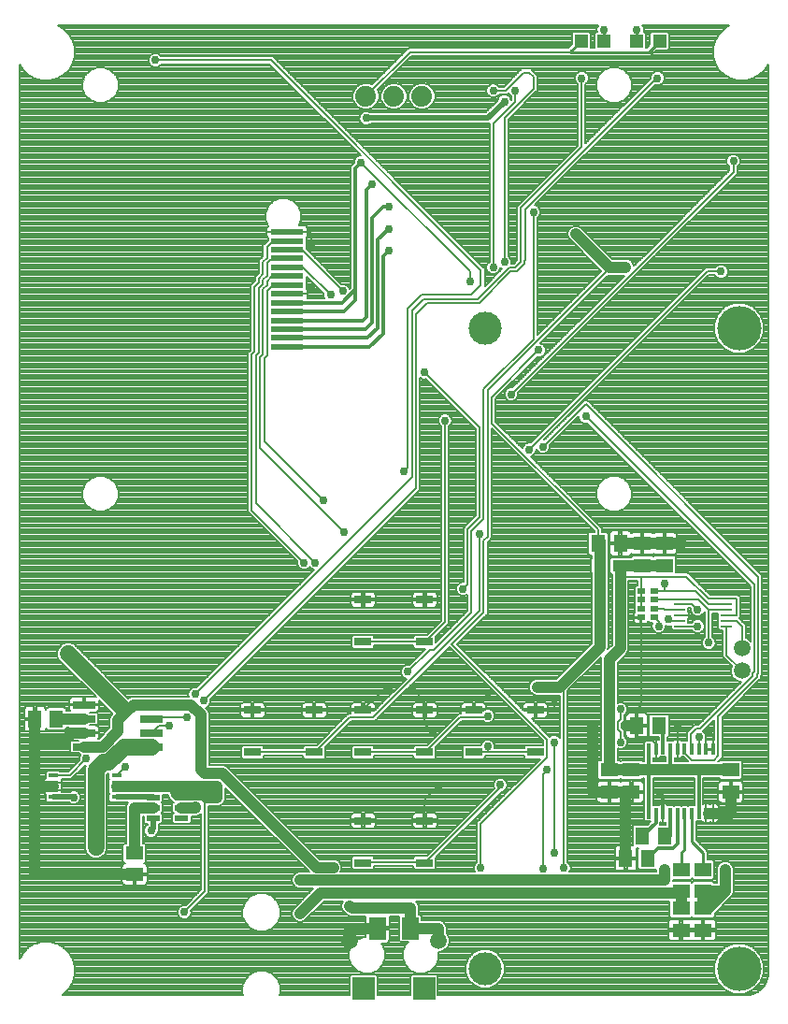
<source format=gtl>
G75*
%MOIN*%
%OFA0B0*%
%FSLAX25Y25*%
%IPPOS*%
%LPD*%
%AMOC8*
5,1,8,0,0,1.08239X$1,22.5*
%
%ADD10R,0.05118X0.06299*%
%ADD11R,0.06299X0.05118*%
%ADD12R,0.04331X0.03937*%
%ADD13R,0.08000X0.02600*%
%ADD14R,0.04724X0.02165*%
%ADD15R,0.03543X0.01378*%
%ADD16R,0.04724X0.04724*%
%ADD17R,0.07874X0.07874*%
%ADD18R,0.05906X0.07874*%
%ADD19R,0.11811X0.01969*%
%ADD20R,0.06000X0.03000*%
%ADD21R,0.01200X0.03900*%
%ADD22R,0.05906X0.05118*%
%ADD23R,0.02559X0.01969*%
%ADD24R,0.03937X0.00984*%
%ADD25C,0.05906*%
%ADD26C,0.07400*%
%ADD27C,0.00787*%
%ADD28C,0.03937*%
%ADD29C,0.03937*%
%ADD30C,0.00984*%
%ADD31C,0.01181*%
%ADD32C,0.02978*%
%ADD33C,0.01969*%
%ADD34C,0.05906*%
%ADD35C,0.02953*%
%ADD36C,0.11811*%
%ADD37C,0.15811*%
D10*
X0013165Y0112169D03*
X0020646Y0112169D03*
X0213992Y0174728D03*
X0221866Y0174728D03*
X0227772Y0109768D03*
X0235646Y0109768D03*
X0237614Y0070398D03*
X0231709Y0062524D03*
X0229740Y0070398D03*
X0223835Y0062524D03*
D11*
X0225803Y0086146D03*
X0225803Y0094020D03*
X0217929Y0094020D03*
X0217929Y0086146D03*
X0243520Y0044807D03*
X0243520Y0036933D03*
X0251394Y0036933D03*
X0251394Y0044807D03*
X0261236Y0086146D03*
X0261236Y0094020D03*
X0237614Y0166854D03*
X0237614Y0174728D03*
X0229740Y0174728D03*
X0229740Y0166854D03*
X0048638Y0064295D03*
X0048638Y0056815D03*
D12*
X0214583Y0166854D03*
X0221276Y0166854D03*
D13*
X0054832Y0117268D03*
X0054832Y0112268D03*
X0054832Y0107268D03*
X0054832Y0102268D03*
X0030632Y0102268D03*
X0030632Y0107268D03*
X0030632Y0112268D03*
X0030632Y0117268D03*
D14*
X0055252Y0084256D03*
X0055252Y0080516D03*
X0055252Y0076776D03*
X0065488Y0076776D03*
X0065488Y0080516D03*
X0065488Y0084256D03*
D15*
X0042240Y0084276D03*
X0042240Y0086835D03*
X0042240Y0089394D03*
X0042240Y0091953D03*
X0019602Y0091953D03*
X0019602Y0089394D03*
X0019602Y0086835D03*
X0019602Y0084276D03*
D16*
X0207890Y0353862D03*
X0216157Y0353862D03*
X0227575Y0353862D03*
X0235843Y0353862D03*
D17*
X0151886Y0016067D03*
X0130429Y0016067D03*
D18*
X0135213Y0037563D03*
X0147024Y0037563D03*
D19*
X0103126Y0244807D03*
X0103126Y0247957D03*
X0103126Y0251106D03*
X0103126Y0254256D03*
X0103126Y0257406D03*
X0103126Y0260555D03*
X0103126Y0263705D03*
X0103126Y0266854D03*
X0103126Y0270004D03*
X0103126Y0273154D03*
X0103126Y0276303D03*
X0103126Y0279453D03*
X0103126Y0282602D03*
X0103126Y0285752D03*
D20*
X0130157Y0154669D03*
X0130157Y0139669D03*
X0130157Y0115299D03*
X0130157Y0100299D03*
X0112787Y0100299D03*
X0112787Y0115299D03*
X0090787Y0115299D03*
X0090787Y0100299D03*
X0130157Y0075929D03*
X0130157Y0060929D03*
X0152157Y0060929D03*
X0152157Y0075929D03*
X0152157Y0100299D03*
X0152157Y0115299D03*
X0169528Y0115299D03*
X0169528Y0100299D03*
X0191528Y0100299D03*
X0191528Y0115299D03*
X0152157Y0139669D03*
X0152157Y0154669D03*
D21*
X0232004Y0101570D03*
X0234563Y0101570D03*
X0237122Y0101570D03*
X0239681Y0101570D03*
X0242240Y0101570D03*
X0244799Y0101570D03*
X0247358Y0101570D03*
X0249917Y0101570D03*
X0252476Y0101570D03*
X0255035Y0101570D03*
X0255035Y0078595D03*
X0252476Y0078595D03*
X0249917Y0078595D03*
X0247358Y0078595D03*
X0244799Y0078595D03*
X0242240Y0078595D03*
X0239681Y0078595D03*
X0237122Y0078595D03*
X0234563Y0078595D03*
X0232004Y0078595D03*
D22*
X0243520Y0058390D03*
X0243520Y0050909D03*
X0251394Y0050909D03*
X0251394Y0058390D03*
D23*
X0234169Y0148350D03*
X0234169Y0151500D03*
X0234169Y0154650D03*
X0234169Y0157799D03*
X0229248Y0157799D03*
X0229248Y0154650D03*
X0229248Y0151500D03*
X0229248Y0148350D03*
D24*
X0243074Y0149138D03*
X0243074Y0151106D03*
X0243074Y0153075D03*
X0243074Y0147169D03*
X0243074Y0145201D03*
X0259713Y0145201D03*
X0259713Y0147169D03*
X0259713Y0149138D03*
X0259713Y0151106D03*
X0259713Y0153075D03*
D25*
X0265173Y0137327D03*
X0265173Y0129453D03*
X0156906Y0032996D03*
X0125409Y0032996D03*
X0034858Y0066461D03*
X0025016Y0135358D03*
D26*
X0131157Y0334177D03*
X0141157Y0334177D03*
X0151157Y0334177D03*
D27*
X0007756Y0345584D02*
X0007756Y0026708D01*
X0008900Y0028690D01*
X0010818Y0030608D01*
X0013166Y0031963D01*
X0015786Y0032665D01*
X0018498Y0032665D01*
X0021117Y0031963D01*
X0023466Y0030608D01*
X0025383Y0028690D01*
X0026739Y0026341D01*
X0027441Y0023722D01*
X0027441Y0021010D01*
X0026739Y0018391D01*
X0025383Y0016042D01*
X0023466Y0014125D01*
X0022847Y0013768D01*
X0087390Y0013768D01*
X0087157Y0014329D01*
X0087157Y0017017D01*
X0088186Y0019500D01*
X0090086Y0021401D01*
X0092570Y0022429D01*
X0095257Y0022429D01*
X0097740Y0021401D01*
X0099641Y0019500D01*
X0100669Y0017017D01*
X0100669Y0014329D01*
X0100437Y0013768D01*
X0125498Y0013768D01*
X0125498Y0020416D01*
X0126081Y0020998D01*
X0134778Y0020998D01*
X0135360Y0020416D01*
X0135360Y0013768D01*
X0146955Y0013768D01*
X0146955Y0020416D01*
X0147537Y0020998D01*
X0156234Y0020998D01*
X0156817Y0020416D01*
X0156817Y0013768D01*
X0267142Y0013768D01*
X0268110Y0013831D01*
X0269980Y0014332D01*
X0271657Y0015300D01*
X0273026Y0016670D01*
X0273994Y0018347D01*
X0273994Y0018347D01*
X0274496Y0020217D01*
X0274559Y0021185D01*
X0274559Y0345584D01*
X0273415Y0343601D01*
X0271497Y0341684D01*
X0269149Y0340328D01*
X0266529Y0339626D01*
X0263817Y0339626D01*
X0261198Y0340328D01*
X0258849Y0341684D01*
X0256932Y0343601D01*
X0255576Y0345950D01*
X0254874Y0348569D01*
X0254874Y0351281D01*
X0255576Y0353901D01*
X0256932Y0356249D01*
X0258849Y0358167D01*
X0260832Y0359311D01*
X0229771Y0359311D01*
X0229876Y0359206D01*
X0230254Y0358293D01*
X0230254Y0357305D01*
X0230218Y0357218D01*
X0230349Y0357218D01*
X0230931Y0356636D01*
X0230931Y0351411D01*
X0231290Y0351411D01*
X0232487Y0352608D01*
X0232487Y0356636D01*
X0233069Y0357218D01*
X0238616Y0357218D01*
X0239198Y0356636D01*
X0239198Y0351088D01*
X0238616Y0350506D01*
X0234588Y0350506D01*
X0233391Y0349310D01*
X0232521Y0348439D01*
X0203534Y0348439D01*
X0203436Y0348538D01*
X0147480Y0348538D01*
X0135325Y0336382D01*
X0135851Y0335111D01*
X0135851Y0333244D01*
X0135137Y0331518D01*
X0133816Y0330198D01*
X0132091Y0329483D01*
X0130224Y0329483D01*
X0128499Y0330198D01*
X0127178Y0331518D01*
X0126464Y0333244D01*
X0126464Y0335111D01*
X0127178Y0336836D01*
X0128499Y0338156D01*
X0130224Y0338871D01*
X0132091Y0338871D01*
X0133362Y0338344D01*
X0146331Y0351313D01*
X0203239Y0351313D01*
X0204534Y0352608D01*
X0204534Y0356636D01*
X0205116Y0357218D01*
X0210664Y0357218D01*
X0211246Y0356636D01*
X0211246Y0351411D01*
X0212802Y0351411D01*
X0212802Y0356636D01*
X0213384Y0357218D01*
X0213514Y0357218D01*
X0213478Y0357305D01*
X0213478Y0358293D01*
X0213856Y0359206D01*
X0213961Y0359311D01*
X0021483Y0359311D01*
X0023466Y0358167D01*
X0025383Y0356249D01*
X0026739Y0353901D01*
X0027441Y0351281D01*
X0027441Y0348569D01*
X0026739Y0345950D01*
X0025383Y0343601D01*
X0023466Y0341684D01*
X0021117Y0340328D01*
X0018498Y0339626D01*
X0015786Y0339626D01*
X0013166Y0340328D01*
X0010818Y0341684D01*
X0008900Y0343601D01*
X0007756Y0345584D01*
X0007756Y0344959D02*
X0008117Y0344959D01*
X0007756Y0344173D02*
X0008570Y0344173D01*
X0009115Y0343387D02*
X0007756Y0343387D01*
X0007756Y0342601D02*
X0009901Y0342601D01*
X0010686Y0341815D02*
X0007756Y0341815D01*
X0007756Y0341029D02*
X0011952Y0341029D01*
X0013482Y0340243D02*
X0007756Y0340243D01*
X0007756Y0339457D02*
X0030182Y0339457D01*
X0030150Y0339380D02*
X0030150Y0336849D01*
X0031118Y0334510D01*
X0032908Y0332721D01*
X0035246Y0331752D01*
X0037777Y0331752D01*
X0040116Y0332721D01*
X0041905Y0334510D01*
X0042874Y0336849D01*
X0042874Y0339380D01*
X0041905Y0341718D01*
X0040116Y0343508D01*
X0037777Y0344476D01*
X0035246Y0344476D01*
X0032908Y0343508D01*
X0031118Y0341718D01*
X0030150Y0339380D01*
X0030150Y0338672D02*
X0007756Y0338672D01*
X0007756Y0337886D02*
X0030150Y0337886D01*
X0030150Y0337100D02*
X0007756Y0337100D01*
X0007756Y0336314D02*
X0030371Y0336314D01*
X0030697Y0335528D02*
X0007756Y0335528D01*
X0007756Y0334742D02*
X0031022Y0334742D01*
X0031672Y0333956D02*
X0007756Y0333956D01*
X0007756Y0333170D02*
X0032458Y0333170D01*
X0033720Y0332384D02*
X0007756Y0332384D01*
X0007756Y0331598D02*
X0110770Y0331598D01*
X0109984Y0332384D02*
X0039304Y0332384D01*
X0040565Y0333170D02*
X0109198Y0333170D01*
X0108413Y0333956D02*
X0041351Y0333956D01*
X0042001Y0334742D02*
X0107627Y0334742D01*
X0106841Y0335528D02*
X0042327Y0335528D01*
X0042652Y0336314D02*
X0106055Y0336314D01*
X0105269Y0337100D02*
X0042874Y0337100D01*
X0042874Y0337886D02*
X0104483Y0337886D01*
X0103697Y0338672D02*
X0042874Y0338672D01*
X0042842Y0339457D02*
X0102911Y0339457D01*
X0102125Y0340243D02*
X0042516Y0340243D01*
X0042191Y0341029D02*
X0101339Y0341029D01*
X0100553Y0341815D02*
X0041808Y0341815D01*
X0041022Y0342601D02*
X0099768Y0342601D01*
X0098982Y0343387D02*
X0040236Y0343387D01*
X0038510Y0344173D02*
X0098196Y0344173D01*
X0097410Y0344959D02*
X0057517Y0344959D01*
X0057426Y0344868D02*
X0058124Y0345566D01*
X0058132Y0345585D01*
X0096784Y0345585D01*
X0129331Y0313038D01*
X0128853Y0313038D01*
X0127940Y0312660D01*
X0127242Y0311961D01*
X0126864Y0311049D01*
X0126864Y0310313D01*
X0126722Y0310171D01*
X0125794Y0309243D01*
X0125794Y0265936D01*
X0125346Y0265488D01*
X0125054Y0266194D01*
X0124355Y0266892D01*
X0123443Y0267270D01*
X0122455Y0267270D01*
X0122436Y0267262D01*
X0110025Y0279673D01*
X0110025Y0280849D01*
X0109846Y0281028D01*
X0110025Y0281206D01*
X0110025Y0283790D01*
X0110147Y0283912D01*
X0110330Y0284230D01*
X0110425Y0284584D01*
X0110425Y0285654D01*
X0104354Y0285654D01*
X0104829Y0285850D01*
X0110425Y0285850D01*
X0110425Y0286920D01*
X0110330Y0287274D01*
X0110147Y0287592D01*
X0109887Y0287851D01*
X0109569Y0288035D01*
X0109215Y0288130D01*
X0107255Y0288130D01*
X0108110Y0290195D01*
X0108110Y0292726D01*
X0107142Y0295065D01*
X0105352Y0296854D01*
X0103014Y0297823D01*
X0100483Y0297823D01*
X0098144Y0296854D01*
X0096354Y0295065D01*
X0095386Y0292726D01*
X0095386Y0290195D01*
X0096354Y0287857D01*
X0096362Y0287849D01*
X0096105Y0287592D01*
X0095922Y0287274D01*
X0095827Y0286920D01*
X0095827Y0285850D01*
X0098667Y0285850D01*
X0099142Y0285654D01*
X0095827Y0285654D01*
X0095827Y0284584D01*
X0095922Y0284230D01*
X0096105Y0283912D01*
X0096227Y0283790D01*
X0096227Y0282842D01*
X0095307Y0281923D01*
X0094494Y0281110D01*
X0094494Y0277173D01*
X0093831Y0276509D01*
X0093018Y0275697D01*
X0093018Y0271268D01*
X0092354Y0270604D01*
X0091542Y0269791D01*
X0091542Y0268315D01*
X0090878Y0267651D01*
X0090065Y0266838D01*
X0090065Y0243709D01*
X0089894Y0243537D01*
X0089081Y0242724D01*
X0089081Y0185965D01*
X0106694Y0168351D01*
X0106687Y0168332D01*
X0106687Y0167345D01*
X0107065Y0166432D01*
X0107763Y0165734D01*
X0108675Y0165356D01*
X0109663Y0165356D01*
X0110576Y0165734D01*
X0111138Y0166296D01*
X0111700Y0165734D01*
X0112603Y0165360D01*
X0070804Y0123561D01*
X0070785Y0123569D01*
X0069797Y0123569D01*
X0068885Y0123191D01*
X0068187Y0122493D01*
X0067809Y0121580D01*
X0067809Y0120593D01*
X0067959Y0120230D01*
X0047675Y0120230D01*
X0046586Y0119779D01*
X0046381Y0119574D01*
X0027251Y0138704D01*
X0025801Y0139305D01*
X0024231Y0139305D01*
X0022780Y0138704D01*
X0021670Y0137594D01*
X0021069Y0136143D01*
X0021069Y0134573D01*
X0021670Y0133123D01*
X0034837Y0119956D01*
X0034816Y0119961D01*
X0030889Y0119961D01*
X0030889Y0117524D01*
X0036026Y0117524D01*
X0036026Y0118751D01*
X0036020Y0118773D01*
X0040800Y0113993D01*
X0040221Y0113414D01*
X0039770Y0112325D01*
X0039770Y0109026D01*
X0035974Y0105230D01*
X0035816Y0105230D01*
X0035931Y0105430D01*
X0036026Y0105784D01*
X0036026Y0107011D01*
X0030889Y0107011D01*
X0030889Y0107524D01*
X0036026Y0107524D01*
X0036026Y0108751D01*
X0035931Y0109106D01*
X0035748Y0109423D01*
X0035488Y0109683D01*
X0035170Y0109866D01*
X0034816Y0109961D01*
X0032515Y0109961D01*
X0032528Y0109974D01*
X0035044Y0109974D01*
X0035626Y0110556D01*
X0035626Y0113979D01*
X0035044Y0114561D01*
X0032528Y0114561D01*
X0032515Y0114574D01*
X0034816Y0114574D01*
X0035170Y0114669D01*
X0035488Y0114852D01*
X0035748Y0115112D01*
X0035931Y0115430D01*
X0036026Y0115784D01*
X0036026Y0117011D01*
X0030889Y0117011D01*
X0030889Y0117524D01*
X0030376Y0117524D01*
X0030376Y0119961D01*
X0026449Y0119961D01*
X0026094Y0119866D01*
X0025777Y0119683D01*
X0025517Y0119423D01*
X0025334Y0119106D01*
X0025239Y0118751D01*
X0025239Y0117524D01*
X0030376Y0117524D01*
X0030376Y0117011D01*
X0025239Y0117011D01*
X0025239Y0115784D01*
X0025334Y0115430D01*
X0025506Y0115131D01*
X0024198Y0115131D01*
X0024198Y0115730D01*
X0023616Y0116313D01*
X0017675Y0116313D01*
X0017093Y0115730D01*
X0017093Y0115596D01*
X0017023Y0115857D01*
X0016840Y0116175D01*
X0016580Y0116434D01*
X0016262Y0116618D01*
X0015908Y0116713D01*
X0013559Y0116713D01*
X0013559Y0112563D01*
X0012772Y0112563D01*
X0012772Y0116713D01*
X0010423Y0116713D01*
X0010068Y0116618D01*
X0009751Y0116434D01*
X0009491Y0116175D01*
X0009308Y0115857D01*
X0009213Y0115502D01*
X0009213Y0112563D01*
X0012772Y0112563D01*
X0012772Y0111776D01*
X0013559Y0111776D01*
X0013559Y0107626D01*
X0015908Y0107626D01*
X0016262Y0107721D01*
X0016580Y0107904D01*
X0016840Y0108164D01*
X0017023Y0108482D01*
X0017093Y0108742D01*
X0017093Y0108608D01*
X0017675Y0108026D01*
X0023616Y0108026D01*
X0024198Y0108608D01*
X0024198Y0109207D01*
X0025392Y0109207D01*
X0025334Y0109106D01*
X0025239Y0108751D01*
X0025239Y0107524D01*
X0030376Y0107524D01*
X0030376Y0107011D01*
X0025239Y0107011D01*
X0025239Y0105784D01*
X0025334Y0105430D01*
X0025517Y0105112D01*
X0025777Y0104852D01*
X0026094Y0104669D01*
X0026449Y0104574D01*
X0028749Y0104574D01*
X0028737Y0104561D01*
X0026221Y0104561D01*
X0025639Y0103979D01*
X0025639Y0100556D01*
X0026221Y0099974D01*
X0028737Y0099974D01*
X0028954Y0099756D01*
X0029483Y0099537D01*
X0029309Y0099363D01*
X0028931Y0098451D01*
X0028931Y0097463D01*
X0028939Y0097444D01*
X0024933Y0093439D01*
X0021982Y0093439D01*
X0021786Y0093635D01*
X0017419Y0093635D01*
X0016837Y0093053D01*
X0016837Y0091060D01*
X0016715Y0090938D01*
X0016532Y0090621D01*
X0016437Y0090266D01*
X0016437Y0089394D01*
X0019602Y0089394D01*
X0019602Y0089394D01*
X0016437Y0089394D01*
X0016437Y0088521D01*
X0016532Y0088167D01*
X0016562Y0088114D01*
X0016532Y0088062D01*
X0016437Y0087707D01*
X0016437Y0086835D01*
X0019602Y0086835D01*
X0019602Y0088917D01*
X0019602Y0089394D01*
X0019602Y0088114D01*
X0019602Y0086835D01*
X0019602Y0086835D01*
X0019602Y0086835D01*
X0019602Y0089394D01*
X0019602Y0089394D01*
X0022768Y0089394D01*
X0022768Y0090266D01*
X0022673Y0090621D01*
X0022648Y0090664D01*
X0026083Y0090664D01*
X0030901Y0095482D01*
X0030920Y0095474D01*
X0031189Y0095474D01*
X0030912Y0094805D01*
X0030912Y0065676D01*
X0031513Y0064225D01*
X0032623Y0063115D01*
X0034073Y0062514D01*
X0035643Y0062514D01*
X0037094Y0063115D01*
X0038204Y0064225D01*
X0038805Y0065676D01*
X0038805Y0092385D01*
X0039220Y0092800D01*
X0039475Y0092800D01*
X0039475Y0090852D01*
X0039654Y0090673D01*
X0039475Y0090494D01*
X0039475Y0089179D01*
X0039278Y0088703D01*
X0039278Y0087525D01*
X0039475Y0087050D01*
X0039475Y0085734D01*
X0039654Y0085555D01*
X0039475Y0085376D01*
X0039475Y0083175D01*
X0040057Y0082593D01*
X0041126Y0082593D01*
X0041421Y0082298D01*
X0046231Y0082298D01*
X0046127Y0082194D01*
X0045676Y0081105D01*
X0045676Y0067848D01*
X0045077Y0067848D01*
X0044494Y0067266D01*
X0044494Y0061325D01*
X0045077Y0060743D01*
X0045211Y0060743D01*
X0044950Y0060673D01*
X0044632Y0060489D01*
X0044373Y0060230D01*
X0044189Y0059912D01*
X0044094Y0059557D01*
X0044094Y0057209D01*
X0048244Y0057209D01*
X0048244Y0056421D01*
X0049031Y0056421D01*
X0049031Y0052862D01*
X0051971Y0052862D01*
X0052325Y0052957D01*
X0052643Y0053141D01*
X0052903Y0053400D01*
X0053086Y0053718D01*
X0053181Y0054072D01*
X0053181Y0056421D01*
X0049032Y0056421D01*
X0049032Y0057209D01*
X0053181Y0057209D01*
X0053181Y0059557D01*
X0053086Y0059912D01*
X0052903Y0060230D01*
X0052643Y0060489D01*
X0052325Y0060673D01*
X0052065Y0060743D01*
X0052199Y0060743D01*
X0052781Y0061325D01*
X0052781Y0067266D01*
X0052199Y0067848D01*
X0051600Y0067848D01*
X0051600Y0077554D01*
X0051896Y0077554D01*
X0051896Y0075281D01*
X0052478Y0074699D01*
X0053274Y0074699D01*
X0053274Y0074528D01*
X0053137Y0074471D01*
X0052439Y0073772D01*
X0052061Y0072860D01*
X0052061Y0071872D01*
X0052439Y0070960D01*
X0053137Y0070261D01*
X0054049Y0069883D01*
X0055037Y0069883D01*
X0055950Y0070261D01*
X0056648Y0070960D01*
X0057026Y0071872D01*
X0057026Y0072052D01*
X0057230Y0072255D01*
X0057230Y0074699D01*
X0058026Y0074699D01*
X0058608Y0075281D01*
X0058608Y0078270D01*
X0058232Y0078646D01*
X0058608Y0079021D01*
X0058608Y0082010D01*
X0058232Y0082386D01*
X0058608Y0082762D01*
X0058608Y0085152D01*
X0060526Y0085152D01*
X0061040Y0083910D01*
X0062132Y0082818D01*
X0062132Y0082762D01*
X0062508Y0082386D01*
X0062132Y0082010D01*
X0062132Y0079021D01*
X0062508Y0078646D01*
X0062132Y0078270D01*
X0062132Y0075281D01*
X0062714Y0074699D01*
X0068262Y0074699D01*
X0068844Y0075281D01*
X0068844Y0077554D01*
X0070772Y0077554D01*
X0071861Y0078005D01*
X0071969Y0078113D01*
X0072349Y0078493D01*
X0072349Y0051287D01*
X0066867Y0045806D01*
X0066848Y0045813D01*
X0065860Y0045813D01*
X0064948Y0045435D01*
X0064250Y0044737D01*
X0063872Y0043825D01*
X0063872Y0042837D01*
X0064250Y0041924D01*
X0064948Y0041226D01*
X0065860Y0040848D01*
X0066848Y0040848D01*
X0067761Y0041226D01*
X0068459Y0041924D01*
X0068837Y0042837D01*
X0068837Y0043825D01*
X0068829Y0043843D01*
X0075124Y0050138D01*
X0075124Y0081215D01*
X0078755Y0081215D01*
X0079843Y0081666D01*
X0080677Y0082499D01*
X0081128Y0083588D01*
X0081128Y0087379D01*
X0110895Y0057612D01*
X0107104Y0057612D01*
X0106015Y0057161D01*
X0105182Y0056328D01*
X0104731Y0055239D01*
X0104731Y0054060D01*
X0105182Y0052972D01*
X0106015Y0052138D01*
X0107104Y0051687D01*
X0112353Y0051687D01*
X0105182Y0044517D01*
X0104731Y0043428D01*
X0104731Y0042249D01*
X0105182Y0041161D01*
X0106015Y0040327D01*
X0107104Y0039876D01*
X0108282Y0039876D01*
X0109371Y0040327D01*
X0116194Y0047150D01*
X0122855Y0047150D01*
X0122447Y0046165D01*
X0122447Y0044986D01*
X0122898Y0043898D01*
X0123667Y0043129D01*
X0124500Y0042296D01*
X0125589Y0041845D01*
X0130909Y0041845D01*
X0130866Y0041683D01*
X0130866Y0037957D01*
X0134819Y0037957D01*
X0134819Y0037169D01*
X0130866Y0037169D01*
X0130866Y0034457D01*
X0130325Y0034457D01*
X0127951Y0033473D01*
X0126133Y0031656D01*
X0125150Y0029281D01*
X0125150Y0026711D01*
X0126133Y0024336D01*
X0127951Y0022519D01*
X0130325Y0021535D01*
X0132895Y0021535D01*
X0135270Y0022519D01*
X0137087Y0024336D01*
X0138071Y0026711D01*
X0138071Y0029281D01*
X0137087Y0031656D01*
X0136511Y0032232D01*
X0138349Y0032232D01*
X0138703Y0032327D01*
X0139021Y0032511D01*
X0139281Y0032770D01*
X0139464Y0033088D01*
X0139559Y0033442D01*
X0139559Y0037169D01*
X0135606Y0037169D01*
X0135606Y0037957D01*
X0139559Y0037957D01*
X0139559Y0041683D01*
X0139516Y0041845D01*
X0143077Y0041845D01*
X0143077Y0033214D01*
X0143659Y0032632D01*
X0146204Y0032632D01*
X0145228Y0031656D01*
X0144244Y0029281D01*
X0144244Y0026711D01*
X0145228Y0024336D01*
X0147045Y0022519D01*
X0149420Y0021535D01*
X0151990Y0021535D01*
X0154364Y0022519D01*
X0156182Y0024336D01*
X0157165Y0026711D01*
X0157165Y0029050D01*
X0157691Y0029050D01*
X0159141Y0029650D01*
X0160251Y0030761D01*
X0160852Y0032211D01*
X0160852Y0033781D01*
X0160251Y0035232D01*
X0159868Y0035615D01*
X0159868Y0038152D01*
X0159417Y0039241D01*
X0158583Y0040074D01*
X0157495Y0040525D01*
X0150970Y0040525D01*
X0150970Y0041912D01*
X0150388Y0042494D01*
X0150025Y0042494D01*
X0150025Y0045396D01*
X0149574Y0046485D01*
X0148909Y0047150D01*
X0239376Y0047150D01*
X0239376Y0041836D01*
X0239958Y0041254D01*
X0247081Y0041254D01*
X0247457Y0041630D01*
X0247832Y0041254D01*
X0254955Y0041254D01*
X0255537Y0041836D01*
X0255537Y0042793D01*
X0255873Y0043129D01*
X0259810Y0047066D01*
X0261779Y0049035D01*
X0262230Y0050123D01*
X0262230Y0059176D01*
X0261779Y0060265D01*
X0260946Y0061098D01*
X0259857Y0061549D01*
X0258678Y0061549D01*
X0257590Y0061098D01*
X0256756Y0060265D01*
X0256306Y0059176D01*
X0256306Y0053675D01*
X0255340Y0053675D01*
X0255340Y0053880D01*
X0254758Y0054462D01*
X0248029Y0054462D01*
X0247457Y0053890D01*
X0246884Y0054462D01*
X0240576Y0054462D01*
X0240576Y0054837D01*
X0246884Y0054837D01*
X0247457Y0055410D01*
X0248029Y0054837D01*
X0254758Y0054837D01*
X0255340Y0055419D01*
X0255340Y0061360D01*
X0254758Y0061943D01*
X0252880Y0061943D01*
X0252880Y0065108D01*
X0248844Y0069143D01*
X0248844Y0075713D01*
X0248906Y0075652D01*
X0250899Y0075652D01*
X0251021Y0075530D01*
X0251338Y0075347D01*
X0251693Y0075252D01*
X0252476Y0075252D01*
X0252476Y0078595D01*
X0252476Y0078595D01*
X0252476Y0075252D01*
X0253260Y0075252D01*
X0253614Y0075347D01*
X0253756Y0075428D01*
X0253897Y0075347D01*
X0254252Y0075252D01*
X0255035Y0075252D01*
X0255035Y0078595D01*
X0253042Y0078595D01*
X0252477Y0078595D01*
X0252477Y0078595D01*
X0255035Y0078595D01*
X0255035Y0078595D01*
X0255035Y0078595D01*
X0255035Y0075252D01*
X0255819Y0075252D01*
X0256173Y0075347D01*
X0256491Y0075530D01*
X0256751Y0075790D01*
X0256934Y0076107D01*
X0257029Y0076462D01*
X0257029Y0078595D01*
X0255036Y0078595D01*
X0255036Y0078595D01*
X0257029Y0078595D01*
X0257029Y0080729D01*
X0256934Y0081083D01*
X0256751Y0081401D01*
X0256491Y0081661D01*
X0256173Y0081844D01*
X0255819Y0081939D01*
X0255035Y0081939D01*
X0254252Y0081939D01*
X0253897Y0081844D01*
X0253756Y0081762D01*
X0253614Y0081844D01*
X0253260Y0081939D01*
X0252476Y0081939D01*
X0251693Y0081939D01*
X0251502Y0081888D01*
X0251502Y0091057D01*
X0257093Y0091057D01*
X0257093Y0091049D01*
X0257675Y0090467D01*
X0264797Y0090467D01*
X0265380Y0091049D01*
X0265380Y0096990D01*
X0264797Y0097572D01*
X0257675Y0097572D01*
X0257093Y0096990D01*
X0257093Y0096982D01*
X0256810Y0096982D01*
X0257382Y0097554D01*
X0258194Y0098366D01*
X0258194Y0112638D01*
X0271161Y0125605D01*
X0271161Y0125605D01*
X0271974Y0126417D01*
X0271974Y0127402D01*
X0272466Y0127894D01*
X0272466Y0163492D01*
X0210950Y0225008D01*
X0210138Y0225820D01*
X0208988Y0225820D01*
X0194820Y0211652D01*
X0194811Y0211656D01*
X0253445Y0270290D01*
X0255679Y0270290D01*
X0255687Y0270271D01*
X0256385Y0269572D01*
X0257297Y0269194D01*
X0258285Y0269194D01*
X0259198Y0269572D01*
X0259896Y0270271D01*
X0260274Y0271183D01*
X0260274Y0272171D01*
X0259896Y0273083D01*
X0259198Y0273782D01*
X0258285Y0274160D01*
X0257297Y0274160D01*
X0256385Y0273782D01*
X0255687Y0273083D01*
X0255679Y0273065D01*
X0252295Y0273065D01*
X0189899Y0210668D01*
X0189880Y0210676D01*
X0188892Y0210676D01*
X0187980Y0210298D01*
X0187281Y0209599D01*
X0186907Y0208697D01*
X0177486Y0218118D01*
X0177486Y0226319D01*
X0192318Y0241151D01*
X0192337Y0241143D01*
X0193325Y0241143D01*
X0194237Y0241521D01*
X0194935Y0242220D01*
X0195313Y0243132D01*
X0195313Y0244120D01*
X0194935Y0245032D01*
X0194237Y0245731D01*
X0193334Y0246105D01*
X0217421Y0270191D01*
X0223340Y0270191D01*
X0183501Y0230353D01*
X0183482Y0230361D01*
X0182494Y0230361D01*
X0181582Y0229983D01*
X0180883Y0229284D01*
X0180506Y0228372D01*
X0180506Y0227384D01*
X0180883Y0226472D01*
X0181582Y0225773D01*
X0182494Y0225395D01*
X0183482Y0225395D01*
X0184395Y0225773D01*
X0185093Y0226472D01*
X0185471Y0227384D01*
X0185471Y0228372D01*
X0185463Y0228391D01*
X0234498Y0277426D01*
X0263608Y0306536D01*
X0263608Y0308935D01*
X0263627Y0308943D01*
X0264325Y0309641D01*
X0264703Y0310553D01*
X0264703Y0311541D01*
X0264325Y0312454D01*
X0263627Y0313152D01*
X0262714Y0313530D01*
X0261727Y0313530D01*
X0260814Y0313152D01*
X0260116Y0312454D01*
X0259738Y0311541D01*
X0259738Y0310553D01*
X0260116Y0309641D01*
X0260814Y0308943D01*
X0260833Y0308935D01*
X0260833Y0307685D01*
X0232536Y0279388D01*
X0226797Y0273649D01*
X0226797Y0273743D01*
X0226346Y0274831D01*
X0225513Y0275665D01*
X0224424Y0276116D01*
X0219156Y0276116D01*
X0207796Y0287476D01*
X0206707Y0287927D01*
X0205529Y0287927D01*
X0204440Y0287476D01*
X0203607Y0286643D01*
X0203156Y0285554D01*
X0203156Y0284375D01*
X0203607Y0283287D01*
X0215100Y0271794D01*
X0192250Y0248944D01*
X0192250Y0290726D01*
X0192269Y0290734D01*
X0192967Y0291432D01*
X0193345Y0292345D01*
X0193345Y0293332D01*
X0192967Y0294245D01*
X0192269Y0294943D01*
X0191366Y0295317D01*
X0234293Y0338244D01*
X0234660Y0338092D01*
X0235647Y0338092D01*
X0236560Y0338470D01*
X0237258Y0339168D01*
X0237636Y0340081D01*
X0237636Y0341069D01*
X0237258Y0341981D01*
X0236560Y0342680D01*
X0235647Y0343057D01*
X0234660Y0343057D01*
X0233747Y0342680D01*
X0233049Y0341981D01*
X0232671Y0341069D01*
X0232671Y0340546D01*
X0209474Y0317349D01*
X0209474Y0338462D01*
X0209493Y0338470D01*
X0210191Y0339168D01*
X0210569Y0340081D01*
X0210569Y0341069D01*
X0210191Y0341981D01*
X0209493Y0342680D01*
X0208580Y0343057D01*
X0207593Y0343057D01*
X0206680Y0342680D01*
X0205982Y0341981D01*
X0205604Y0341069D01*
X0205604Y0340081D01*
X0205982Y0339168D01*
X0206680Y0338470D01*
X0206699Y0338462D01*
X0206699Y0316543D01*
X0185858Y0295702D01*
X0185046Y0294890D01*
X0185046Y0275697D01*
X0183890Y0274541D01*
X0183010Y0274541D01*
X0183010Y0275495D01*
X0182632Y0276408D01*
X0181934Y0277106D01*
X0181915Y0277114D01*
X0181915Y0325735D01*
X0191459Y0335279D01*
X0192272Y0336092D01*
X0192272Y0341686D01*
X0191459Y0342498D01*
X0190817Y0343140D01*
X0190005Y0343953D01*
X0186799Y0343953D01*
X0180379Y0337533D01*
X0178703Y0337533D01*
X0178695Y0337552D01*
X0177997Y0338250D01*
X0177084Y0338628D01*
X0176097Y0338628D01*
X0175184Y0338250D01*
X0174486Y0337552D01*
X0174108Y0336640D01*
X0174108Y0335652D01*
X0174486Y0334739D01*
X0175184Y0334041D01*
X0176097Y0333663D01*
X0177084Y0333663D01*
X0177997Y0334041D01*
X0178695Y0334739D01*
X0178703Y0334758D01*
X0181528Y0334758D01*
X0182111Y0335341D01*
X0182360Y0334739D01*
X0183058Y0334041D01*
X0183077Y0334033D01*
X0183077Y0332783D01*
X0183006Y0332712D01*
X0182632Y0333615D01*
X0181934Y0334313D01*
X0181021Y0334691D01*
X0180034Y0334691D01*
X0179121Y0334313D01*
X0178423Y0333615D01*
X0178045Y0332702D01*
X0178045Y0332523D01*
X0173803Y0328281D01*
X0132848Y0328281D01*
X0132721Y0328408D01*
X0131809Y0328786D01*
X0130821Y0328786D01*
X0129909Y0328408D01*
X0129210Y0327709D01*
X0128832Y0326797D01*
X0128832Y0325809D01*
X0129210Y0324897D01*
X0129909Y0324198D01*
X0130821Y0323820D01*
X0131809Y0323820D01*
X0132721Y0324198D01*
X0132848Y0324325D01*
X0175203Y0324325D01*
X0175203Y0275266D01*
X0175184Y0275258D01*
X0174486Y0274560D01*
X0174108Y0273647D01*
X0174108Y0272660D01*
X0174486Y0271747D01*
X0175184Y0271049D01*
X0176097Y0270671D01*
X0177084Y0270671D01*
X0177997Y0271049D01*
X0178695Y0271747D01*
X0179073Y0272660D01*
X0179073Y0272945D01*
X0179121Y0272897D01*
X0179723Y0272648D01*
X0173549Y0266474D01*
X0173549Y0272744D01*
X0172736Y0273557D01*
X0097933Y0348360D01*
X0058132Y0348360D01*
X0058124Y0348379D01*
X0057426Y0349077D01*
X0056514Y0349455D01*
X0055526Y0349455D01*
X0054613Y0349077D01*
X0053915Y0348379D01*
X0053537Y0347466D01*
X0053537Y0346479D01*
X0053915Y0345566D01*
X0054613Y0344868D01*
X0055526Y0344490D01*
X0056514Y0344490D01*
X0057426Y0344868D01*
X0056020Y0346972D02*
X0097358Y0346972D01*
X0172161Y0272169D01*
X0172161Y0266756D01*
X0168717Y0263311D01*
X0151000Y0263311D01*
X0146079Y0258390D01*
X0146079Y0238213D01*
X0146079Y0237720D01*
X0146079Y0201795D01*
X0144602Y0200319D01*
X0147555Y0198350D02*
X0147555Y0257898D01*
X0151581Y0261924D01*
X0170961Y0261924D01*
X0182191Y0273154D01*
X0184465Y0273154D01*
X0186433Y0275122D01*
X0186433Y0294315D01*
X0208087Y0315969D01*
X0208087Y0340575D01*
X0210311Y0339457D02*
X0213253Y0339457D01*
X0213220Y0339380D02*
X0213220Y0336849D01*
X0214189Y0334510D01*
X0215979Y0332721D01*
X0218317Y0331752D01*
X0220848Y0331752D01*
X0223187Y0332721D01*
X0224976Y0334510D01*
X0225945Y0336849D01*
X0225945Y0339380D01*
X0224976Y0341718D01*
X0223187Y0343508D01*
X0220848Y0344476D01*
X0218317Y0344476D01*
X0215979Y0343508D01*
X0214189Y0341718D01*
X0213220Y0339380D01*
X0213220Y0338672D02*
X0209694Y0338672D01*
X0209474Y0337886D02*
X0213220Y0337886D01*
X0213220Y0337100D02*
X0209474Y0337100D01*
X0209474Y0336314D02*
X0213442Y0336314D01*
X0213768Y0335528D02*
X0209474Y0335528D01*
X0209474Y0334742D02*
X0214093Y0334742D01*
X0214743Y0333956D02*
X0209474Y0333956D01*
X0209474Y0333170D02*
X0215529Y0333170D01*
X0216791Y0332384D02*
X0209474Y0332384D01*
X0209474Y0331598D02*
X0223723Y0331598D01*
X0222937Y0330812D02*
X0209474Y0330812D01*
X0209474Y0330026D02*
X0222151Y0330026D01*
X0221365Y0329241D02*
X0209474Y0329241D01*
X0209474Y0328455D02*
X0220579Y0328455D01*
X0219793Y0327669D02*
X0209474Y0327669D01*
X0209474Y0326883D02*
X0219007Y0326883D01*
X0218221Y0326097D02*
X0209474Y0326097D01*
X0209474Y0325311D02*
X0217436Y0325311D01*
X0216650Y0324525D02*
X0209474Y0324525D01*
X0209474Y0323739D02*
X0215864Y0323739D01*
X0215078Y0322953D02*
X0209474Y0322953D01*
X0209474Y0322167D02*
X0214292Y0322167D01*
X0213506Y0321381D02*
X0209474Y0321381D01*
X0209474Y0320596D02*
X0212720Y0320596D01*
X0211934Y0319810D02*
X0209474Y0319810D01*
X0209474Y0319024D02*
X0211148Y0319024D01*
X0210362Y0318238D02*
X0209474Y0318238D01*
X0209474Y0317452D02*
X0209576Y0317452D01*
X0211929Y0315880D02*
X0274559Y0315880D01*
X0274559Y0315094D02*
X0211143Y0315094D01*
X0210357Y0314308D02*
X0274559Y0314308D01*
X0274559Y0313522D02*
X0262733Y0313522D01*
X0261708Y0313522D02*
X0209571Y0313522D01*
X0208785Y0312736D02*
X0260399Y0312736D01*
X0259907Y0311950D02*
X0207999Y0311950D01*
X0207213Y0311165D02*
X0259738Y0311165D01*
X0259810Y0310379D02*
X0206427Y0310379D01*
X0205641Y0309593D02*
X0260164Y0309593D01*
X0260833Y0308807D02*
X0204856Y0308807D01*
X0204070Y0308021D02*
X0260833Y0308021D01*
X0260383Y0307235D02*
X0203284Y0307235D01*
X0202498Y0306449D02*
X0259597Y0306449D01*
X0258811Y0305663D02*
X0201712Y0305663D01*
X0200926Y0304877D02*
X0258025Y0304877D01*
X0257240Y0304091D02*
X0200140Y0304091D01*
X0199354Y0303305D02*
X0256454Y0303305D01*
X0255668Y0302520D02*
X0198568Y0302520D01*
X0197782Y0301734D02*
X0254882Y0301734D01*
X0254096Y0300948D02*
X0196996Y0300948D01*
X0196210Y0300162D02*
X0253310Y0300162D01*
X0252524Y0299376D02*
X0195425Y0299376D01*
X0194639Y0298590D02*
X0251738Y0298590D01*
X0250952Y0297804D02*
X0193853Y0297804D01*
X0193067Y0297018D02*
X0250166Y0297018D01*
X0249380Y0296232D02*
X0192281Y0296232D01*
X0191495Y0295446D02*
X0248594Y0295446D01*
X0247809Y0294660D02*
X0192551Y0294660D01*
X0193120Y0293874D02*
X0247023Y0293874D01*
X0246237Y0293089D02*
X0193345Y0293089D01*
X0193327Y0292303D02*
X0245451Y0292303D01*
X0244665Y0291517D02*
X0193002Y0291517D01*
X0192261Y0290731D02*
X0243879Y0290731D01*
X0243093Y0289945D02*
X0192250Y0289945D01*
X0192250Y0289159D02*
X0242307Y0289159D01*
X0241521Y0288373D02*
X0192250Y0288373D01*
X0192250Y0287587D02*
X0204709Y0287587D01*
X0203766Y0286801D02*
X0192250Y0286801D01*
X0192250Y0286015D02*
X0203347Y0286015D01*
X0203156Y0285229D02*
X0192250Y0285229D01*
X0192250Y0284444D02*
X0203156Y0284444D01*
X0203453Y0283658D02*
X0192250Y0283658D01*
X0192250Y0282872D02*
X0204022Y0282872D01*
X0204808Y0282086D02*
X0192250Y0282086D01*
X0192250Y0281300D02*
X0205594Y0281300D01*
X0206380Y0280514D02*
X0192250Y0280514D01*
X0192250Y0279728D02*
X0207165Y0279728D01*
X0207951Y0278942D02*
X0192250Y0278942D01*
X0192250Y0278156D02*
X0208737Y0278156D01*
X0209523Y0277370D02*
X0192250Y0277370D01*
X0192250Y0276584D02*
X0210309Y0276584D01*
X0211095Y0275798D02*
X0192250Y0275798D01*
X0192250Y0275013D02*
X0211881Y0275013D01*
X0212667Y0274227D02*
X0192250Y0274227D01*
X0192250Y0273441D02*
X0213453Y0273441D01*
X0214239Y0272655D02*
X0192250Y0272655D01*
X0192250Y0271869D02*
X0215025Y0271869D01*
X0214389Y0271083D02*
X0192250Y0271083D01*
X0192250Y0270297D02*
X0213603Y0270297D01*
X0212817Y0269511D02*
X0192250Y0269511D01*
X0192250Y0268725D02*
X0212031Y0268725D01*
X0211245Y0267939D02*
X0192250Y0267939D01*
X0192250Y0267153D02*
X0210459Y0267153D01*
X0209673Y0266368D02*
X0192250Y0266368D01*
X0192250Y0265582D02*
X0208887Y0265582D01*
X0208101Y0264796D02*
X0192250Y0264796D01*
X0192250Y0264010D02*
X0207315Y0264010D01*
X0206530Y0263224D02*
X0192250Y0263224D01*
X0192250Y0262438D02*
X0205744Y0262438D01*
X0204958Y0261652D02*
X0192250Y0261652D01*
X0192250Y0260866D02*
X0204172Y0260866D01*
X0203386Y0260080D02*
X0192250Y0260080D01*
X0192250Y0259294D02*
X0202600Y0259294D01*
X0201814Y0258508D02*
X0192250Y0258508D01*
X0192250Y0257722D02*
X0201028Y0257722D01*
X0200242Y0256937D02*
X0192250Y0256937D01*
X0192250Y0256151D02*
X0199456Y0256151D01*
X0198670Y0255365D02*
X0192250Y0255365D01*
X0192250Y0254579D02*
X0197884Y0254579D01*
X0197099Y0253793D02*
X0192250Y0253793D01*
X0192250Y0253007D02*
X0196313Y0253007D01*
X0195527Y0252221D02*
X0192250Y0252221D01*
X0192250Y0251435D02*
X0194741Y0251435D01*
X0193955Y0250649D02*
X0192250Y0250649D01*
X0192250Y0249863D02*
X0193169Y0249863D01*
X0192383Y0249077D02*
X0192250Y0249077D01*
X0190862Y0247563D02*
X0173146Y0229846D01*
X0173146Y0183587D01*
X0168717Y0179157D01*
X0168717Y0150122D01*
X0155429Y0136835D01*
X0153953Y0136835D01*
X0146079Y0128961D01*
X0143770Y0128047D02*
X0084627Y0128047D01*
X0085413Y0128833D02*
X0143596Y0128833D01*
X0143596Y0128467D02*
X0143974Y0127554D01*
X0144672Y0126856D01*
X0145575Y0126482D01*
X0134036Y0114943D01*
X0130514Y0114943D01*
X0130514Y0115656D01*
X0129801Y0115656D01*
X0129801Y0118193D01*
X0126974Y0118193D01*
X0126620Y0118098D01*
X0126302Y0117914D01*
X0126042Y0117655D01*
X0125859Y0117337D01*
X0125764Y0116983D01*
X0125764Y0115656D01*
X0129801Y0115656D01*
X0129801Y0114943D01*
X0125764Y0114943D01*
X0125764Y0114108D01*
X0124835Y0114108D01*
X0113520Y0102793D01*
X0109376Y0102793D01*
X0108794Y0102211D01*
X0108794Y0101805D01*
X0094781Y0101805D01*
X0094781Y0102211D01*
X0094199Y0102793D01*
X0087376Y0102793D01*
X0086794Y0102211D01*
X0086794Y0098388D01*
X0087376Y0097806D01*
X0094199Y0097806D01*
X0094781Y0098388D01*
X0094781Y0099030D01*
X0108794Y0099030D01*
X0108794Y0098388D01*
X0109376Y0097806D01*
X0116199Y0097806D01*
X0116781Y0098388D01*
X0116781Y0102130D01*
X0125984Y0111333D01*
X0134350Y0111333D01*
X0135163Y0112146D01*
X0160843Y0137825D01*
X0161252Y0137416D01*
X0194396Y0104272D01*
X0194396Y0102793D01*
X0188116Y0102793D01*
X0187534Y0102211D01*
X0187534Y0101805D01*
X0177069Y0101805D01*
X0177105Y0101892D01*
X0177105Y0102880D01*
X0176727Y0103792D01*
X0176028Y0104491D01*
X0175116Y0104868D01*
X0174128Y0104868D01*
X0173216Y0104491D01*
X0172517Y0103792D01*
X0172139Y0102880D01*
X0172139Y0102793D01*
X0166116Y0102793D01*
X0165534Y0102211D01*
X0165534Y0098388D01*
X0166116Y0097806D01*
X0172939Y0097806D01*
X0173521Y0098388D01*
X0173521Y0099030D01*
X0187534Y0099030D01*
X0187534Y0098388D01*
X0188116Y0097806D01*
X0193178Y0097806D01*
X0170774Y0075401D01*
X0170774Y0061191D01*
X0170755Y0061183D01*
X0170057Y0060485D01*
X0169679Y0059573D01*
X0169679Y0058585D01*
X0170057Y0057672D01*
X0170117Y0057612D01*
X0122058Y0057612D01*
X0122466Y0058597D01*
X0122466Y0059776D01*
X0122015Y0060865D01*
X0121182Y0061698D01*
X0120093Y0062149D01*
X0114736Y0062149D01*
X0081723Y0095162D01*
X0080634Y0095613D01*
X0075222Y0095613D01*
X0075222Y0114294D01*
X0074771Y0115383D01*
X0073938Y0116216D01*
X0073931Y0116223D01*
X0074650Y0116521D01*
X0075349Y0117220D01*
X0075727Y0118132D01*
X0075727Y0119120D01*
X0075719Y0119139D01*
X0149606Y0193026D01*
X0149606Y0193026D01*
X0150419Y0193839D01*
X0150419Y0233806D01*
X0150578Y0233647D01*
X0151490Y0233269D01*
X0152478Y0233269D01*
X0152497Y0233277D01*
X0170282Y0215492D01*
X0170282Y0184653D01*
X0166665Y0181037D01*
X0165853Y0180224D01*
X0165853Y0160971D01*
X0165270Y0160971D01*
X0164357Y0160593D01*
X0163659Y0159895D01*
X0163281Y0158982D01*
X0163281Y0157994D01*
X0163659Y0157082D01*
X0164357Y0156383D01*
X0165270Y0156006D01*
X0166258Y0156006D01*
X0167170Y0156383D01*
X0167329Y0156543D01*
X0167329Y0150697D01*
X0156151Y0139519D01*
X0156151Y0141500D01*
X0160754Y0146102D01*
X0160754Y0216415D01*
X0160772Y0216423D01*
X0161471Y0217121D01*
X0161849Y0218034D01*
X0161849Y0219021D01*
X0161471Y0219934D01*
X0160772Y0220632D01*
X0159860Y0221010D01*
X0158872Y0221010D01*
X0157960Y0220632D01*
X0157261Y0219934D01*
X0156883Y0219021D01*
X0156883Y0218034D01*
X0157261Y0217121D01*
X0157960Y0216423D01*
X0157979Y0216415D01*
X0157979Y0147252D01*
X0152890Y0142163D01*
X0148746Y0142163D01*
X0148164Y0141581D01*
X0148164Y0141175D01*
X0134151Y0141175D01*
X0134151Y0141581D01*
X0133569Y0142163D01*
X0126746Y0142163D01*
X0126164Y0141581D01*
X0126164Y0137758D01*
X0126746Y0137176D01*
X0133569Y0137176D01*
X0134151Y0137758D01*
X0134151Y0138400D01*
X0148164Y0138400D01*
X0148164Y0137758D01*
X0148746Y0137176D01*
X0152332Y0137176D01*
X0146591Y0131435D01*
X0146573Y0131443D01*
X0145585Y0131443D01*
X0144672Y0131065D01*
X0143974Y0130367D01*
X0143596Y0129454D01*
X0143596Y0128467D01*
X0143664Y0129619D02*
X0086199Y0129619D01*
X0086985Y0130405D02*
X0144012Y0130405D01*
X0144975Y0131191D02*
X0087771Y0131191D01*
X0088557Y0131976D02*
X0147132Y0131976D01*
X0147918Y0132762D02*
X0089343Y0132762D01*
X0090128Y0133548D02*
X0148704Y0133548D01*
X0149490Y0134334D02*
X0090914Y0134334D01*
X0091700Y0135120D02*
X0150276Y0135120D01*
X0151062Y0135906D02*
X0092486Y0135906D01*
X0093272Y0136692D02*
X0151848Y0136692D01*
X0152157Y0139669D02*
X0152476Y0139787D01*
X0159366Y0146677D01*
X0159366Y0218528D01*
X0157046Y0217641D02*
X0150419Y0217641D01*
X0150419Y0218427D02*
X0156883Y0218427D01*
X0156963Y0219213D02*
X0150419Y0219213D01*
X0150419Y0219999D02*
X0157326Y0219999D01*
X0158328Y0220785D02*
X0150419Y0220785D01*
X0150419Y0221570D02*
X0164204Y0221570D01*
X0164990Y0220785D02*
X0160405Y0220785D01*
X0161406Y0219999D02*
X0165775Y0219999D01*
X0166561Y0219213D02*
X0161770Y0219213D01*
X0161849Y0218427D02*
X0167347Y0218427D01*
X0168133Y0217641D02*
X0161686Y0217641D01*
X0161205Y0216855D02*
X0168919Y0216855D01*
X0169705Y0216069D02*
X0160754Y0216069D01*
X0160754Y0215283D02*
X0170282Y0215283D01*
X0170282Y0214497D02*
X0160754Y0214497D01*
X0160754Y0213711D02*
X0170282Y0213711D01*
X0170282Y0212925D02*
X0160754Y0212925D01*
X0160754Y0212140D02*
X0170282Y0212140D01*
X0170282Y0211354D02*
X0160754Y0211354D01*
X0160754Y0210568D02*
X0170282Y0210568D01*
X0170282Y0209782D02*
X0160754Y0209782D01*
X0160754Y0208996D02*
X0170282Y0208996D01*
X0170282Y0208210D02*
X0160754Y0208210D01*
X0160754Y0207424D02*
X0170282Y0207424D01*
X0170282Y0206638D02*
X0160754Y0206638D01*
X0160754Y0205852D02*
X0170282Y0205852D01*
X0170282Y0205066D02*
X0160754Y0205066D01*
X0160754Y0204280D02*
X0170282Y0204280D01*
X0170282Y0203495D02*
X0160754Y0203495D01*
X0160754Y0202709D02*
X0170282Y0202709D01*
X0170282Y0201923D02*
X0160754Y0201923D01*
X0160754Y0201137D02*
X0170282Y0201137D01*
X0170282Y0200351D02*
X0160754Y0200351D01*
X0160754Y0199565D02*
X0170282Y0199565D01*
X0170282Y0198779D02*
X0160754Y0198779D01*
X0160754Y0197993D02*
X0170282Y0197993D01*
X0170282Y0197207D02*
X0160754Y0197207D01*
X0160754Y0196421D02*
X0170282Y0196421D01*
X0170282Y0195635D02*
X0160754Y0195635D01*
X0160754Y0194849D02*
X0170282Y0194849D01*
X0170282Y0194064D02*
X0160754Y0194064D01*
X0160754Y0193278D02*
X0170282Y0193278D01*
X0170282Y0192492D02*
X0160754Y0192492D01*
X0160754Y0191706D02*
X0170282Y0191706D01*
X0170282Y0190920D02*
X0160754Y0190920D01*
X0160754Y0190134D02*
X0170282Y0190134D01*
X0170282Y0189348D02*
X0160754Y0189348D01*
X0160754Y0188562D02*
X0170282Y0188562D01*
X0170282Y0187776D02*
X0160754Y0187776D01*
X0160754Y0186990D02*
X0170282Y0186990D01*
X0170282Y0186204D02*
X0160754Y0186204D01*
X0160754Y0185419D02*
X0170282Y0185419D01*
X0170261Y0184633D02*
X0160754Y0184633D01*
X0160754Y0183847D02*
X0169475Y0183847D01*
X0168689Y0183061D02*
X0160754Y0183061D01*
X0160754Y0182275D02*
X0167903Y0182275D01*
X0167117Y0181489D02*
X0160754Y0181489D01*
X0160754Y0180703D02*
X0166331Y0180703D01*
X0165853Y0179917D02*
X0160754Y0179917D01*
X0160754Y0179131D02*
X0165853Y0179131D01*
X0165853Y0178345D02*
X0160754Y0178345D01*
X0160754Y0177559D02*
X0165853Y0177559D01*
X0165853Y0176773D02*
X0160754Y0176773D01*
X0160754Y0175988D02*
X0165853Y0175988D01*
X0165853Y0175202D02*
X0160754Y0175202D01*
X0160754Y0174416D02*
X0165853Y0174416D01*
X0165853Y0173630D02*
X0160754Y0173630D01*
X0160754Y0172844D02*
X0165853Y0172844D01*
X0165853Y0172058D02*
X0160754Y0172058D01*
X0160754Y0171272D02*
X0165853Y0171272D01*
X0165853Y0170486D02*
X0160754Y0170486D01*
X0160754Y0169700D02*
X0165853Y0169700D01*
X0165853Y0168914D02*
X0160754Y0168914D01*
X0160754Y0168128D02*
X0165853Y0168128D01*
X0165853Y0167343D02*
X0160754Y0167343D01*
X0160754Y0166557D02*
X0165853Y0166557D01*
X0165853Y0165771D02*
X0160754Y0165771D01*
X0160754Y0164985D02*
X0165853Y0164985D01*
X0165853Y0164199D02*
X0160754Y0164199D01*
X0160754Y0163413D02*
X0165853Y0163413D01*
X0165853Y0162627D02*
X0160754Y0162627D01*
X0160754Y0161841D02*
X0165853Y0161841D01*
X0165853Y0161055D02*
X0160754Y0161055D01*
X0160754Y0160269D02*
X0164034Y0160269D01*
X0163489Y0159483D02*
X0160754Y0159483D01*
X0160754Y0158697D02*
X0163281Y0158697D01*
X0163315Y0157912D02*
X0160754Y0157912D01*
X0160754Y0157126D02*
X0163641Y0157126D01*
X0164463Y0156340D02*
X0160754Y0156340D01*
X0160754Y0155554D02*
X0167329Y0155554D01*
X0167329Y0156340D02*
X0167064Y0156340D01*
X0167329Y0154768D02*
X0160754Y0154768D01*
X0160754Y0153982D02*
X0167329Y0153982D01*
X0167329Y0153196D02*
X0160754Y0153196D01*
X0160754Y0152410D02*
X0167329Y0152410D01*
X0167329Y0151624D02*
X0160754Y0151624D01*
X0160754Y0150838D02*
X0167329Y0150838D01*
X0166685Y0150052D02*
X0160754Y0150052D01*
X0160754Y0149267D02*
X0165899Y0149267D01*
X0165113Y0148481D02*
X0160754Y0148481D01*
X0160754Y0147695D02*
X0164327Y0147695D01*
X0163541Y0146909D02*
X0160754Y0146909D01*
X0160754Y0146123D02*
X0162755Y0146123D01*
X0161969Y0145337D02*
X0159988Y0145337D01*
X0159202Y0144551D02*
X0161183Y0144551D01*
X0160398Y0143765D02*
X0158416Y0143765D01*
X0157630Y0142979D02*
X0159612Y0142979D01*
X0158826Y0142193D02*
X0156844Y0142193D01*
X0156151Y0141407D02*
X0158040Y0141407D01*
X0157254Y0140621D02*
X0156151Y0140621D01*
X0156151Y0139836D02*
X0156468Y0139836D01*
X0153706Y0142979D02*
X0099559Y0142979D01*
X0098773Y0142193D02*
X0152920Y0142193D01*
X0154492Y0143765D02*
X0100345Y0143765D01*
X0101131Y0144551D02*
X0155278Y0144551D01*
X0156064Y0145337D02*
X0101917Y0145337D01*
X0102703Y0146123D02*
X0156850Y0146123D01*
X0157636Y0146909D02*
X0103489Y0146909D01*
X0104275Y0147695D02*
X0157979Y0147695D01*
X0157979Y0148481D02*
X0105061Y0148481D01*
X0105847Y0149267D02*
X0157979Y0149267D01*
X0157979Y0150052D02*
X0106633Y0150052D01*
X0107419Y0150838D02*
X0157979Y0150838D01*
X0157979Y0151624D02*
X0108204Y0151624D01*
X0108990Y0152410D02*
X0125986Y0152410D01*
X0126042Y0152314D02*
X0126302Y0152054D01*
X0126620Y0151871D01*
X0126974Y0151776D01*
X0129801Y0151776D01*
X0129801Y0154313D01*
X0125764Y0154313D01*
X0125764Y0152986D01*
X0125859Y0152631D01*
X0126042Y0152314D01*
X0125764Y0153196D02*
X0109776Y0153196D01*
X0110562Y0153982D02*
X0125764Y0153982D01*
X0125764Y0155026D02*
X0125764Y0156353D01*
X0125859Y0156707D01*
X0126042Y0157025D01*
X0126302Y0157285D01*
X0126620Y0157468D01*
X0126974Y0157563D01*
X0129801Y0157563D01*
X0129801Y0155026D01*
X0130514Y0155026D01*
X0130514Y0157563D01*
X0133341Y0157563D01*
X0133695Y0157468D01*
X0134013Y0157285D01*
X0134273Y0157025D01*
X0134456Y0156707D01*
X0134551Y0156353D01*
X0134551Y0155026D01*
X0130514Y0155026D01*
X0130514Y0154313D01*
X0134551Y0154313D01*
X0134551Y0152986D01*
X0134456Y0152631D01*
X0134273Y0152314D01*
X0134013Y0152054D01*
X0133695Y0151871D01*
X0133341Y0151776D01*
X0130514Y0151776D01*
X0130514Y0154313D01*
X0129801Y0154313D01*
X0129801Y0155026D01*
X0125764Y0155026D01*
X0125764Y0155554D02*
X0112134Y0155554D01*
X0112920Y0156340D02*
X0125764Y0156340D01*
X0126143Y0157126D02*
X0113706Y0157126D01*
X0114492Y0157912D02*
X0157979Y0157912D01*
X0157979Y0158697D02*
X0115278Y0158697D01*
X0116064Y0159483D02*
X0157979Y0159483D01*
X0157979Y0160269D02*
X0116849Y0160269D01*
X0117635Y0161055D02*
X0157979Y0161055D01*
X0157979Y0161841D02*
X0118421Y0161841D01*
X0119207Y0162627D02*
X0157979Y0162627D01*
X0157979Y0163413D02*
X0119993Y0163413D01*
X0120779Y0164199D02*
X0157979Y0164199D01*
X0157979Y0164985D02*
X0121565Y0164985D01*
X0122351Y0165771D02*
X0157979Y0165771D01*
X0157979Y0166557D02*
X0123137Y0166557D01*
X0123923Y0167343D02*
X0157979Y0167343D01*
X0157979Y0168128D02*
X0124709Y0168128D01*
X0125495Y0168914D02*
X0157979Y0168914D01*
X0157979Y0169700D02*
X0126280Y0169700D01*
X0127066Y0170486D02*
X0157979Y0170486D01*
X0157979Y0171272D02*
X0127852Y0171272D01*
X0128638Y0172058D02*
X0157979Y0172058D01*
X0157979Y0172844D02*
X0129424Y0172844D01*
X0130210Y0173630D02*
X0157979Y0173630D01*
X0157979Y0174416D02*
X0130996Y0174416D01*
X0131782Y0175202D02*
X0157979Y0175202D01*
X0157979Y0175988D02*
X0132568Y0175988D01*
X0133354Y0176773D02*
X0157979Y0176773D01*
X0157979Y0177559D02*
X0134140Y0177559D01*
X0134925Y0178345D02*
X0157979Y0178345D01*
X0157979Y0179131D02*
X0135711Y0179131D01*
X0136497Y0179917D02*
X0157979Y0179917D01*
X0157979Y0180703D02*
X0137283Y0180703D01*
X0138069Y0181489D02*
X0157979Y0181489D01*
X0157979Y0182275D02*
X0138855Y0182275D01*
X0139641Y0183061D02*
X0157979Y0183061D01*
X0157979Y0183847D02*
X0140427Y0183847D01*
X0141213Y0184633D02*
X0157979Y0184633D01*
X0157979Y0185419D02*
X0141999Y0185419D01*
X0142785Y0186204D02*
X0157979Y0186204D01*
X0157979Y0186990D02*
X0143571Y0186990D01*
X0144356Y0187776D02*
X0157979Y0187776D01*
X0157979Y0188562D02*
X0145142Y0188562D01*
X0145928Y0189348D02*
X0157979Y0189348D01*
X0157979Y0190134D02*
X0146714Y0190134D01*
X0147500Y0190920D02*
X0157979Y0190920D01*
X0157979Y0191706D02*
X0148286Y0191706D01*
X0149072Y0192492D02*
X0157979Y0192492D01*
X0157979Y0193278D02*
X0149858Y0193278D01*
X0150419Y0194064D02*
X0157979Y0194064D01*
X0157979Y0194849D02*
X0150419Y0194849D01*
X0150419Y0195635D02*
X0157979Y0195635D01*
X0157979Y0196421D02*
X0150419Y0196421D01*
X0150419Y0197207D02*
X0157979Y0197207D01*
X0157979Y0197993D02*
X0150419Y0197993D01*
X0150419Y0198779D02*
X0157979Y0198779D01*
X0157979Y0199565D02*
X0150419Y0199565D01*
X0150419Y0200351D02*
X0157979Y0200351D01*
X0157979Y0201137D02*
X0150419Y0201137D01*
X0150419Y0201923D02*
X0157979Y0201923D01*
X0157979Y0202709D02*
X0150419Y0202709D01*
X0150419Y0203495D02*
X0157979Y0203495D01*
X0157979Y0204280D02*
X0150419Y0204280D01*
X0150419Y0205066D02*
X0157979Y0205066D01*
X0157979Y0205852D02*
X0150419Y0205852D01*
X0150419Y0206638D02*
X0157979Y0206638D01*
X0157979Y0207424D02*
X0150419Y0207424D01*
X0150419Y0208210D02*
X0157979Y0208210D01*
X0157979Y0208996D02*
X0150419Y0208996D01*
X0150419Y0209782D02*
X0157979Y0209782D01*
X0157979Y0210568D02*
X0150419Y0210568D01*
X0150419Y0211354D02*
X0157979Y0211354D01*
X0157979Y0212140D02*
X0150419Y0212140D01*
X0150419Y0212925D02*
X0157979Y0212925D01*
X0157979Y0213711D02*
X0150419Y0213711D01*
X0150419Y0214497D02*
X0157979Y0214497D01*
X0157979Y0215283D02*
X0150419Y0215283D01*
X0150419Y0216069D02*
X0157979Y0216069D01*
X0157528Y0216855D02*
X0150419Y0216855D01*
X0150419Y0222356D02*
X0163418Y0222356D01*
X0162632Y0223142D02*
X0150419Y0223142D01*
X0150419Y0223928D02*
X0161846Y0223928D01*
X0161060Y0224714D02*
X0150419Y0224714D01*
X0150419Y0225500D02*
X0160274Y0225500D01*
X0159488Y0226286D02*
X0150419Y0226286D01*
X0150419Y0227072D02*
X0158702Y0227072D01*
X0157916Y0227858D02*
X0150419Y0227858D01*
X0150419Y0228644D02*
X0157130Y0228644D01*
X0156345Y0229430D02*
X0150419Y0229430D01*
X0150419Y0230216D02*
X0155559Y0230216D01*
X0154773Y0231001D02*
X0150419Y0231001D01*
X0150419Y0231787D02*
X0153987Y0231787D01*
X0153201Y0232573D02*
X0150419Y0232573D01*
X0150419Y0233359D02*
X0151273Y0233359D01*
X0151984Y0235752D02*
X0171669Y0216067D01*
X0171669Y0184079D01*
X0167240Y0179650D01*
X0167240Y0159965D01*
X0165764Y0158488D01*
X0171669Y0150614D02*
X0133776Y0112720D01*
X0125409Y0112720D01*
X0113106Y0100417D01*
X0112787Y0100299D01*
X0112614Y0100417D01*
X0090961Y0100417D01*
X0090787Y0100299D01*
X0094781Y0098968D02*
X0108794Y0098968D01*
X0108999Y0098182D02*
X0094576Y0098182D01*
X0094781Y0102112D02*
X0108794Y0102112D01*
X0113625Y0102898D02*
X0075222Y0102898D01*
X0075222Y0103684D02*
X0114410Y0103684D01*
X0115196Y0104469D02*
X0075222Y0104469D01*
X0075222Y0105255D02*
X0115982Y0105255D01*
X0116768Y0106041D02*
X0075222Y0106041D01*
X0075222Y0106827D02*
X0117554Y0106827D01*
X0118340Y0107613D02*
X0075222Y0107613D01*
X0075222Y0108399D02*
X0119126Y0108399D01*
X0119912Y0109185D02*
X0075222Y0109185D01*
X0075222Y0109971D02*
X0120698Y0109971D01*
X0121484Y0110757D02*
X0075222Y0110757D01*
X0075222Y0111543D02*
X0122270Y0111543D01*
X0123055Y0112329D02*
X0075222Y0112329D01*
X0075222Y0113115D02*
X0086573Y0113115D01*
X0086489Y0113261D02*
X0086672Y0112943D01*
X0086932Y0112684D01*
X0087249Y0112500D01*
X0087604Y0112406D01*
X0090431Y0112406D01*
X0090431Y0114943D01*
X0086394Y0114943D01*
X0086394Y0113616D01*
X0086489Y0113261D01*
X0086394Y0113900D02*
X0075222Y0113900D01*
X0075059Y0114686D02*
X0086394Y0114686D01*
X0086394Y0115656D02*
X0086394Y0116983D01*
X0086489Y0117337D01*
X0086672Y0117655D01*
X0086932Y0117914D01*
X0087249Y0118098D01*
X0087604Y0118193D01*
X0090431Y0118193D01*
X0090431Y0115656D01*
X0091144Y0115656D01*
X0091144Y0118193D01*
X0093971Y0118193D01*
X0094325Y0118098D01*
X0094643Y0117914D01*
X0094903Y0117655D01*
X0095086Y0117337D01*
X0095181Y0116983D01*
X0095181Y0115656D01*
X0091144Y0115656D01*
X0091144Y0114943D01*
X0095181Y0114943D01*
X0095181Y0113616D01*
X0095086Y0113261D01*
X0094903Y0112943D01*
X0094643Y0112684D01*
X0094325Y0112500D01*
X0093971Y0112406D01*
X0091144Y0112405D01*
X0091144Y0114943D01*
X0090431Y0114943D01*
X0090431Y0115656D01*
X0086394Y0115656D01*
X0086394Y0116258D02*
X0074015Y0116258D01*
X0074681Y0115472D02*
X0090431Y0115472D01*
X0090787Y0115299D02*
X0112787Y0115299D01*
X0130157Y0115299D01*
X0138406Y0123547D01*
X0139189Y0123547D01*
X0140853Y0121760D02*
X0078340Y0121760D01*
X0079126Y0122545D02*
X0141639Y0122545D01*
X0142424Y0123331D02*
X0079912Y0123331D01*
X0080697Y0124117D02*
X0143210Y0124117D01*
X0143996Y0124903D02*
X0081483Y0124903D01*
X0082269Y0125689D02*
X0144782Y0125689D01*
X0145568Y0126475D02*
X0083055Y0126475D01*
X0083841Y0127261D02*
X0144267Y0127261D01*
X0147134Y0124117D02*
X0174551Y0124117D01*
X0175336Y0123331D02*
X0146349Y0123331D01*
X0145563Y0122545D02*
X0176122Y0122545D01*
X0176908Y0121760D02*
X0144777Y0121760D01*
X0143991Y0120974D02*
X0177694Y0120974D01*
X0178480Y0120188D02*
X0143205Y0120188D01*
X0142419Y0119402D02*
X0179266Y0119402D01*
X0180052Y0118616D02*
X0141633Y0118616D01*
X0140847Y0117830D02*
X0148217Y0117830D01*
X0148302Y0117914D02*
X0148042Y0117655D01*
X0147859Y0117337D01*
X0147764Y0116983D01*
X0147764Y0115656D01*
X0151801Y0115656D01*
X0151801Y0118193D01*
X0148974Y0118193D01*
X0148620Y0118098D01*
X0148302Y0117914D01*
X0147780Y0117044D02*
X0140061Y0117044D01*
X0139275Y0116258D02*
X0147764Y0116258D01*
X0147764Y0114943D02*
X0147764Y0113616D01*
X0147859Y0113261D01*
X0148042Y0112943D01*
X0148302Y0112684D01*
X0148620Y0112500D01*
X0148974Y0112406D01*
X0151801Y0112406D01*
X0151801Y0114943D01*
X0147764Y0114943D01*
X0147764Y0114686D02*
X0137704Y0114686D01*
X0138489Y0115472D02*
X0151801Y0115472D01*
X0151801Y0115656D02*
X0151801Y0114943D01*
X0152514Y0114943D01*
X0152514Y0115656D01*
X0151801Y0115656D01*
X0152157Y0115299D02*
X0152157Y0110579D01*
X0154937Y0107799D01*
X0156138Y0106041D02*
X0120692Y0106041D01*
X0119906Y0105255D02*
X0155352Y0105255D01*
X0154566Y0104469D02*
X0119121Y0104469D01*
X0118335Y0103684D02*
X0153781Y0103684D01*
X0152995Y0102898D02*
X0117549Y0102898D01*
X0116781Y0102112D02*
X0126164Y0102112D01*
X0126164Y0102211D02*
X0126164Y0098388D01*
X0126746Y0097806D01*
X0133569Y0097806D01*
X0134151Y0098388D01*
X0134151Y0099030D01*
X0148164Y0099030D01*
X0148164Y0098388D01*
X0148746Y0097806D01*
X0155569Y0097806D01*
X0156151Y0098388D01*
X0156151Y0102130D01*
X0165354Y0111333D01*
X0172991Y0111333D01*
X0173216Y0111108D01*
X0174128Y0110730D01*
X0175116Y0110730D01*
X0176028Y0111108D01*
X0176727Y0111806D01*
X0177105Y0112719D01*
X0177105Y0113706D01*
X0176727Y0114619D01*
X0176028Y0115317D01*
X0175116Y0115695D01*
X0174128Y0115695D01*
X0173216Y0115317D01*
X0172841Y0114943D01*
X0169884Y0114943D01*
X0169884Y0115656D01*
X0169171Y0115656D01*
X0169171Y0118193D01*
X0166344Y0118193D01*
X0165990Y0118098D01*
X0165672Y0117914D01*
X0165412Y0117655D01*
X0165229Y0117337D01*
X0165134Y0116983D01*
X0165134Y0115656D01*
X0169171Y0115656D01*
X0169171Y0114943D01*
X0165134Y0114943D01*
X0165134Y0114108D01*
X0164205Y0114108D01*
X0152890Y0102793D01*
X0148746Y0102793D01*
X0148164Y0102211D01*
X0148164Y0101805D01*
X0134151Y0101805D01*
X0134151Y0102211D01*
X0133569Y0102793D01*
X0126746Y0102793D01*
X0126164Y0102211D01*
X0126164Y0101326D02*
X0116781Y0101326D01*
X0116781Y0100540D02*
X0126164Y0100540D01*
X0126164Y0099754D02*
X0116781Y0099754D01*
X0116781Y0098968D02*
X0126164Y0098968D01*
X0126369Y0098182D02*
X0116576Y0098182D01*
X0121478Y0106827D02*
X0156924Y0106827D01*
X0157710Y0107613D02*
X0122264Y0107613D01*
X0123050Y0108399D02*
X0158496Y0108399D01*
X0159282Y0109185D02*
X0123836Y0109185D01*
X0124622Y0109971D02*
X0160068Y0109971D01*
X0160854Y0110757D02*
X0125408Y0110757D01*
X0123841Y0113115D02*
X0117001Y0113115D01*
X0117086Y0113261D02*
X0117181Y0113616D01*
X0117181Y0114943D01*
X0113144Y0114943D01*
X0113144Y0115656D01*
X0112431Y0115656D01*
X0112431Y0118193D01*
X0109604Y0118193D01*
X0109249Y0118098D01*
X0108932Y0117914D01*
X0108672Y0117655D01*
X0108489Y0117337D01*
X0108394Y0116983D01*
X0108394Y0115656D01*
X0112431Y0115656D01*
X0112431Y0114943D01*
X0108394Y0114943D01*
X0108394Y0113616D01*
X0108489Y0113261D01*
X0108672Y0112943D01*
X0108932Y0112684D01*
X0109249Y0112500D01*
X0109604Y0112406D01*
X0112431Y0112406D01*
X0112431Y0114943D01*
X0113144Y0114943D01*
X0113144Y0112405D01*
X0115971Y0112406D01*
X0116325Y0112500D01*
X0116643Y0112684D01*
X0116903Y0112943D01*
X0117086Y0113261D01*
X0117181Y0113900D02*
X0124627Y0113900D01*
X0125764Y0114686D02*
X0117181Y0114686D01*
X0117181Y0115656D02*
X0117181Y0116983D01*
X0117086Y0117337D01*
X0116903Y0117655D01*
X0116643Y0117914D01*
X0116325Y0118098D01*
X0115971Y0118193D01*
X0113144Y0118193D01*
X0113144Y0115656D01*
X0117181Y0115656D01*
X0117181Y0116258D02*
X0125764Y0116258D01*
X0125780Y0117044D02*
X0117165Y0117044D01*
X0116728Y0117830D02*
X0126217Y0117830D01*
X0129801Y0117830D02*
X0130514Y0117830D01*
X0130514Y0118193D02*
X0130514Y0115656D01*
X0134551Y0115656D01*
X0134551Y0116983D01*
X0134456Y0117337D01*
X0134273Y0117655D01*
X0134013Y0117914D01*
X0133695Y0118098D01*
X0133341Y0118193D01*
X0130514Y0118193D01*
X0130514Y0117044D02*
X0129801Y0117044D01*
X0129801Y0116258D02*
X0130514Y0116258D01*
X0130514Y0115472D02*
X0134565Y0115472D01*
X0134551Y0116258D02*
X0135351Y0116258D01*
X0136137Y0117044D02*
X0134535Y0117044D01*
X0134098Y0117830D02*
X0136923Y0117830D01*
X0137709Y0118616D02*
X0075727Y0118616D01*
X0075602Y0117830D02*
X0086847Y0117830D01*
X0086410Y0117044D02*
X0075173Y0117044D01*
X0075982Y0119402D02*
X0138495Y0119402D01*
X0139281Y0120188D02*
X0076768Y0120188D01*
X0077554Y0120974D02*
X0140067Y0120974D01*
X0136918Y0113900D02*
X0147764Y0113900D01*
X0147943Y0113115D02*
X0136132Y0113115D01*
X0135346Y0112329D02*
X0162426Y0112329D01*
X0163212Y0113115D02*
X0156371Y0113115D01*
X0156456Y0113261D02*
X0156551Y0113616D01*
X0156551Y0114943D01*
X0152514Y0114943D01*
X0152514Y0112405D01*
X0155341Y0112406D01*
X0155695Y0112500D01*
X0156013Y0112684D01*
X0156273Y0112943D01*
X0156456Y0113261D01*
X0156551Y0113900D02*
X0163997Y0113900D01*
X0165134Y0114686D02*
X0156551Y0114686D01*
X0156551Y0115656D02*
X0156551Y0116983D01*
X0156456Y0117337D01*
X0156273Y0117655D01*
X0156013Y0117914D01*
X0155695Y0118098D01*
X0155341Y0118193D01*
X0152514Y0118193D01*
X0152514Y0115656D01*
X0156551Y0115656D01*
X0156551Y0116258D02*
X0165134Y0116258D01*
X0165150Y0117044D02*
X0156535Y0117044D01*
X0156098Y0117830D02*
X0165587Y0117830D01*
X0169171Y0117830D02*
X0169884Y0117830D01*
X0169884Y0118193D02*
X0169884Y0115656D01*
X0173921Y0115656D01*
X0173921Y0116983D01*
X0173826Y0117337D01*
X0173643Y0117655D01*
X0173383Y0117914D01*
X0173066Y0118098D01*
X0172711Y0118193D01*
X0169884Y0118193D01*
X0169884Y0117044D02*
X0169171Y0117044D01*
X0169171Y0116258D02*
X0169884Y0116258D01*
X0169884Y0115472D02*
X0173590Y0115472D01*
X0173921Y0116258D02*
X0182410Y0116258D01*
X0183196Y0115472D02*
X0175654Y0115472D01*
X0176659Y0114686D02*
X0183981Y0114686D01*
X0184767Y0113900D02*
X0177024Y0113900D01*
X0177105Y0113115D02*
X0185553Y0113115D01*
X0186339Y0112329D02*
X0176943Y0112329D01*
X0176463Y0111543D02*
X0187125Y0111543D01*
X0187911Y0110757D02*
X0175181Y0110757D01*
X0174063Y0110757D02*
X0164778Y0110757D01*
X0163992Y0109971D02*
X0188697Y0109971D01*
X0189483Y0109185D02*
X0163206Y0109185D01*
X0162420Y0108399D02*
X0190269Y0108399D01*
X0191055Y0107613D02*
X0161634Y0107613D01*
X0160848Y0106827D02*
X0191841Y0106827D01*
X0192627Y0106041D02*
X0160062Y0106041D01*
X0159277Y0105255D02*
X0193412Y0105255D01*
X0194198Y0104469D02*
X0176049Y0104469D01*
X0176772Y0103684D02*
X0194396Y0103684D01*
X0194396Y0102898D02*
X0177097Y0102898D01*
X0177105Y0102112D02*
X0187534Y0102112D01*
X0187534Y0098968D02*
X0173521Y0098968D01*
X0173316Y0098182D02*
X0187739Y0098182D01*
X0190411Y0095039D02*
X0081846Y0095039D01*
X0082632Y0094253D02*
X0189625Y0094253D01*
X0188839Y0093467D02*
X0083418Y0093467D01*
X0084204Y0092681D02*
X0188053Y0092681D01*
X0187267Y0091895D02*
X0084990Y0091895D01*
X0085776Y0091109D02*
X0186482Y0091109D01*
X0185696Y0090323D02*
X0180845Y0090323D01*
X0181156Y0090013D02*
X0180457Y0090711D01*
X0179545Y0091089D01*
X0178557Y0091089D01*
X0177645Y0090711D01*
X0176946Y0090013D01*
X0176569Y0089100D01*
X0176569Y0088112D01*
X0176865Y0087398D01*
X0152890Y0063423D01*
X0148746Y0063423D01*
X0148164Y0062841D01*
X0148164Y0062435D01*
X0134151Y0062435D01*
X0134151Y0062841D01*
X0133569Y0063423D01*
X0126746Y0063423D01*
X0126164Y0062841D01*
X0126164Y0059018D01*
X0126746Y0058435D01*
X0133569Y0058435D01*
X0134151Y0059018D01*
X0134151Y0059660D01*
X0148164Y0059660D01*
X0148164Y0059018D01*
X0148746Y0058435D01*
X0155569Y0058435D01*
X0156151Y0059018D01*
X0156151Y0062760D01*
X0179515Y0086124D01*
X0179545Y0086124D01*
X0180457Y0086502D01*
X0181156Y0087200D01*
X0181534Y0088112D01*
X0181534Y0089100D01*
X0181156Y0090013D01*
X0181353Y0089537D02*
X0184910Y0089537D01*
X0184124Y0088751D02*
X0181534Y0088751D01*
X0181473Y0087965D02*
X0183338Y0087965D01*
X0182552Y0087179D02*
X0181135Y0087179D01*
X0181766Y0086393D02*
X0180196Y0086393D01*
X0180980Y0085608D02*
X0178999Y0085608D01*
X0178213Y0084822D02*
X0180194Y0084822D01*
X0179408Y0084036D02*
X0177427Y0084036D01*
X0176641Y0083250D02*
X0178622Y0083250D01*
X0177836Y0082464D02*
X0175855Y0082464D01*
X0175069Y0081678D02*
X0177051Y0081678D01*
X0176265Y0080892D02*
X0174283Y0080892D01*
X0173497Y0080106D02*
X0175479Y0080106D01*
X0174693Y0079320D02*
X0172711Y0079320D01*
X0171926Y0078534D02*
X0173907Y0078534D01*
X0173121Y0077748D02*
X0171140Y0077748D01*
X0170354Y0076963D02*
X0172335Y0076963D01*
X0171549Y0076177D02*
X0169568Y0076177D01*
X0168782Y0075391D02*
X0170774Y0075391D01*
X0170774Y0074605D02*
X0167996Y0074605D01*
X0167210Y0073819D02*
X0170774Y0073819D01*
X0170774Y0073033D02*
X0166424Y0073033D01*
X0165638Y0072247D02*
X0170774Y0072247D01*
X0170774Y0071461D02*
X0164852Y0071461D01*
X0164066Y0070675D02*
X0170774Y0070675D01*
X0170774Y0069889D02*
X0163281Y0069889D01*
X0162495Y0069103D02*
X0170774Y0069103D01*
X0170774Y0068317D02*
X0161709Y0068317D01*
X0160923Y0067532D02*
X0170774Y0067532D01*
X0170774Y0066746D02*
X0160137Y0066746D01*
X0159351Y0065960D02*
X0170774Y0065960D01*
X0170774Y0065174D02*
X0158565Y0065174D01*
X0157779Y0064388D02*
X0170774Y0064388D01*
X0170774Y0063602D02*
X0156993Y0063602D01*
X0156207Y0062816D02*
X0170774Y0062816D01*
X0170774Y0062030D02*
X0156151Y0062030D01*
X0156151Y0061244D02*
X0170774Y0061244D01*
X0170046Y0060458D02*
X0156151Y0060458D01*
X0156151Y0059672D02*
X0169720Y0059672D01*
X0169679Y0058887D02*
X0156020Y0058887D01*
X0152476Y0061047D02*
X0152157Y0060929D01*
X0151984Y0061047D01*
X0130331Y0061047D01*
X0130157Y0060929D01*
X0126164Y0061244D02*
X0121635Y0061244D01*
X0122183Y0060458D02*
X0126164Y0060458D01*
X0126164Y0059672D02*
X0122466Y0059672D01*
X0122466Y0058887D02*
X0126295Y0058887D01*
X0126164Y0062030D02*
X0120380Y0062030D01*
X0122260Y0058101D02*
X0169879Y0058101D01*
X0172161Y0059079D02*
X0172161Y0074827D01*
X0195783Y0098449D01*
X0195783Y0104846D01*
X0161827Y0138803D01*
X0173146Y0150122D01*
X0173146Y0175713D01*
X0174622Y0177189D01*
X0174622Y0229354D01*
X0216945Y0271677D01*
X0217929Y0273154D01*
X0218687Y0276584D02*
X0229733Y0276584D01*
X0230518Y0277370D02*
X0217902Y0277370D01*
X0217116Y0278156D02*
X0231304Y0278156D01*
X0232090Y0278942D02*
X0216330Y0278942D01*
X0215544Y0279728D02*
X0232876Y0279728D01*
X0233662Y0280514D02*
X0214758Y0280514D01*
X0213972Y0281300D02*
X0234448Y0281300D01*
X0235234Y0282086D02*
X0213186Y0282086D01*
X0212400Y0282872D02*
X0236020Y0282872D01*
X0236806Y0283658D02*
X0211614Y0283658D01*
X0210828Y0284444D02*
X0237592Y0284444D01*
X0238378Y0285229D02*
X0210042Y0285229D01*
X0209256Y0286015D02*
X0239164Y0286015D01*
X0239949Y0286801D02*
X0208471Y0286801D01*
X0207527Y0287587D02*
X0240735Y0287587D01*
X0243088Y0286015D02*
X0274559Y0286015D01*
X0274559Y0285229D02*
X0242302Y0285229D01*
X0241516Y0284444D02*
X0274559Y0284444D01*
X0274559Y0283658D02*
X0240730Y0283658D01*
X0239944Y0282872D02*
X0274559Y0282872D01*
X0274559Y0282086D02*
X0239158Y0282086D01*
X0238372Y0281300D02*
X0274559Y0281300D01*
X0274559Y0280514D02*
X0237586Y0280514D01*
X0236800Y0279728D02*
X0274559Y0279728D01*
X0274559Y0278942D02*
X0236014Y0278942D01*
X0235229Y0278156D02*
X0274559Y0278156D01*
X0274559Y0277370D02*
X0234443Y0277370D01*
X0233657Y0276584D02*
X0274559Y0276584D01*
X0274559Y0275798D02*
X0232871Y0275798D01*
X0232085Y0275013D02*
X0274559Y0275013D01*
X0274559Y0274227D02*
X0231299Y0274227D01*
X0230513Y0273441D02*
X0256044Y0273441D01*
X0257791Y0271677D02*
X0252870Y0271677D01*
X0189386Y0208193D01*
X0191868Y0208210D02*
X0192020Y0208210D01*
X0191868Y0208577D02*
X0192202Y0207771D01*
X0192901Y0207072D01*
X0193813Y0206694D01*
X0194801Y0206694D01*
X0195713Y0207072D01*
X0196412Y0207771D01*
X0196790Y0208683D01*
X0196790Y0209671D01*
X0196782Y0209690D01*
X0207080Y0219988D01*
X0207080Y0219510D01*
X0207458Y0218598D01*
X0208157Y0217899D01*
X0209069Y0217521D01*
X0210057Y0217521D01*
X0210076Y0217529D01*
X0268215Y0159390D01*
X0268215Y0139866D01*
X0267409Y0140672D01*
X0266561Y0141024D01*
X0266561Y0145775D01*
X0264592Y0147744D01*
X0264183Y0148154D01*
X0264592Y0148563D01*
X0264592Y0155618D01*
X0263779Y0156431D01*
X0253937Y0156431D01*
X0246876Y0163492D01*
X0246063Y0164305D01*
X0241757Y0164305D01*
X0241757Y0169825D01*
X0241175Y0170407D01*
X0234053Y0170407D01*
X0233677Y0170031D01*
X0233301Y0170407D01*
X0226179Y0170407D01*
X0225597Y0169825D01*
X0225597Y0169817D01*
X0218699Y0169817D01*
X0218117Y0169234D01*
X0218117Y0164474D01*
X0218699Y0163892D01*
X0218904Y0163892D01*
X0218904Y0138554D01*
X0217451Y0137100D01*
X0217545Y0137328D01*
X0217545Y0164277D01*
X0217742Y0164474D01*
X0217742Y0169234D01*
X0217545Y0169431D01*
X0217545Y0178290D01*
X0216963Y0178872D01*
X0215380Y0178872D01*
X0215380Y0180224D01*
X0189889Y0205714D01*
X0190792Y0206088D01*
X0191491Y0206787D01*
X0191868Y0207699D01*
X0191868Y0208577D01*
X0191755Y0207424D02*
X0192549Y0207424D01*
X0191342Y0206638D02*
X0220967Y0206638D01*
X0221753Y0205852D02*
X0190222Y0205852D01*
X0190537Y0205066D02*
X0222539Y0205066D01*
X0223324Y0204280D02*
X0191323Y0204280D01*
X0192109Y0203495D02*
X0224110Y0203495D01*
X0224896Y0202709D02*
X0192895Y0202709D01*
X0193681Y0201923D02*
X0225682Y0201923D01*
X0226468Y0201137D02*
X0194467Y0201137D01*
X0195253Y0200351D02*
X0227254Y0200351D01*
X0228040Y0199565D02*
X0196039Y0199565D01*
X0196825Y0198779D02*
X0218249Y0198779D01*
X0218317Y0198807D02*
X0215979Y0197838D01*
X0214189Y0196049D01*
X0213220Y0193710D01*
X0213220Y0191179D01*
X0214189Y0188841D01*
X0215979Y0187051D01*
X0218317Y0186083D01*
X0220848Y0186083D01*
X0223187Y0187051D01*
X0224976Y0188841D01*
X0225945Y0191179D01*
X0225945Y0193710D01*
X0224976Y0196049D01*
X0223187Y0197838D01*
X0220848Y0198807D01*
X0218317Y0198807D01*
X0216352Y0197993D02*
X0197611Y0197993D01*
X0198397Y0197207D02*
X0215347Y0197207D01*
X0214562Y0196421D02*
X0199183Y0196421D01*
X0199968Y0195635D02*
X0214018Y0195635D01*
X0213692Y0194849D02*
X0200754Y0194849D01*
X0201540Y0194064D02*
X0213367Y0194064D01*
X0213220Y0193278D02*
X0202326Y0193278D01*
X0203112Y0192492D02*
X0213220Y0192492D01*
X0213220Y0191706D02*
X0203898Y0191706D01*
X0204684Y0190920D02*
X0213328Y0190920D01*
X0213653Y0190134D02*
X0205470Y0190134D01*
X0206256Y0189348D02*
X0213979Y0189348D01*
X0214468Y0188562D02*
X0207042Y0188562D01*
X0207828Y0187776D02*
X0215254Y0187776D01*
X0216126Y0186990D02*
X0208613Y0186990D01*
X0209399Y0186204D02*
X0218023Y0186204D01*
X0221142Y0186204D02*
X0241400Y0186204D01*
X0242186Y0185419D02*
X0210185Y0185419D01*
X0210971Y0184633D02*
X0242972Y0184633D01*
X0243758Y0183847D02*
X0211757Y0183847D01*
X0212543Y0183061D02*
X0244544Y0183061D01*
X0245330Y0182275D02*
X0213329Y0182275D01*
X0214115Y0181489D02*
X0246116Y0181489D01*
X0246902Y0180703D02*
X0214901Y0180703D01*
X0215380Y0179917D02*
X0247688Y0179917D01*
X0248474Y0179131D02*
X0225042Y0179131D01*
X0224963Y0179177D02*
X0224609Y0179272D01*
X0222260Y0179272D01*
X0222260Y0175122D01*
X0229346Y0175122D01*
X0229346Y0174335D01*
X0225197Y0174335D01*
X0222260Y0174335D01*
X0222260Y0175122D01*
X0221472Y0175122D01*
X0221472Y0174335D01*
X0217913Y0174335D01*
X0217913Y0171395D01*
X0218008Y0171041D01*
X0218192Y0170723D01*
X0218451Y0170463D01*
X0218769Y0170280D01*
X0219124Y0170185D01*
X0221472Y0170185D01*
X0221472Y0174335D01*
X0222260Y0174335D01*
X0222260Y0170185D01*
X0224609Y0170185D01*
X0224963Y0170280D01*
X0225281Y0170463D01*
X0225540Y0170723D01*
X0225724Y0171041D01*
X0225729Y0171060D01*
X0225735Y0171054D01*
X0226053Y0170871D01*
X0226407Y0170776D01*
X0229346Y0170776D01*
X0229346Y0174335D01*
X0230134Y0174335D01*
X0230134Y0175122D01*
X0237220Y0175122D01*
X0237220Y0174335D01*
X0233071Y0174335D01*
X0230134Y0174335D01*
X0230134Y0170776D01*
X0233073Y0170776D01*
X0233428Y0170871D01*
X0233677Y0171015D01*
X0233927Y0170871D01*
X0234281Y0170776D01*
X0237220Y0170776D01*
X0237220Y0174335D01*
X0238008Y0174335D01*
X0238008Y0175122D01*
X0242157Y0175122D01*
X0242157Y0177471D01*
X0242062Y0177825D01*
X0241879Y0178143D01*
X0241620Y0178403D01*
X0241302Y0178586D01*
X0240947Y0178681D01*
X0238008Y0178681D01*
X0238008Y0175122D01*
X0237220Y0175122D01*
X0237220Y0178681D01*
X0234281Y0178681D01*
X0233927Y0178586D01*
X0233677Y0178442D01*
X0233428Y0178586D01*
X0233073Y0178681D01*
X0230134Y0178681D01*
X0230134Y0175122D01*
X0229346Y0175122D01*
X0229346Y0178681D01*
X0226407Y0178681D01*
X0226053Y0178586D01*
X0225735Y0178403D01*
X0225729Y0178397D01*
X0225724Y0178416D01*
X0225540Y0178734D01*
X0225281Y0178993D01*
X0224963Y0179177D01*
X0222260Y0179131D02*
X0221472Y0179131D01*
X0221472Y0179272D02*
X0219124Y0179272D01*
X0218769Y0179177D01*
X0218451Y0178993D01*
X0218192Y0178734D01*
X0218008Y0178416D01*
X0217913Y0178061D01*
X0217913Y0175122D01*
X0221472Y0175122D01*
X0221472Y0179272D01*
X0221472Y0178345D02*
X0222260Y0178345D01*
X0222260Y0177559D02*
X0221472Y0177559D01*
X0221472Y0176773D02*
X0222260Y0176773D01*
X0222260Y0175988D02*
X0221472Y0175988D01*
X0221472Y0175202D02*
X0222260Y0175202D01*
X0222260Y0174416D02*
X0229346Y0174416D01*
X0229346Y0175202D02*
X0230134Y0175202D01*
X0230134Y0175988D02*
X0229346Y0175988D01*
X0229346Y0176773D02*
X0230134Y0176773D01*
X0230134Y0177559D02*
X0229346Y0177559D01*
X0229346Y0178345D02*
X0230134Y0178345D01*
X0230134Y0174416D02*
X0237220Y0174416D01*
X0237220Y0175202D02*
X0238008Y0175202D01*
X0238008Y0175988D02*
X0237220Y0175988D01*
X0237220Y0176773D02*
X0238008Y0176773D01*
X0238008Y0177559D02*
X0237220Y0177559D01*
X0237220Y0178345D02*
X0238008Y0178345D01*
X0238008Y0174416D02*
X0253189Y0174416D01*
X0252403Y0175202D02*
X0242157Y0175202D01*
X0242157Y0175988D02*
X0251617Y0175988D01*
X0250831Y0176773D02*
X0242157Y0176773D01*
X0242134Y0177559D02*
X0250045Y0177559D01*
X0249260Y0178345D02*
X0241677Y0178345D01*
X0242157Y0174335D02*
X0238008Y0174335D01*
X0238008Y0170776D01*
X0240947Y0170776D01*
X0241302Y0170871D01*
X0241620Y0171054D01*
X0241879Y0171314D01*
X0242062Y0171631D01*
X0242157Y0171986D01*
X0242157Y0174335D01*
X0242157Y0173630D02*
X0253975Y0173630D01*
X0254761Y0172844D02*
X0242157Y0172844D01*
X0242157Y0172058D02*
X0255547Y0172058D01*
X0256333Y0171272D02*
X0241838Y0171272D01*
X0241757Y0169700D02*
X0257905Y0169700D01*
X0258691Y0168914D02*
X0241757Y0168914D01*
X0241757Y0168128D02*
X0259476Y0168128D01*
X0260262Y0167343D02*
X0241757Y0167343D01*
X0241757Y0166557D02*
X0261048Y0166557D01*
X0261834Y0165771D02*
X0241757Y0165771D01*
X0241757Y0164985D02*
X0262620Y0164985D01*
X0263406Y0164199D02*
X0246169Y0164199D01*
X0246955Y0163413D02*
X0264192Y0163413D01*
X0264978Y0162627D02*
X0247741Y0162627D01*
X0248526Y0161841D02*
X0265764Y0161841D01*
X0266550Y0161055D02*
X0249312Y0161055D01*
X0250098Y0160269D02*
X0267336Y0160269D01*
X0268121Y0159483D02*
X0250884Y0159483D01*
X0251670Y0158697D02*
X0268215Y0158697D01*
X0268215Y0157912D02*
X0252456Y0157912D01*
X0253242Y0157126D02*
X0268215Y0157126D01*
X0268215Y0156340D02*
X0263870Y0156340D01*
X0264592Y0155554D02*
X0268215Y0155554D01*
X0268215Y0154768D02*
X0264592Y0154768D01*
X0264592Y0153982D02*
X0268215Y0153982D01*
X0268215Y0153196D02*
X0264592Y0153196D01*
X0264592Y0152410D02*
X0268215Y0152410D01*
X0268215Y0151624D02*
X0264592Y0151624D01*
X0264592Y0150838D02*
X0268215Y0150838D01*
X0268215Y0150052D02*
X0264592Y0150052D01*
X0264592Y0149267D02*
X0268215Y0149267D01*
X0268215Y0148481D02*
X0264510Y0148481D01*
X0264641Y0147695D02*
X0268215Y0147695D01*
X0268215Y0146909D02*
X0265427Y0146909D01*
X0266213Y0146123D02*
X0268215Y0146123D01*
X0268215Y0145337D02*
X0266561Y0145337D01*
X0266561Y0144551D02*
X0268215Y0144551D01*
X0268215Y0143765D02*
X0266561Y0143765D01*
X0266561Y0142979D02*
X0268215Y0142979D01*
X0268215Y0142193D02*
X0266561Y0142193D01*
X0266561Y0141407D02*
X0268215Y0141407D01*
X0268215Y0140621D02*
X0267460Y0140621D01*
X0265173Y0137327D02*
X0265173Y0145201D01*
X0263205Y0147169D01*
X0259713Y0147169D01*
X0259713Y0145201D02*
X0259713Y0134913D01*
X0265173Y0129453D01*
X0265170Y0125506D02*
X0249835Y0110171D01*
X0248358Y0110171D01*
X0247546Y0109358D01*
X0245577Y0107390D01*
X0245577Y0104514D01*
X0243817Y0104514D01*
X0243696Y0104635D01*
X0243378Y0104819D01*
X0243024Y0104914D01*
X0242240Y0104914D01*
X0241457Y0104914D01*
X0241102Y0104819D01*
X0240784Y0104635D01*
X0240663Y0104514D01*
X0238706Y0104514D01*
X0238706Y0105714D01*
X0239198Y0106206D01*
X0239198Y0113329D01*
X0238616Y0113911D01*
X0232675Y0113911D01*
X0232093Y0113329D01*
X0232093Y0106206D01*
X0232675Y0105624D01*
X0235538Y0105624D01*
X0235538Y0104862D01*
X0235346Y0104914D01*
X0234563Y0104914D01*
X0234563Y0101570D01*
X0234563Y0098226D01*
X0234563Y0101570D01*
X0234563Y0101570D01*
X0234563Y0102976D01*
X0231709Y0105831D01*
X0227772Y0105831D01*
X0227772Y0109768D01*
X0227772Y0115673D01*
X0229248Y0117150D01*
X0229248Y0148350D01*
X0229150Y0148252D02*
X0229346Y0148252D01*
X0229346Y0145972D01*
X0230711Y0145972D01*
X0231066Y0146067D01*
X0231383Y0146251D01*
X0231643Y0146510D01*
X0231826Y0146828D01*
X0231896Y0147089D01*
X0231896Y0146955D01*
X0232478Y0146372D01*
X0233444Y0146372D01*
X0233163Y0145695D01*
X0233163Y0144707D01*
X0233541Y0143794D01*
X0234239Y0143096D01*
X0235152Y0142718D01*
X0236140Y0142718D01*
X0237052Y0143096D01*
X0237750Y0143794D01*
X0238128Y0144707D01*
X0238128Y0145404D01*
X0238620Y0145201D01*
X0239608Y0145201D01*
X0240112Y0145410D01*
X0240112Y0144297D01*
X0240694Y0143715D01*
X0245455Y0143715D01*
X0245553Y0143813D01*
X0247313Y0143813D01*
X0247320Y0143794D01*
X0248019Y0143096D01*
X0248931Y0142718D01*
X0249919Y0142718D01*
X0250832Y0143096D01*
X0251530Y0143794D01*
X0251908Y0144707D01*
X0251908Y0145695D01*
X0251530Y0146607D01*
X0250832Y0147305D01*
X0249919Y0147683D01*
X0248931Y0147683D01*
X0248019Y0147305D01*
X0247320Y0146607D01*
X0247313Y0146588D01*
X0246037Y0146588D01*
X0246037Y0147668D01*
X0246158Y0147790D01*
X0246342Y0148108D01*
X0246437Y0148462D01*
X0246437Y0149138D01*
X0246437Y0149813D01*
X0246342Y0150168D01*
X0246158Y0150486D01*
X0246037Y0150607D01*
X0246037Y0151687D01*
X0246882Y0151687D01*
X0246950Y0151619D01*
X0246943Y0151600D01*
X0246943Y0150612D01*
X0247320Y0149700D01*
X0248019Y0149002D01*
X0248931Y0148624D01*
X0249919Y0148624D01*
X0250832Y0149002D01*
X0251530Y0149700D01*
X0251904Y0150603D01*
X0251975Y0150532D01*
X0251975Y0141408D01*
X0251956Y0141400D01*
X0251257Y0140702D01*
X0250880Y0139789D01*
X0250880Y0138801D01*
X0251257Y0137889D01*
X0251956Y0137191D01*
X0252868Y0136813D01*
X0253856Y0136813D01*
X0254769Y0137191D01*
X0255467Y0137889D01*
X0255845Y0138801D01*
X0255845Y0139789D01*
X0255467Y0140702D01*
X0254769Y0141400D01*
X0254750Y0141408D01*
X0254750Y0149719D01*
X0256751Y0149719D01*
X0256751Y0148234D01*
X0256831Y0148154D01*
X0256751Y0148073D01*
X0256751Y0146266D01*
X0256831Y0146185D01*
X0256751Y0146105D01*
X0256751Y0144297D01*
X0257333Y0143715D01*
X0258326Y0143715D01*
X0258326Y0134338D01*
X0261578Y0131086D01*
X0261227Y0130238D01*
X0261227Y0128668D01*
X0261828Y0127217D01*
X0262938Y0126107D01*
X0264388Y0125506D01*
X0265170Y0125506D01*
X0264567Y0124903D02*
X0220891Y0124903D01*
X0220891Y0124117D02*
X0263781Y0124117D01*
X0262995Y0123331D02*
X0220891Y0123331D01*
X0220891Y0122545D02*
X0262209Y0122545D01*
X0261423Y0121760D02*
X0220891Y0121760D01*
X0220891Y0120974D02*
X0260638Y0120974D01*
X0259852Y0120188D02*
X0220891Y0120188D01*
X0220891Y0119402D02*
X0259066Y0119402D01*
X0258280Y0118616D02*
X0220891Y0118616D01*
X0220891Y0117907D02*
X0220891Y0132163D01*
X0223544Y0134816D01*
X0224377Y0135649D01*
X0224828Y0136738D01*
X0224828Y0161530D01*
X0227861Y0161530D01*
X0227861Y0159777D01*
X0227557Y0159777D01*
X0226975Y0159195D01*
X0226975Y0156403D01*
X0227154Y0156224D01*
X0226975Y0156045D01*
X0226975Y0153254D01*
X0227154Y0153075D01*
X0226975Y0152896D01*
X0226975Y0150312D01*
X0226853Y0150190D01*
X0226670Y0149873D01*
X0226575Y0149518D01*
X0226575Y0148449D01*
X0229150Y0148449D01*
X0229150Y0148252D01*
X0229150Y0145972D01*
X0227785Y0145972D01*
X0227431Y0146067D01*
X0227113Y0146251D01*
X0226853Y0146510D01*
X0226670Y0146828D01*
X0226575Y0147183D01*
X0226575Y0148252D01*
X0229150Y0148252D01*
X0229150Y0147695D02*
X0229346Y0147695D01*
X0229346Y0146909D02*
X0229150Y0146909D01*
X0229150Y0146123D02*
X0229346Y0146123D01*
X0231162Y0146123D02*
X0233340Y0146123D01*
X0233163Y0145337D02*
X0224828Y0145337D01*
X0224828Y0146123D02*
X0227335Y0146123D01*
X0226648Y0146909D02*
X0224828Y0146909D01*
X0224828Y0147695D02*
X0226575Y0147695D01*
X0226575Y0148481D02*
X0224828Y0148481D01*
X0224828Y0149267D02*
X0226575Y0149267D01*
X0226774Y0150052D02*
X0224828Y0150052D01*
X0224828Y0150838D02*
X0226975Y0150838D01*
X0226975Y0151624D02*
X0224828Y0151624D01*
X0224828Y0152410D02*
X0226975Y0152410D01*
X0227032Y0153196D02*
X0224828Y0153196D01*
X0224828Y0153982D02*
X0226975Y0153982D01*
X0226975Y0154768D02*
X0224828Y0154768D01*
X0224828Y0155554D02*
X0226975Y0155554D01*
X0227038Y0156340D02*
X0224828Y0156340D01*
X0224828Y0157126D02*
X0226975Y0157126D01*
X0226975Y0157912D02*
X0224828Y0157912D01*
X0224828Y0158697D02*
X0226975Y0158697D01*
X0227263Y0159483D02*
X0224828Y0159483D01*
X0224828Y0160269D02*
X0227861Y0160269D01*
X0227861Y0161055D02*
X0224828Y0161055D01*
X0221866Y0162917D02*
X0229248Y0162917D01*
X0229248Y0157799D01*
X0229248Y0154650D01*
X0229248Y0151500D01*
X0231848Y0146909D02*
X0231942Y0146909D01*
X0234169Y0148350D02*
X0235646Y0146874D01*
X0235646Y0145201D01*
X0238128Y0145337D02*
X0238291Y0145337D01*
X0238064Y0144551D02*
X0240112Y0144551D01*
X0240112Y0145337D02*
X0239936Y0145337D01*
X0240644Y0143765D02*
X0237721Y0143765D01*
X0236770Y0142979D02*
X0248301Y0142979D01*
X0247350Y0143765D02*
X0245505Y0143765D01*
X0243074Y0145201D02*
X0249425Y0145201D01*
X0251730Y0146123D02*
X0251975Y0146123D01*
X0251975Y0146909D02*
X0251228Y0146909D01*
X0251975Y0147695D02*
X0246063Y0147695D01*
X0246037Y0146909D02*
X0247622Y0146909D01*
X0246437Y0148481D02*
X0251975Y0148481D01*
X0251975Y0149267D02*
X0251096Y0149267D01*
X0251676Y0150052D02*
X0251975Y0150052D01*
X0253362Y0151106D02*
X0253362Y0139295D01*
X0251669Y0137478D02*
X0224828Y0137478D01*
X0224828Y0138264D02*
X0251102Y0138264D01*
X0250880Y0139050D02*
X0224828Y0139050D01*
X0224828Y0139836D02*
X0250899Y0139836D01*
X0251224Y0140621D02*
X0224828Y0140621D01*
X0224828Y0141407D02*
X0251974Y0141407D01*
X0251975Y0142193D02*
X0224828Y0142193D01*
X0224828Y0142979D02*
X0234521Y0142979D01*
X0233570Y0143765D02*
X0224828Y0143765D01*
X0224828Y0144551D02*
X0233228Y0144551D01*
X0239114Y0147683D02*
X0239628Y0147169D01*
X0243074Y0147169D01*
X0243075Y0149138D02*
X0243075Y0149138D01*
X0246437Y0149138D01*
X0243075Y0149138D01*
X0243074Y0151106D02*
X0237614Y0151106D01*
X0237220Y0151500D01*
X0234169Y0151500D01*
X0234169Y0154650D02*
X0249819Y0154650D01*
X0253362Y0151106D01*
X0259713Y0151106D01*
X0259713Y0149138D02*
X0263205Y0149138D01*
X0263205Y0155043D01*
X0253362Y0155043D01*
X0245488Y0162917D01*
X0229248Y0162917D01*
X0234169Y0157799D02*
X0237614Y0157799D01*
X0237614Y0160435D01*
X0237614Y0157799D02*
X0241551Y0157799D01*
X0248638Y0157799D01*
X0253362Y0153075D01*
X0259713Y0153075D01*
X0256751Y0149267D02*
X0254750Y0149267D01*
X0254750Y0148481D02*
X0256751Y0148481D01*
X0256751Y0147695D02*
X0254750Y0147695D01*
X0254750Y0146909D02*
X0256751Y0146909D01*
X0256769Y0146123D02*
X0254750Y0146123D01*
X0254750Y0145337D02*
X0256751Y0145337D01*
X0256751Y0144551D02*
X0254750Y0144551D01*
X0254750Y0143765D02*
X0257283Y0143765D01*
X0258326Y0142979D02*
X0254750Y0142979D01*
X0254750Y0142193D02*
X0258326Y0142193D01*
X0258326Y0141407D02*
X0254751Y0141407D01*
X0255500Y0140621D02*
X0258326Y0140621D01*
X0258326Y0139836D02*
X0255826Y0139836D01*
X0255845Y0139050D02*
X0258326Y0139050D01*
X0258326Y0138264D02*
X0255622Y0138264D01*
X0255056Y0137478D02*
X0258326Y0137478D01*
X0258326Y0136692D02*
X0224809Y0136692D01*
X0224484Y0135906D02*
X0258326Y0135906D01*
X0258326Y0135120D02*
X0223849Y0135120D01*
X0223063Y0134334D02*
X0258330Y0134334D01*
X0259116Y0133548D02*
X0222277Y0133548D01*
X0221491Y0132762D02*
X0259902Y0132762D01*
X0260687Y0131976D02*
X0220891Y0131976D01*
X0220891Y0131191D02*
X0261473Y0131191D01*
X0261296Y0130405D02*
X0220891Y0130405D01*
X0220891Y0129619D02*
X0261227Y0129619D01*
X0261227Y0128833D02*
X0220891Y0128833D01*
X0220891Y0128047D02*
X0261484Y0128047D01*
X0261809Y0127261D02*
X0220891Y0127261D01*
X0220891Y0126475D02*
X0262570Y0126475D01*
X0263947Y0125689D02*
X0220891Y0125689D01*
X0214967Y0125689D02*
X0206544Y0125689D01*
X0207330Y0126475D02*
X0214967Y0126475D01*
X0214967Y0127261D02*
X0208115Y0127261D01*
X0208901Y0128047D02*
X0214967Y0128047D01*
X0214967Y0128833D02*
X0209687Y0128833D01*
X0210473Y0129619D02*
X0214967Y0129619D01*
X0214967Y0130405D02*
X0211259Y0130405D01*
X0212045Y0131191D02*
X0214967Y0131191D01*
X0214967Y0131976D02*
X0212831Y0131976D01*
X0213617Y0132762D02*
X0214967Y0132762D01*
X0214967Y0133548D02*
X0214403Y0133548D01*
X0214967Y0133979D02*
X0214967Y0097572D01*
X0214368Y0097572D01*
X0213786Y0096990D01*
X0213786Y0091049D01*
X0214368Y0090467D01*
X0221490Y0090467D01*
X0221866Y0090843D01*
X0222242Y0090467D01*
X0229364Y0090467D01*
X0229946Y0091049D01*
X0229946Y0091057D01*
X0230420Y0091057D01*
X0230420Y0080966D01*
X0230410Y0080957D01*
X0230410Y0076234D01*
X0230992Y0075652D01*
X0232754Y0075652D01*
X0231643Y0074541D01*
X0226769Y0074541D01*
X0226187Y0073959D01*
X0226187Y0067067D01*
X0224228Y0067067D01*
X0224228Y0062917D01*
X0227787Y0062917D01*
X0227787Y0065857D01*
X0227692Y0066211D01*
X0227667Y0066254D01*
X0228325Y0066254D01*
X0228156Y0066085D01*
X0228156Y0058962D01*
X0228738Y0058380D01*
X0234652Y0058380D01*
X0234652Y0057612D01*
X0203733Y0057612D01*
X0203794Y0057672D01*
X0204172Y0058585D01*
X0204172Y0059573D01*
X0203794Y0060485D01*
X0203095Y0061183D01*
X0203076Y0061191D01*
X0203076Y0122143D01*
X0203162Y0122272D01*
X0203156Y0122302D01*
X0215061Y0134207D01*
X0214967Y0133979D01*
X0217545Y0137478D02*
X0217828Y0137478D01*
X0217545Y0138264D02*
X0218614Y0138264D01*
X0218904Y0139050D02*
X0217545Y0139050D01*
X0217545Y0139836D02*
X0218904Y0139836D01*
X0218904Y0140621D02*
X0217545Y0140621D01*
X0217545Y0141407D02*
X0218904Y0141407D01*
X0218904Y0142193D02*
X0217545Y0142193D01*
X0217545Y0142979D02*
X0218904Y0142979D01*
X0218904Y0143765D02*
X0217545Y0143765D01*
X0217545Y0144551D02*
X0218904Y0144551D01*
X0218904Y0145337D02*
X0217545Y0145337D01*
X0217545Y0146123D02*
X0218904Y0146123D01*
X0218904Y0146909D02*
X0217545Y0146909D01*
X0217545Y0147695D02*
X0218904Y0147695D01*
X0218904Y0148481D02*
X0217545Y0148481D01*
X0217545Y0149267D02*
X0218904Y0149267D01*
X0218904Y0150052D02*
X0217545Y0150052D01*
X0217545Y0150838D02*
X0218904Y0150838D01*
X0218904Y0151624D02*
X0217545Y0151624D01*
X0217545Y0152410D02*
X0218904Y0152410D01*
X0218904Y0153196D02*
X0217545Y0153196D01*
X0217545Y0153982D02*
X0218904Y0153982D01*
X0218904Y0154768D02*
X0217545Y0154768D01*
X0217545Y0155554D02*
X0218904Y0155554D01*
X0218904Y0156340D02*
X0217545Y0156340D01*
X0217545Y0157126D02*
X0218904Y0157126D01*
X0218904Y0157912D02*
X0217545Y0157912D01*
X0217545Y0158697D02*
X0218904Y0158697D01*
X0218904Y0159483D02*
X0217545Y0159483D01*
X0217545Y0160269D02*
X0218904Y0160269D01*
X0218904Y0161055D02*
X0217545Y0161055D01*
X0217545Y0161841D02*
X0218904Y0161841D01*
X0218904Y0162627D02*
X0217545Y0162627D01*
X0217545Y0163413D02*
X0218904Y0163413D01*
X0218392Y0164199D02*
X0217545Y0164199D01*
X0217742Y0164985D02*
X0218117Y0164985D01*
X0218117Y0165771D02*
X0217742Y0165771D01*
X0217742Y0166557D02*
X0218117Y0166557D01*
X0218117Y0167343D02*
X0217742Y0167343D01*
X0217742Y0168128D02*
X0218117Y0168128D01*
X0218117Y0168914D02*
X0217742Y0168914D01*
X0217545Y0169700D02*
X0218582Y0169700D01*
X0218429Y0170486D02*
X0217545Y0170486D01*
X0217545Y0171272D02*
X0217946Y0171272D01*
X0217913Y0172058D02*
X0217545Y0172058D01*
X0217545Y0172844D02*
X0217913Y0172844D01*
X0217913Y0173630D02*
X0217545Y0173630D01*
X0217545Y0174416D02*
X0221472Y0174416D01*
X0221472Y0173630D02*
X0222260Y0173630D01*
X0222260Y0172844D02*
X0221472Y0172844D01*
X0221472Y0172058D02*
X0222260Y0172058D01*
X0222260Y0171272D02*
X0221472Y0171272D01*
X0221472Y0170486D02*
X0222260Y0170486D01*
X0225304Y0170486D02*
X0257119Y0170486D01*
X0259971Y0175988D02*
X0274559Y0175988D01*
X0274559Y0176773D02*
X0259185Y0176773D01*
X0258399Y0177559D02*
X0274559Y0177559D01*
X0274559Y0178345D02*
X0257613Y0178345D01*
X0256827Y0179131D02*
X0274559Y0179131D01*
X0274559Y0179917D02*
X0256041Y0179917D01*
X0255255Y0180703D02*
X0274559Y0180703D01*
X0274559Y0181489D02*
X0254469Y0181489D01*
X0253683Y0182275D02*
X0274559Y0182275D01*
X0274559Y0183061D02*
X0252897Y0183061D01*
X0252111Y0183847D02*
X0274559Y0183847D01*
X0274559Y0184633D02*
X0251326Y0184633D01*
X0250540Y0185419D02*
X0274559Y0185419D01*
X0274559Y0186204D02*
X0249754Y0186204D01*
X0248968Y0186990D02*
X0274559Y0186990D01*
X0274559Y0187776D02*
X0248182Y0187776D01*
X0247396Y0188562D02*
X0274559Y0188562D01*
X0274559Y0189348D02*
X0246610Y0189348D01*
X0245824Y0190134D02*
X0274559Y0190134D01*
X0274559Y0190920D02*
X0245038Y0190920D01*
X0244252Y0191706D02*
X0274559Y0191706D01*
X0274559Y0192492D02*
X0243466Y0192492D01*
X0242680Y0193278D02*
X0274559Y0193278D01*
X0274559Y0194064D02*
X0241895Y0194064D01*
X0241109Y0194849D02*
X0274559Y0194849D01*
X0274559Y0195635D02*
X0240323Y0195635D01*
X0239537Y0196421D02*
X0274559Y0196421D01*
X0274559Y0197207D02*
X0238751Y0197207D01*
X0237965Y0197993D02*
X0274559Y0197993D01*
X0274559Y0198779D02*
X0237179Y0198779D01*
X0236393Y0199565D02*
X0274559Y0199565D01*
X0274559Y0200351D02*
X0235607Y0200351D01*
X0234821Y0201137D02*
X0274559Y0201137D01*
X0274559Y0201923D02*
X0234035Y0201923D01*
X0233250Y0202709D02*
X0274559Y0202709D01*
X0274559Y0203495D02*
X0232464Y0203495D01*
X0231678Y0204280D02*
X0274559Y0204280D01*
X0274559Y0205066D02*
X0230892Y0205066D01*
X0230106Y0205852D02*
X0274559Y0205852D01*
X0274559Y0206638D02*
X0229320Y0206638D01*
X0228534Y0207424D02*
X0274559Y0207424D01*
X0274559Y0208210D02*
X0227748Y0208210D01*
X0226962Y0208996D02*
X0274559Y0208996D01*
X0274559Y0209782D02*
X0226176Y0209782D01*
X0225390Y0210568D02*
X0274559Y0210568D01*
X0274559Y0211354D02*
X0224605Y0211354D01*
X0223819Y0212140D02*
X0274559Y0212140D01*
X0274559Y0212925D02*
X0223033Y0212925D01*
X0222247Y0213711D02*
X0274559Y0213711D01*
X0274559Y0214497D02*
X0221461Y0214497D01*
X0220675Y0215283D02*
X0274559Y0215283D01*
X0274559Y0216069D02*
X0219889Y0216069D01*
X0219103Y0216855D02*
X0274559Y0216855D01*
X0274559Y0217641D02*
X0218317Y0217641D01*
X0217531Y0218427D02*
X0274559Y0218427D01*
X0274559Y0219213D02*
X0216745Y0219213D01*
X0215959Y0219999D02*
X0274559Y0219999D01*
X0274559Y0220785D02*
X0215174Y0220785D01*
X0214388Y0221570D02*
X0274559Y0221570D01*
X0274559Y0222356D02*
X0213602Y0222356D01*
X0212816Y0223142D02*
X0274559Y0223142D01*
X0274559Y0223928D02*
X0212030Y0223928D01*
X0211244Y0224714D02*
X0274559Y0224714D01*
X0274559Y0225500D02*
X0210458Y0225500D01*
X0209441Y0226286D02*
X0274559Y0226286D01*
X0274559Y0227072D02*
X0210227Y0227072D01*
X0211013Y0227858D02*
X0274559Y0227858D01*
X0274559Y0228644D02*
X0211799Y0228644D01*
X0212585Y0229430D02*
X0274559Y0229430D01*
X0274559Y0230216D02*
X0213371Y0230216D01*
X0214156Y0231001D02*
X0274559Y0231001D01*
X0274559Y0231787D02*
X0214942Y0231787D01*
X0215728Y0232573D02*
X0274559Y0232573D01*
X0274559Y0233359D02*
X0216514Y0233359D01*
X0217300Y0234145D02*
X0274559Y0234145D01*
X0274559Y0234931D02*
X0218086Y0234931D01*
X0218872Y0235717D02*
X0274559Y0235717D01*
X0274559Y0236503D02*
X0219658Y0236503D01*
X0220444Y0237289D02*
X0274559Y0237289D01*
X0274559Y0238075D02*
X0221230Y0238075D01*
X0222016Y0238861D02*
X0274559Y0238861D01*
X0274559Y0239646D02*
X0222801Y0239646D01*
X0223587Y0240432D02*
X0274559Y0240432D01*
X0274559Y0241218D02*
X0224373Y0241218D01*
X0225159Y0242004D02*
X0274559Y0242004D01*
X0274559Y0242790D02*
X0266416Y0242790D01*
X0265959Y0242601D02*
X0269230Y0243956D01*
X0271733Y0246459D01*
X0273088Y0249730D01*
X0273088Y0253270D01*
X0271733Y0256541D01*
X0269230Y0259044D01*
X0265959Y0260399D01*
X0262419Y0260399D01*
X0259148Y0259044D01*
X0256645Y0256541D01*
X0255290Y0253270D01*
X0255290Y0249730D01*
X0256645Y0246459D01*
X0259148Y0243956D01*
X0262419Y0242601D01*
X0265959Y0242601D01*
X0268314Y0243576D02*
X0274559Y0243576D01*
X0274559Y0244362D02*
X0269636Y0244362D01*
X0270422Y0245148D02*
X0274559Y0245148D01*
X0274559Y0245934D02*
X0271208Y0245934D01*
X0271841Y0246720D02*
X0274559Y0246720D01*
X0274559Y0247506D02*
X0272167Y0247506D01*
X0272492Y0248292D02*
X0274559Y0248292D01*
X0274559Y0249077D02*
X0272818Y0249077D01*
X0273088Y0249863D02*
X0274559Y0249863D01*
X0274559Y0250649D02*
X0273088Y0250649D01*
X0273088Y0251435D02*
X0274559Y0251435D01*
X0274559Y0252221D02*
X0273088Y0252221D01*
X0273088Y0253007D02*
X0274559Y0253007D01*
X0274559Y0253793D02*
X0272872Y0253793D01*
X0272546Y0254579D02*
X0274559Y0254579D01*
X0274559Y0255365D02*
X0272221Y0255365D01*
X0271895Y0256151D02*
X0274559Y0256151D01*
X0274559Y0256937D02*
X0271338Y0256937D01*
X0270552Y0257722D02*
X0274559Y0257722D01*
X0274559Y0258508D02*
X0269766Y0258508D01*
X0268627Y0259294D02*
X0274559Y0259294D01*
X0274559Y0260080D02*
X0266729Y0260080D01*
X0261649Y0260080D02*
X0243235Y0260080D01*
X0242449Y0259294D02*
X0259751Y0259294D01*
X0258612Y0258508D02*
X0241663Y0258508D01*
X0240877Y0257722D02*
X0257826Y0257722D01*
X0257040Y0256937D02*
X0240092Y0256937D01*
X0239306Y0256151D02*
X0256483Y0256151D01*
X0256157Y0255365D02*
X0238520Y0255365D01*
X0237734Y0254579D02*
X0255832Y0254579D01*
X0255506Y0253793D02*
X0236948Y0253793D01*
X0236162Y0253007D02*
X0255290Y0253007D01*
X0255290Y0252221D02*
X0235376Y0252221D01*
X0234590Y0251435D02*
X0255290Y0251435D01*
X0255290Y0250649D02*
X0233804Y0250649D01*
X0233018Y0249863D02*
X0255290Y0249863D01*
X0255560Y0249077D02*
X0232232Y0249077D01*
X0231447Y0248292D02*
X0255886Y0248292D01*
X0256211Y0247506D02*
X0230661Y0247506D01*
X0229875Y0246720D02*
X0256537Y0246720D01*
X0257170Y0245934D02*
X0229089Y0245934D01*
X0228303Y0245148D02*
X0257956Y0245148D01*
X0258742Y0244362D02*
X0227517Y0244362D01*
X0226731Y0243576D02*
X0260064Y0243576D01*
X0261962Y0242790D02*
X0225945Y0242790D01*
X0223593Y0244362D02*
X0201434Y0244362D01*
X0200648Y0243576D02*
X0222807Y0243576D01*
X0222021Y0242790D02*
X0199862Y0242790D01*
X0199077Y0242004D02*
X0221235Y0242004D01*
X0220449Y0241218D02*
X0198291Y0241218D01*
X0197505Y0240432D02*
X0219663Y0240432D01*
X0218877Y0239646D02*
X0196719Y0239646D01*
X0195933Y0238861D02*
X0218091Y0238861D01*
X0217305Y0238075D02*
X0195147Y0238075D01*
X0194361Y0237289D02*
X0216520Y0237289D01*
X0215734Y0236503D02*
X0193575Y0236503D01*
X0192789Y0235717D02*
X0214948Y0235717D01*
X0214162Y0234931D02*
X0192003Y0234931D01*
X0191217Y0234145D02*
X0213376Y0234145D01*
X0212590Y0233359D02*
X0190432Y0233359D01*
X0189646Y0232573D02*
X0211804Y0232573D01*
X0211018Y0231787D02*
X0188860Y0231787D01*
X0188074Y0231001D02*
X0210232Y0231001D01*
X0209446Y0230216D02*
X0187288Y0230216D01*
X0186502Y0229430D02*
X0208660Y0229430D01*
X0207875Y0228644D02*
X0185716Y0228644D01*
X0185471Y0227858D02*
X0207089Y0227858D01*
X0206303Y0227072D02*
X0185342Y0227072D01*
X0184907Y0226286D02*
X0205517Y0226286D01*
X0204731Y0225500D02*
X0183735Y0225500D01*
X0182241Y0225500D02*
X0177486Y0225500D01*
X0177486Y0224714D02*
X0203945Y0224714D01*
X0203159Y0223928D02*
X0177486Y0223928D01*
X0177486Y0223142D02*
X0202373Y0223142D01*
X0201587Y0222356D02*
X0177486Y0222356D01*
X0177486Y0221570D02*
X0200801Y0221570D01*
X0200015Y0220785D02*
X0177486Y0220785D01*
X0177486Y0219999D02*
X0199230Y0219999D01*
X0198444Y0219213D02*
X0177486Y0219213D01*
X0177486Y0218427D02*
X0197658Y0218427D01*
X0196872Y0217641D02*
X0177963Y0217641D01*
X0178749Y0216855D02*
X0196086Y0216855D01*
X0195300Y0216069D02*
X0179535Y0216069D01*
X0180321Y0215283D02*
X0194514Y0215283D01*
X0193728Y0214497D02*
X0181107Y0214497D01*
X0181892Y0213711D02*
X0192942Y0213711D01*
X0192156Y0212925D02*
X0182678Y0212925D01*
X0183464Y0212140D02*
X0191370Y0212140D01*
X0190584Y0211354D02*
X0184250Y0211354D01*
X0185036Y0210568D02*
X0188632Y0210568D01*
X0187464Y0209782D02*
X0185822Y0209782D01*
X0186608Y0208996D02*
X0187031Y0208996D01*
X0185041Y0206638D02*
X0176009Y0206638D01*
X0176009Y0205852D02*
X0185827Y0205852D01*
X0186613Y0205066D02*
X0176009Y0205066D01*
X0176009Y0204280D02*
X0187399Y0204280D01*
X0188185Y0203495D02*
X0176009Y0203495D01*
X0176009Y0202709D02*
X0188971Y0202709D01*
X0189757Y0201923D02*
X0176009Y0201923D01*
X0176009Y0201137D02*
X0190543Y0201137D01*
X0191329Y0200351D02*
X0176009Y0200351D01*
X0176009Y0199565D02*
X0192115Y0199565D01*
X0192901Y0198779D02*
X0176009Y0198779D01*
X0176009Y0197993D02*
X0193687Y0197993D01*
X0194472Y0197207D02*
X0176009Y0197207D01*
X0176009Y0196421D02*
X0195258Y0196421D01*
X0196044Y0195635D02*
X0176009Y0195635D01*
X0176009Y0194849D02*
X0196830Y0194849D01*
X0197616Y0194064D02*
X0176009Y0194064D01*
X0176009Y0193278D02*
X0198402Y0193278D01*
X0199188Y0192492D02*
X0176009Y0192492D01*
X0176009Y0191706D02*
X0199974Y0191706D01*
X0200760Y0190920D02*
X0176009Y0190920D01*
X0176009Y0190134D02*
X0201546Y0190134D01*
X0202332Y0189348D02*
X0176009Y0189348D01*
X0176009Y0188562D02*
X0203117Y0188562D01*
X0203903Y0187776D02*
X0176009Y0187776D01*
X0176009Y0186990D02*
X0204689Y0186990D01*
X0205475Y0186204D02*
X0176009Y0186204D01*
X0176009Y0185419D02*
X0206261Y0185419D01*
X0207047Y0184633D02*
X0176009Y0184633D01*
X0176009Y0183847D02*
X0207833Y0183847D01*
X0208619Y0183061D02*
X0176009Y0183061D01*
X0176009Y0182275D02*
X0209405Y0182275D01*
X0210191Y0181489D02*
X0176009Y0181489D01*
X0176009Y0180703D02*
X0210977Y0180703D01*
X0211763Y0179917D02*
X0176009Y0179917D01*
X0176009Y0179131D02*
X0212548Y0179131D01*
X0212605Y0179075D02*
X0212605Y0178872D01*
X0211021Y0178872D01*
X0210439Y0178290D01*
X0210439Y0171167D01*
X0211021Y0170585D01*
X0211620Y0170585D01*
X0211620Y0169431D01*
X0211424Y0169234D01*
X0211424Y0164474D01*
X0211620Y0164277D01*
X0211620Y0139144D01*
X0198986Y0126509D01*
X0191749Y0126509D01*
X0190661Y0126058D01*
X0189827Y0125225D01*
X0189376Y0124136D01*
X0189376Y0122958D01*
X0189827Y0121869D01*
X0190661Y0121036D01*
X0191749Y0120585D01*
X0200302Y0120585D01*
X0200302Y0105338D01*
X0199672Y0105967D01*
X0198760Y0106345D01*
X0197772Y0106345D01*
X0196860Y0105967D01*
X0196742Y0105850D01*
X0190186Y0112406D01*
X0191171Y0112406D01*
X0191171Y0114943D01*
X0187649Y0114943D01*
X0163789Y0138803D01*
X0173720Y0148735D01*
X0174533Y0149547D01*
X0174533Y0175138D01*
X0175197Y0175802D01*
X0176009Y0176614D01*
X0176009Y0215670D01*
X0212605Y0179075D01*
X0213992Y0179650D02*
X0213992Y0174728D01*
X0210439Y0174416D02*
X0174533Y0174416D01*
X0174533Y0173630D02*
X0210439Y0173630D01*
X0210439Y0172844D02*
X0174533Y0172844D01*
X0174533Y0172058D02*
X0210439Y0172058D01*
X0210439Y0171272D02*
X0174533Y0171272D01*
X0174533Y0170486D02*
X0211620Y0170486D01*
X0211620Y0169700D02*
X0174533Y0169700D01*
X0174533Y0168914D02*
X0211424Y0168914D01*
X0211424Y0168128D02*
X0174533Y0168128D01*
X0174533Y0167343D02*
X0211424Y0167343D01*
X0211424Y0166557D02*
X0174533Y0166557D01*
X0174533Y0165771D02*
X0211424Y0165771D01*
X0211424Y0164985D02*
X0174533Y0164985D01*
X0174533Y0164199D02*
X0211620Y0164199D01*
X0211620Y0163413D02*
X0174533Y0163413D01*
X0174533Y0162627D02*
X0211620Y0162627D01*
X0211620Y0161841D02*
X0174533Y0161841D01*
X0174533Y0161055D02*
X0211620Y0161055D01*
X0211620Y0160269D02*
X0174533Y0160269D01*
X0174533Y0159483D02*
X0211620Y0159483D01*
X0211620Y0158697D02*
X0174533Y0158697D01*
X0174533Y0157912D02*
X0211620Y0157912D01*
X0211620Y0157126D02*
X0174533Y0157126D01*
X0174533Y0156340D02*
X0211620Y0156340D01*
X0211620Y0155554D02*
X0174533Y0155554D01*
X0174533Y0154768D02*
X0211620Y0154768D01*
X0211620Y0153982D02*
X0174533Y0153982D01*
X0174533Y0153196D02*
X0211620Y0153196D01*
X0211620Y0152410D02*
X0174533Y0152410D01*
X0174533Y0151624D02*
X0211620Y0151624D01*
X0211620Y0150838D02*
X0174533Y0150838D01*
X0174533Y0150052D02*
X0211620Y0150052D01*
X0211620Y0149267D02*
X0174252Y0149267D01*
X0173466Y0148481D02*
X0211620Y0148481D01*
X0211620Y0147695D02*
X0172680Y0147695D01*
X0171894Y0146909D02*
X0211620Y0146909D01*
X0211620Y0146123D02*
X0171109Y0146123D01*
X0170323Y0145337D02*
X0211620Y0145337D01*
X0211620Y0144551D02*
X0169537Y0144551D01*
X0168751Y0143765D02*
X0211620Y0143765D01*
X0211620Y0142979D02*
X0167965Y0142979D01*
X0167179Y0142193D02*
X0211620Y0142193D01*
X0211620Y0141407D02*
X0166393Y0141407D01*
X0165607Y0140621D02*
X0211620Y0140621D01*
X0211620Y0139836D02*
X0164821Y0139836D01*
X0164035Y0139050D02*
X0211526Y0139050D01*
X0210740Y0138264D02*
X0164328Y0138264D01*
X0165114Y0137478D02*
X0209954Y0137478D01*
X0209168Y0136692D02*
X0165900Y0136692D01*
X0166686Y0135906D02*
X0208382Y0135906D01*
X0207596Y0135120D02*
X0167472Y0135120D01*
X0168258Y0134334D02*
X0206810Y0134334D01*
X0206024Y0133548D02*
X0169044Y0133548D01*
X0169830Y0132762D02*
X0205239Y0132762D01*
X0204453Y0131976D02*
X0170616Y0131976D01*
X0171401Y0131191D02*
X0203667Y0131191D01*
X0202881Y0130405D02*
X0172187Y0130405D01*
X0172973Y0129619D02*
X0202095Y0129619D01*
X0201309Y0128833D02*
X0173759Y0128833D01*
X0174545Y0128047D02*
X0200523Y0128047D01*
X0199737Y0127261D02*
X0175331Y0127261D01*
X0176117Y0126475D02*
X0191666Y0126475D01*
X0190291Y0125689D02*
X0176903Y0125689D01*
X0177689Y0124903D02*
X0189694Y0124903D01*
X0189376Y0124117D02*
X0178475Y0124117D01*
X0179261Y0123331D02*
X0189376Y0123331D01*
X0189547Y0122545D02*
X0180047Y0122545D01*
X0180832Y0121760D02*
X0189937Y0121760D01*
X0190811Y0120974D02*
X0181618Y0120974D01*
X0182404Y0120188D02*
X0200302Y0120188D01*
X0200302Y0119402D02*
X0183190Y0119402D01*
X0183976Y0118616D02*
X0200302Y0118616D01*
X0200302Y0117830D02*
X0195468Y0117830D01*
X0195383Y0117914D02*
X0195066Y0118098D01*
X0194711Y0118193D01*
X0191884Y0118193D01*
X0191884Y0115656D01*
X0191171Y0115656D01*
X0191171Y0118193D01*
X0188344Y0118193D01*
X0187990Y0118098D01*
X0187672Y0117914D01*
X0187412Y0117655D01*
X0187229Y0117337D01*
X0187134Y0116983D01*
X0187134Y0115656D01*
X0191171Y0115656D01*
X0191171Y0114943D01*
X0191884Y0114943D01*
X0191884Y0115656D01*
X0195921Y0115656D01*
X0195921Y0116983D01*
X0195826Y0117337D01*
X0195643Y0117655D01*
X0195383Y0117914D01*
X0195905Y0117044D02*
X0200302Y0117044D01*
X0200302Y0116258D02*
X0195921Y0116258D01*
X0195921Y0114943D02*
X0191884Y0114943D01*
X0191884Y0112405D01*
X0194711Y0112406D01*
X0195066Y0112500D01*
X0195383Y0112684D01*
X0195643Y0112943D01*
X0195826Y0113261D01*
X0195921Y0113616D01*
X0195921Y0114943D01*
X0195921Y0114686D02*
X0200302Y0114686D01*
X0200302Y0113900D02*
X0195921Y0113900D01*
X0195742Y0113115D02*
X0200302Y0113115D01*
X0200302Y0112329D02*
X0190263Y0112329D01*
X0191049Y0111543D02*
X0200302Y0111543D01*
X0200302Y0110757D02*
X0191835Y0110757D01*
X0192621Y0109971D02*
X0200302Y0109971D01*
X0200302Y0109185D02*
X0193407Y0109185D01*
X0194193Y0108399D02*
X0200302Y0108399D01*
X0200302Y0107613D02*
X0194979Y0107613D01*
X0195765Y0106827D02*
X0200302Y0106827D01*
X0200302Y0106041D02*
X0199493Y0106041D01*
X0197039Y0106041D02*
X0196551Y0106041D01*
X0198244Y0103862D02*
X0198244Y0064492D01*
X0201689Y0059079D02*
X0201689Y0122563D01*
X0200213Y0123547D01*
X0203400Y0122545D02*
X0214967Y0122545D01*
X0214967Y0121760D02*
X0203076Y0121760D01*
X0203076Y0120974D02*
X0214967Y0120974D01*
X0214967Y0120188D02*
X0203076Y0120188D01*
X0203076Y0119402D02*
X0214967Y0119402D01*
X0214967Y0118616D02*
X0203076Y0118616D01*
X0203076Y0117830D02*
X0214967Y0117830D01*
X0214967Y0117044D02*
X0203076Y0117044D01*
X0203076Y0116258D02*
X0214967Y0116258D01*
X0214967Y0115472D02*
X0203076Y0115472D01*
X0203076Y0114686D02*
X0214967Y0114686D01*
X0214967Y0113900D02*
X0203076Y0113900D01*
X0203076Y0113115D02*
X0214967Y0113115D01*
X0214967Y0112329D02*
X0203076Y0112329D01*
X0203076Y0111543D02*
X0214967Y0111543D01*
X0214967Y0110757D02*
X0203076Y0110757D01*
X0203076Y0109971D02*
X0214967Y0109971D01*
X0214967Y0109185D02*
X0203076Y0109185D01*
X0203076Y0108399D02*
X0214967Y0108399D01*
X0214967Y0107613D02*
X0203076Y0107613D01*
X0203076Y0106827D02*
X0214967Y0106827D01*
X0214967Y0106041D02*
X0203076Y0106041D01*
X0203076Y0105255D02*
X0214967Y0105255D01*
X0214967Y0104469D02*
X0203076Y0104469D01*
X0203076Y0103684D02*
X0214967Y0103684D01*
X0214967Y0102898D02*
X0203076Y0102898D01*
X0203076Y0102112D02*
X0214967Y0102112D01*
X0214967Y0101326D02*
X0203076Y0101326D01*
X0203076Y0100540D02*
X0214967Y0100540D01*
X0214967Y0099754D02*
X0203076Y0099754D01*
X0203076Y0098968D02*
X0214967Y0098968D01*
X0214967Y0098182D02*
X0203076Y0098182D01*
X0203076Y0097396D02*
X0214192Y0097396D01*
X0213786Y0096610D02*
X0203076Y0096610D01*
X0203076Y0095824D02*
X0213786Y0095824D01*
X0213786Y0095039D02*
X0203076Y0095039D01*
X0203076Y0094253D02*
X0213786Y0094253D01*
X0213786Y0093467D02*
X0203076Y0093467D01*
X0203076Y0092681D02*
X0213786Y0092681D01*
X0213786Y0091895D02*
X0203076Y0091895D01*
X0203076Y0091109D02*
X0213786Y0091109D01*
X0214242Y0090003D02*
X0213924Y0089820D01*
X0213664Y0089560D01*
X0213481Y0089243D01*
X0213386Y0088888D01*
X0213386Y0086539D01*
X0217535Y0086539D01*
X0217535Y0085752D01*
X0213386Y0085752D01*
X0213386Y0083403D01*
X0213481Y0083049D01*
X0213664Y0082731D01*
X0213924Y0082471D01*
X0214242Y0082288D01*
X0214596Y0082193D01*
X0217535Y0082193D01*
X0217535Y0085752D01*
X0218323Y0085752D01*
X0218323Y0086539D01*
X0225409Y0086539D01*
X0225409Y0085752D01*
X0222472Y0085752D01*
X0218323Y0085752D01*
X0218323Y0082193D01*
X0221262Y0082193D01*
X0221617Y0082288D01*
X0221866Y0082432D01*
X0222116Y0082288D01*
X0222470Y0082193D01*
X0225409Y0082193D01*
X0225409Y0085752D01*
X0226197Y0085752D01*
X0226197Y0086539D01*
X0230346Y0086539D01*
X0230346Y0088888D01*
X0230251Y0089243D01*
X0230068Y0089560D01*
X0229809Y0089820D01*
X0229491Y0090003D01*
X0229136Y0090098D01*
X0226197Y0090098D01*
X0226197Y0086539D01*
X0225409Y0086539D01*
X0225409Y0090098D01*
X0222470Y0090098D01*
X0222116Y0090003D01*
X0221866Y0089859D01*
X0221617Y0090003D01*
X0221262Y0090098D01*
X0218323Y0090098D01*
X0218323Y0086539D01*
X0217535Y0086539D01*
X0217535Y0090098D01*
X0214596Y0090098D01*
X0214242Y0090003D01*
X0213651Y0089537D02*
X0203076Y0089537D01*
X0203076Y0088751D02*
X0213386Y0088751D01*
X0213386Y0087965D02*
X0203076Y0087965D01*
X0203076Y0087179D02*
X0213386Y0087179D01*
X0213386Y0085608D02*
X0203076Y0085608D01*
X0203076Y0086393D02*
X0217535Y0086393D01*
X0217535Y0085608D02*
X0218323Y0085608D01*
X0218323Y0086393D02*
X0225409Y0086393D01*
X0225409Y0085608D02*
X0226197Y0085608D01*
X0226197Y0085752D02*
X0226197Y0082193D01*
X0229136Y0082193D01*
X0229491Y0082288D01*
X0229809Y0082471D01*
X0230068Y0082731D01*
X0230251Y0083049D01*
X0230346Y0083403D01*
X0230346Y0085752D01*
X0226197Y0085752D01*
X0226197Y0086393D02*
X0230420Y0086393D01*
X0230420Y0085608D02*
X0230346Y0085608D01*
X0230346Y0084822D02*
X0230420Y0084822D01*
X0230420Y0084036D02*
X0230346Y0084036D01*
X0230305Y0083250D02*
X0230420Y0083250D01*
X0230420Y0082464D02*
X0229796Y0082464D01*
X0230420Y0081678D02*
X0203076Y0081678D01*
X0203076Y0082464D02*
X0213937Y0082464D01*
X0213427Y0083250D02*
X0203076Y0083250D01*
X0203076Y0084036D02*
X0213386Y0084036D01*
X0213386Y0084822D02*
X0203076Y0084822D01*
X0203076Y0080892D02*
X0230410Y0080892D01*
X0230410Y0080106D02*
X0203076Y0080106D01*
X0203076Y0079320D02*
X0230410Y0079320D01*
X0230410Y0078534D02*
X0203076Y0078534D01*
X0203076Y0077748D02*
X0230410Y0077748D01*
X0230410Y0076963D02*
X0203076Y0076963D01*
X0203076Y0076177D02*
X0230467Y0076177D01*
X0231707Y0074605D02*
X0203076Y0074605D01*
X0203076Y0075391D02*
X0232493Y0075391D01*
X0236147Y0075303D02*
X0236339Y0075252D01*
X0237122Y0075252D01*
X0237906Y0075252D01*
X0238097Y0075303D01*
X0238097Y0074541D01*
X0236124Y0074541D01*
X0236147Y0074564D01*
X0236147Y0075303D01*
X0236147Y0074605D02*
X0238097Y0074605D01*
X0237122Y0075252D02*
X0237122Y0078595D01*
X0237122Y0078595D01*
X0237122Y0075252D01*
X0237122Y0075391D02*
X0237122Y0075391D01*
X0237122Y0076177D02*
X0237122Y0076177D01*
X0237122Y0076963D02*
X0237122Y0076963D01*
X0237122Y0077748D02*
X0237122Y0077748D01*
X0237122Y0078534D02*
X0237122Y0078534D01*
X0237122Y0078595D02*
X0237122Y0081939D01*
X0236339Y0081939D01*
X0235984Y0081844D01*
X0235666Y0081661D01*
X0235545Y0081539D01*
X0233588Y0081539D01*
X0233588Y0091057D01*
X0248333Y0091057D01*
X0248333Y0081539D01*
X0246347Y0081539D01*
X0246079Y0081271D01*
X0245811Y0081539D01*
X0243788Y0081539D01*
X0243520Y0081271D01*
X0243252Y0081539D01*
X0241229Y0081539D01*
X0240961Y0081271D01*
X0240693Y0081539D01*
X0238699Y0081539D01*
X0238578Y0081661D01*
X0238260Y0081844D01*
X0237906Y0081939D01*
X0237122Y0081939D01*
X0237122Y0078595D01*
X0237122Y0078595D01*
X0237122Y0079320D02*
X0237122Y0079320D01*
X0237122Y0080106D02*
X0237122Y0080106D01*
X0237122Y0080892D02*
X0237122Y0080892D01*
X0237122Y0081678D02*
X0237122Y0081678D01*
X0235697Y0081678D02*
X0233588Y0081678D01*
X0233588Y0082464D02*
X0248333Y0082464D01*
X0248333Y0083250D02*
X0233588Y0083250D01*
X0233588Y0084036D02*
X0248333Y0084036D01*
X0248333Y0084822D02*
X0233588Y0084822D01*
X0233588Y0085608D02*
X0248333Y0085608D01*
X0248333Y0086393D02*
X0233588Y0086393D01*
X0233588Y0087179D02*
X0248333Y0087179D01*
X0248333Y0087965D02*
X0233588Y0087965D01*
X0233588Y0088751D02*
X0248333Y0088751D01*
X0248333Y0089537D02*
X0233588Y0089537D01*
X0233588Y0090323D02*
X0248333Y0090323D01*
X0251502Y0090323D02*
X0274559Y0090323D01*
X0274559Y0089537D02*
X0265515Y0089537D01*
X0265501Y0089560D02*
X0265242Y0089820D01*
X0264924Y0090003D01*
X0264569Y0090098D01*
X0261630Y0090098D01*
X0261630Y0086539D01*
X0265780Y0086539D01*
X0265780Y0088888D01*
X0265685Y0089243D01*
X0265501Y0089560D01*
X0265780Y0088751D02*
X0274559Y0088751D01*
X0274559Y0087965D02*
X0265780Y0087965D01*
X0265780Y0087179D02*
X0274559Y0087179D01*
X0274559Y0086393D02*
X0261630Y0086393D01*
X0261630Y0086539D02*
X0261630Y0085752D01*
X0265780Y0085752D01*
X0265780Y0083403D01*
X0265685Y0083049D01*
X0265501Y0082731D01*
X0265242Y0082471D01*
X0264924Y0082288D01*
X0264569Y0082193D01*
X0261630Y0082193D01*
X0261630Y0085752D01*
X0260843Y0085752D01*
X0260843Y0082193D01*
X0257903Y0082193D01*
X0257549Y0082288D01*
X0257231Y0082471D01*
X0256971Y0082731D01*
X0256788Y0083049D01*
X0256693Y0083403D01*
X0256693Y0085752D01*
X0260842Y0085752D01*
X0260842Y0086539D01*
X0256693Y0086539D01*
X0256693Y0088888D01*
X0256788Y0089243D01*
X0256971Y0089560D01*
X0257231Y0089820D01*
X0257549Y0090003D01*
X0257903Y0090098D01*
X0260843Y0090098D01*
X0260843Y0086539D01*
X0261630Y0086539D01*
X0261630Y0087179D02*
X0260843Y0087179D01*
X0260842Y0086393D02*
X0251502Y0086393D01*
X0251502Y0085608D02*
X0256693Y0085608D01*
X0256693Y0084822D02*
X0251502Y0084822D01*
X0251502Y0084036D02*
X0256693Y0084036D01*
X0256734Y0083250D02*
X0251502Y0083250D01*
X0251502Y0082464D02*
X0257244Y0082464D01*
X0256461Y0081678D02*
X0274559Y0081678D01*
X0274559Y0082464D02*
X0265229Y0082464D01*
X0265738Y0083250D02*
X0274559Y0083250D01*
X0274559Y0084036D02*
X0265780Y0084036D01*
X0265780Y0084822D02*
X0274559Y0084822D01*
X0274559Y0085608D02*
X0265780Y0085608D01*
X0261630Y0085608D02*
X0260843Y0085608D01*
X0260843Y0084822D02*
X0261630Y0084822D01*
X0261630Y0084036D02*
X0260843Y0084036D01*
X0260843Y0083250D02*
X0261630Y0083250D01*
X0261630Y0082464D02*
X0260843Y0082464D01*
X0260843Y0087965D02*
X0261630Y0087965D01*
X0261630Y0088751D02*
X0260843Y0088751D01*
X0260843Y0089537D02*
X0261630Y0089537D01*
X0265380Y0091109D02*
X0274559Y0091109D01*
X0274559Y0091895D02*
X0265380Y0091895D01*
X0265380Y0092681D02*
X0274559Y0092681D01*
X0274559Y0093467D02*
X0265380Y0093467D01*
X0265380Y0094253D02*
X0274559Y0094253D01*
X0274559Y0095039D02*
X0265380Y0095039D01*
X0265380Y0095824D02*
X0274559Y0095824D01*
X0274559Y0096610D02*
X0265380Y0096610D01*
X0264974Y0097396D02*
X0274559Y0097396D01*
X0274559Y0098182D02*
X0258010Y0098182D01*
X0258194Y0098968D02*
X0274559Y0098968D01*
X0274559Y0099754D02*
X0258194Y0099754D01*
X0258194Y0100540D02*
X0274559Y0100540D01*
X0274559Y0101326D02*
X0258194Y0101326D01*
X0258194Y0102112D02*
X0274559Y0102112D01*
X0274559Y0102898D02*
X0258194Y0102898D01*
X0258194Y0103684D02*
X0274559Y0103684D01*
X0274559Y0104469D02*
X0258194Y0104469D01*
X0258194Y0105255D02*
X0274559Y0105255D01*
X0274559Y0106041D02*
X0258194Y0106041D01*
X0258194Y0106827D02*
X0274559Y0106827D01*
X0274559Y0107613D02*
X0258194Y0107613D01*
X0258194Y0108399D02*
X0274559Y0108399D01*
X0274559Y0109185D02*
X0258194Y0109185D01*
X0258194Y0109971D02*
X0274559Y0109971D01*
X0274559Y0110757D02*
X0258194Y0110757D01*
X0258194Y0111543D02*
X0274559Y0111543D01*
X0274559Y0112329D02*
X0258194Y0112329D01*
X0258671Y0113115D02*
X0274559Y0113115D01*
X0274559Y0113900D02*
X0259457Y0113900D01*
X0260243Y0114686D02*
X0274559Y0114686D01*
X0274559Y0115472D02*
X0261029Y0115472D01*
X0261815Y0116258D02*
X0274559Y0116258D01*
X0274559Y0117044D02*
X0262601Y0117044D01*
X0263387Y0117830D02*
X0274559Y0117830D01*
X0274559Y0118616D02*
X0264172Y0118616D01*
X0264958Y0119402D02*
X0274559Y0119402D01*
X0274559Y0120188D02*
X0265744Y0120188D01*
X0266530Y0120974D02*
X0274559Y0120974D01*
X0274559Y0121760D02*
X0267316Y0121760D01*
X0268102Y0122545D02*
X0274559Y0122545D01*
X0274559Y0123331D02*
X0268888Y0123331D01*
X0269674Y0124117D02*
X0274559Y0124117D01*
X0274559Y0124903D02*
X0270460Y0124903D01*
X0271246Y0125689D02*
X0274559Y0125689D01*
X0274559Y0126475D02*
X0271974Y0126475D01*
X0271974Y0127261D02*
X0274559Y0127261D01*
X0274559Y0128047D02*
X0272466Y0128047D01*
X0272466Y0128833D02*
X0274559Y0128833D01*
X0274559Y0129619D02*
X0272466Y0129619D01*
X0272466Y0130405D02*
X0274559Y0130405D01*
X0274559Y0131191D02*
X0272466Y0131191D01*
X0272466Y0131976D02*
X0274559Y0131976D01*
X0274559Y0132762D02*
X0272466Y0132762D01*
X0272466Y0133548D02*
X0274559Y0133548D01*
X0274559Y0134334D02*
X0272466Y0134334D01*
X0272466Y0135120D02*
X0274559Y0135120D01*
X0274559Y0135906D02*
X0272466Y0135906D01*
X0272466Y0136692D02*
X0274559Y0136692D01*
X0274559Y0137478D02*
X0272466Y0137478D01*
X0272466Y0138264D02*
X0274559Y0138264D01*
X0274559Y0139050D02*
X0272466Y0139050D01*
X0272466Y0139836D02*
X0274559Y0139836D01*
X0274559Y0140621D02*
X0272466Y0140621D01*
X0272466Y0141407D02*
X0274559Y0141407D01*
X0274559Y0142193D02*
X0272466Y0142193D01*
X0272466Y0142979D02*
X0274559Y0142979D01*
X0274559Y0143765D02*
X0272466Y0143765D01*
X0272466Y0144551D02*
X0274559Y0144551D01*
X0274559Y0145337D02*
X0272466Y0145337D01*
X0272466Y0146123D02*
X0274559Y0146123D01*
X0274559Y0146909D02*
X0272466Y0146909D01*
X0272466Y0147695D02*
X0274559Y0147695D01*
X0274559Y0148481D02*
X0272466Y0148481D01*
X0272466Y0149267D02*
X0274559Y0149267D01*
X0274559Y0150052D02*
X0272466Y0150052D01*
X0272466Y0150838D02*
X0274559Y0150838D01*
X0274559Y0151624D02*
X0272466Y0151624D01*
X0272466Y0152410D02*
X0274559Y0152410D01*
X0274559Y0153196D02*
X0272466Y0153196D01*
X0272466Y0153982D02*
X0274559Y0153982D01*
X0274559Y0154768D02*
X0272466Y0154768D01*
X0272466Y0155554D02*
X0274559Y0155554D01*
X0274559Y0156340D02*
X0272466Y0156340D01*
X0272466Y0157126D02*
X0274559Y0157126D01*
X0274559Y0157912D02*
X0272466Y0157912D01*
X0272466Y0158697D02*
X0274559Y0158697D01*
X0274559Y0159483D02*
X0272466Y0159483D01*
X0272466Y0160269D02*
X0274559Y0160269D01*
X0274559Y0161055D02*
X0272466Y0161055D01*
X0272466Y0161841D02*
X0274559Y0161841D01*
X0274559Y0162627D02*
X0272466Y0162627D01*
X0272466Y0163413D02*
X0274559Y0163413D01*
X0274559Y0164199D02*
X0271759Y0164199D01*
X0270973Y0164985D02*
X0274559Y0164985D01*
X0274559Y0165771D02*
X0270187Y0165771D01*
X0269402Y0166557D02*
X0274559Y0166557D01*
X0274559Y0167343D02*
X0268616Y0167343D01*
X0267830Y0168128D02*
X0274559Y0168128D01*
X0274559Y0168914D02*
X0267044Y0168914D01*
X0266258Y0169700D02*
X0274559Y0169700D01*
X0274559Y0170486D02*
X0265472Y0170486D01*
X0264686Y0171272D02*
X0274559Y0171272D01*
X0274559Y0172058D02*
X0263900Y0172058D01*
X0263114Y0172844D02*
X0274559Y0172844D01*
X0274559Y0173630D02*
X0262328Y0173630D01*
X0261542Y0174416D02*
X0274559Y0174416D01*
X0274559Y0175202D02*
X0260756Y0175202D01*
X0271079Y0162917D02*
X0209563Y0224433D01*
X0194307Y0209177D01*
X0196065Y0207424D02*
X0220181Y0207424D01*
X0219395Y0208210D02*
X0196594Y0208210D01*
X0196790Y0208996D02*
X0218609Y0208996D01*
X0217823Y0209782D02*
X0196874Y0209782D01*
X0197660Y0210568D02*
X0217037Y0210568D01*
X0216251Y0211354D02*
X0198446Y0211354D01*
X0199232Y0212140D02*
X0215465Y0212140D01*
X0214679Y0212925D02*
X0200017Y0212925D01*
X0200803Y0213711D02*
X0213893Y0213711D01*
X0213108Y0214497D02*
X0201589Y0214497D01*
X0202375Y0215283D02*
X0212322Y0215283D01*
X0211536Y0216069D02*
X0203161Y0216069D01*
X0203947Y0216855D02*
X0210750Y0216855D01*
X0208780Y0217641D02*
X0204733Y0217641D01*
X0205519Y0218427D02*
X0207629Y0218427D01*
X0207203Y0219213D02*
X0206305Y0219213D01*
X0203952Y0220785D02*
X0203940Y0220785D01*
X0203167Y0219999D02*
X0203154Y0219999D01*
X0202381Y0219213D02*
X0202368Y0219213D01*
X0201595Y0218427D02*
X0201582Y0218427D01*
X0200809Y0217641D02*
X0200796Y0217641D01*
X0200023Y0216855D02*
X0200010Y0216855D01*
X0199237Y0216069D02*
X0199224Y0216069D01*
X0198451Y0215283D02*
X0198438Y0215283D01*
X0197665Y0214497D02*
X0197652Y0214497D01*
X0196879Y0213711D02*
X0196866Y0213711D01*
X0196093Y0212925D02*
X0196080Y0212925D01*
X0195307Y0212140D02*
X0195295Y0212140D01*
X0184256Y0207424D02*
X0176009Y0207424D01*
X0176009Y0208210D02*
X0183470Y0208210D01*
X0182684Y0208996D02*
X0176009Y0208996D01*
X0176009Y0209782D02*
X0181898Y0209782D01*
X0181112Y0210568D02*
X0176009Y0210568D01*
X0176009Y0211354D02*
X0180326Y0211354D01*
X0179540Y0212140D02*
X0176009Y0212140D01*
X0176009Y0212925D02*
X0178754Y0212925D01*
X0177968Y0213711D02*
X0176009Y0213711D01*
X0176009Y0214497D02*
X0177182Y0214497D01*
X0176396Y0215283D02*
X0176009Y0215283D01*
X0176098Y0217543D02*
X0176098Y0226894D01*
X0192831Y0243626D01*
X0193747Y0245934D02*
X0199082Y0245934D01*
X0199868Y0246720D02*
X0193949Y0246720D01*
X0194735Y0247506D02*
X0200654Y0247506D01*
X0201440Y0248292D02*
X0195521Y0248292D01*
X0196307Y0249077D02*
X0202226Y0249077D01*
X0203012Y0249863D02*
X0197093Y0249863D01*
X0197879Y0250649D02*
X0203797Y0250649D01*
X0204583Y0251435D02*
X0198665Y0251435D01*
X0199451Y0252221D02*
X0205369Y0252221D01*
X0206155Y0253007D02*
X0200237Y0253007D01*
X0201023Y0253793D02*
X0206941Y0253793D01*
X0207727Y0254579D02*
X0201809Y0254579D01*
X0202595Y0255365D02*
X0208513Y0255365D01*
X0209299Y0256151D02*
X0203380Y0256151D01*
X0204166Y0256937D02*
X0210085Y0256937D01*
X0210871Y0257722D02*
X0204952Y0257722D01*
X0205738Y0258508D02*
X0211657Y0258508D01*
X0212442Y0259294D02*
X0206524Y0259294D01*
X0207310Y0260080D02*
X0213228Y0260080D01*
X0214014Y0260866D02*
X0208096Y0260866D01*
X0208882Y0261652D02*
X0214800Y0261652D01*
X0215586Y0262438D02*
X0209668Y0262438D01*
X0210454Y0263224D02*
X0216372Y0263224D01*
X0217158Y0264010D02*
X0211240Y0264010D01*
X0212025Y0264796D02*
X0217944Y0264796D01*
X0218730Y0265582D02*
X0212811Y0265582D01*
X0213597Y0266368D02*
X0219516Y0266368D01*
X0220302Y0267153D02*
X0214383Y0267153D01*
X0215169Y0267939D02*
X0221088Y0267939D01*
X0221873Y0268725D02*
X0215955Y0268725D01*
X0216741Y0269511D02*
X0222659Y0269511D01*
X0225012Y0267939D02*
X0247170Y0267939D01*
X0246384Y0267153D02*
X0224226Y0267153D01*
X0223440Y0266368D02*
X0245598Y0266368D01*
X0244812Y0265582D02*
X0222654Y0265582D01*
X0221868Y0264796D02*
X0244027Y0264796D01*
X0243241Y0264010D02*
X0221082Y0264010D01*
X0220296Y0263224D02*
X0242455Y0263224D01*
X0241669Y0262438D02*
X0219510Y0262438D01*
X0218724Y0261652D02*
X0240883Y0261652D01*
X0240097Y0260866D02*
X0217938Y0260866D01*
X0217153Y0260080D02*
X0239311Y0260080D01*
X0238525Y0259294D02*
X0216367Y0259294D01*
X0215581Y0258508D02*
X0237739Y0258508D01*
X0236953Y0257722D02*
X0214795Y0257722D01*
X0214009Y0256937D02*
X0236167Y0256937D01*
X0235381Y0256151D02*
X0213223Y0256151D01*
X0212437Y0255365D02*
X0234596Y0255365D01*
X0233810Y0254579D02*
X0211651Y0254579D01*
X0210865Y0253793D02*
X0233024Y0253793D01*
X0232238Y0253007D02*
X0210079Y0253007D01*
X0209293Y0252221D02*
X0231452Y0252221D01*
X0230666Y0251435D02*
X0208508Y0251435D01*
X0207722Y0250649D02*
X0229880Y0250649D01*
X0229094Y0249863D02*
X0206936Y0249863D01*
X0206150Y0249077D02*
X0228308Y0249077D01*
X0227522Y0248292D02*
X0205364Y0248292D01*
X0204578Y0247506D02*
X0226736Y0247506D01*
X0225951Y0246720D02*
X0203792Y0246720D01*
X0203006Y0245934D02*
X0225165Y0245934D01*
X0224379Y0245148D02*
X0202220Y0245148D01*
X0198296Y0245148D02*
X0194820Y0245148D01*
X0195213Y0244362D02*
X0197510Y0244362D01*
X0196724Y0243576D02*
X0195313Y0243576D01*
X0195172Y0242790D02*
X0195938Y0242790D01*
X0195152Y0242004D02*
X0194720Y0242004D01*
X0194366Y0241218D02*
X0193506Y0241218D01*
X0193581Y0240432D02*
X0191599Y0240432D01*
X0190813Y0239646D02*
X0192795Y0239646D01*
X0192009Y0238861D02*
X0190027Y0238861D01*
X0189241Y0238075D02*
X0191223Y0238075D01*
X0190437Y0237289D02*
X0188456Y0237289D01*
X0187670Y0236503D02*
X0189651Y0236503D01*
X0188865Y0235717D02*
X0186884Y0235717D01*
X0186098Y0234931D02*
X0188079Y0234931D01*
X0187293Y0234145D02*
X0185312Y0234145D01*
X0184526Y0233359D02*
X0186507Y0233359D01*
X0185721Y0232573D02*
X0183740Y0232573D01*
X0182954Y0231787D02*
X0184936Y0231787D01*
X0184150Y0231001D02*
X0182168Y0231001D01*
X0182144Y0230216D02*
X0181382Y0230216D01*
X0181029Y0229430D02*
X0180596Y0229430D01*
X0180618Y0228644D02*
X0179811Y0228644D01*
X0180506Y0227858D02*
X0179025Y0227858D01*
X0178239Y0227072D02*
X0180635Y0227072D01*
X0181069Y0226286D02*
X0177486Y0226286D01*
X0182988Y0227878D02*
X0233923Y0278813D01*
X0262220Y0307110D01*
X0262220Y0311047D01*
X0264534Y0311950D02*
X0274559Y0311950D01*
X0274559Y0311165D02*
X0264703Y0311165D01*
X0264631Y0310379D02*
X0274559Y0310379D01*
X0274559Y0309593D02*
X0264277Y0309593D01*
X0263608Y0308807D02*
X0274559Y0308807D01*
X0274559Y0308021D02*
X0263608Y0308021D01*
X0263608Y0307235D02*
X0274559Y0307235D01*
X0274559Y0306449D02*
X0263521Y0306449D01*
X0262735Y0305663D02*
X0274559Y0305663D01*
X0274559Y0304877D02*
X0261950Y0304877D01*
X0261164Y0304091D02*
X0274559Y0304091D01*
X0274559Y0303305D02*
X0260378Y0303305D01*
X0259592Y0302520D02*
X0274559Y0302520D01*
X0274559Y0301734D02*
X0258806Y0301734D01*
X0258020Y0300948D02*
X0274559Y0300948D01*
X0274559Y0300162D02*
X0257234Y0300162D01*
X0256448Y0299376D02*
X0274559Y0299376D01*
X0274559Y0298590D02*
X0255662Y0298590D01*
X0254876Y0297804D02*
X0274559Y0297804D01*
X0274559Y0297018D02*
X0254090Y0297018D01*
X0253305Y0296232D02*
X0274559Y0296232D01*
X0274559Y0295446D02*
X0252519Y0295446D01*
X0251733Y0294660D02*
X0274559Y0294660D01*
X0274559Y0293874D02*
X0250947Y0293874D01*
X0250161Y0293089D02*
X0274559Y0293089D01*
X0274559Y0292303D02*
X0249375Y0292303D01*
X0248589Y0291517D02*
X0274559Y0291517D01*
X0274559Y0290731D02*
X0247803Y0290731D01*
X0247017Y0289945D02*
X0274559Y0289945D01*
X0274559Y0289159D02*
X0246231Y0289159D01*
X0245445Y0288373D02*
X0274559Y0288373D01*
X0274559Y0287587D02*
X0244659Y0287587D01*
X0243874Y0286801D02*
X0274559Y0286801D01*
X0274559Y0273441D02*
X0259539Y0273441D01*
X0260074Y0272655D02*
X0274559Y0272655D01*
X0274559Y0271869D02*
X0260274Y0271869D01*
X0260232Y0271083D02*
X0274559Y0271083D01*
X0274559Y0270297D02*
X0259907Y0270297D01*
X0259050Y0269511D02*
X0274559Y0269511D01*
X0274559Y0268725D02*
X0251880Y0268725D01*
X0251094Y0267939D02*
X0274559Y0267939D01*
X0274559Y0267153D02*
X0250308Y0267153D01*
X0249523Y0266368D02*
X0274559Y0266368D01*
X0274559Y0265582D02*
X0248737Y0265582D01*
X0247951Y0264796D02*
X0274559Y0264796D01*
X0274559Y0264010D02*
X0247165Y0264010D01*
X0246379Y0263224D02*
X0274559Y0263224D01*
X0274559Y0262438D02*
X0245593Y0262438D01*
X0244807Y0261652D02*
X0274559Y0261652D01*
X0274559Y0260866D02*
X0244021Y0260866D01*
X0247956Y0268725D02*
X0225798Y0268725D01*
X0226584Y0269511D02*
X0248742Y0269511D01*
X0249528Y0270297D02*
X0227369Y0270297D01*
X0228155Y0271083D02*
X0250314Y0271083D01*
X0251100Y0271869D02*
X0228941Y0271869D01*
X0229727Y0272655D02*
X0251886Y0272655D01*
X0252666Y0269511D02*
X0256533Y0269511D01*
X0228947Y0275798D02*
X0225190Y0275798D01*
X0226165Y0275013D02*
X0228161Y0275013D01*
X0227375Y0274227D02*
X0226596Y0274227D01*
X0196605Y0306449D02*
X0181915Y0306449D01*
X0181915Y0305663D02*
X0195819Y0305663D01*
X0195033Y0304877D02*
X0181915Y0304877D01*
X0181915Y0304091D02*
X0194247Y0304091D01*
X0193461Y0303305D02*
X0181915Y0303305D01*
X0181915Y0302520D02*
X0192676Y0302520D01*
X0191890Y0301734D02*
X0181915Y0301734D01*
X0181915Y0300948D02*
X0191104Y0300948D01*
X0190318Y0300162D02*
X0181915Y0300162D01*
X0181915Y0299376D02*
X0189532Y0299376D01*
X0188746Y0298590D02*
X0181915Y0298590D01*
X0181915Y0297804D02*
X0187960Y0297804D01*
X0187174Y0297018D02*
X0181915Y0297018D01*
X0181915Y0296232D02*
X0186388Y0296232D01*
X0185858Y0295702D02*
X0185858Y0295702D01*
X0185602Y0295446D02*
X0181915Y0295446D01*
X0181915Y0294660D02*
X0185046Y0294660D01*
X0185046Y0293874D02*
X0181915Y0293874D01*
X0181915Y0293089D02*
X0185046Y0293089D01*
X0185046Y0292303D02*
X0181915Y0292303D01*
X0181915Y0291517D02*
X0185046Y0291517D01*
X0185046Y0290731D02*
X0181915Y0290731D01*
X0181915Y0289945D02*
X0185046Y0289945D01*
X0185046Y0289159D02*
X0181915Y0289159D01*
X0181915Y0288373D02*
X0185046Y0288373D01*
X0185046Y0287587D02*
X0181915Y0287587D01*
X0181915Y0286801D02*
X0185046Y0286801D01*
X0185046Y0286015D02*
X0181915Y0286015D01*
X0181915Y0285229D02*
X0185046Y0285229D01*
X0185046Y0284444D02*
X0181915Y0284444D01*
X0181915Y0283658D02*
X0185046Y0283658D01*
X0185046Y0282872D02*
X0181915Y0282872D01*
X0181915Y0282086D02*
X0185046Y0282086D01*
X0185046Y0281300D02*
X0181915Y0281300D01*
X0181915Y0280514D02*
X0185046Y0280514D01*
X0185046Y0279728D02*
X0181915Y0279728D01*
X0181915Y0278942D02*
X0185046Y0278942D01*
X0185046Y0278156D02*
X0181915Y0278156D01*
X0181915Y0277370D02*
X0185046Y0277370D01*
X0185046Y0276584D02*
X0182456Y0276584D01*
X0182885Y0275798D02*
X0185046Y0275798D01*
X0184362Y0275013D02*
X0183010Y0275013D01*
X0180528Y0275002D02*
X0180528Y0326310D01*
X0190884Y0336666D01*
X0190884Y0341111D01*
X0189430Y0342565D01*
X0187373Y0342565D01*
X0180954Y0336146D01*
X0176591Y0336146D01*
X0178362Y0337886D02*
X0180731Y0337886D01*
X0181517Y0338672D02*
X0152572Y0338672D01*
X0152091Y0338871D02*
X0150224Y0338871D01*
X0148499Y0338156D01*
X0147178Y0336836D01*
X0146464Y0335111D01*
X0146464Y0333244D01*
X0147178Y0331518D01*
X0148499Y0330198D01*
X0150224Y0329483D01*
X0152091Y0329483D01*
X0153816Y0330198D01*
X0155137Y0331518D01*
X0155851Y0333244D01*
X0155851Y0335111D01*
X0155137Y0336836D01*
X0153816Y0338156D01*
X0152091Y0338871D01*
X0154087Y0337886D02*
X0174819Y0337886D01*
X0174298Y0337100D02*
X0154873Y0337100D01*
X0155353Y0336314D02*
X0174108Y0336314D01*
X0174159Y0335528D02*
X0155678Y0335528D01*
X0155851Y0334742D02*
X0174485Y0334742D01*
X0175389Y0333956D02*
X0155851Y0333956D01*
X0155821Y0333170D02*
X0178239Y0333170D01*
X0177906Y0332384D02*
X0155495Y0332384D01*
X0155170Y0331598D02*
X0177120Y0331598D01*
X0176334Y0330812D02*
X0154431Y0330812D01*
X0153402Y0330026D02*
X0175548Y0330026D01*
X0174762Y0329241D02*
X0117052Y0329241D01*
X0116266Y0330026D02*
X0128913Y0330026D01*
X0127884Y0330812D02*
X0115480Y0330812D01*
X0114694Y0331598D02*
X0127145Y0331598D01*
X0126820Y0332384D02*
X0113909Y0332384D01*
X0113123Y0333170D02*
X0126494Y0333170D01*
X0126464Y0333956D02*
X0112337Y0333956D01*
X0111551Y0334742D02*
X0126464Y0334742D01*
X0126637Y0335528D02*
X0110765Y0335528D01*
X0109979Y0336314D02*
X0126962Y0336314D01*
X0127442Y0337100D02*
X0109193Y0337100D01*
X0108407Y0337886D02*
X0128228Y0337886D01*
X0129743Y0338672D02*
X0107621Y0338672D01*
X0106835Y0339457D02*
X0134476Y0339457D01*
X0133690Y0338672D02*
X0132572Y0338672D01*
X0135262Y0340243D02*
X0106049Y0340243D01*
X0105264Y0341029D02*
X0136048Y0341029D01*
X0136833Y0341815D02*
X0104478Y0341815D01*
X0103692Y0342601D02*
X0137619Y0342601D01*
X0138405Y0343387D02*
X0102906Y0343387D01*
X0102120Y0344173D02*
X0139191Y0344173D01*
X0139977Y0344959D02*
X0101334Y0344959D01*
X0100548Y0345745D02*
X0140763Y0345745D01*
X0141549Y0346531D02*
X0099762Y0346531D01*
X0098976Y0347317D02*
X0142335Y0347317D01*
X0143121Y0348102D02*
X0098190Y0348102D01*
X0111556Y0330812D02*
X0007756Y0330812D01*
X0007756Y0330026D02*
X0112342Y0330026D01*
X0113128Y0329241D02*
X0007756Y0329241D01*
X0007756Y0328455D02*
X0113914Y0328455D01*
X0114700Y0327669D02*
X0007756Y0327669D01*
X0007756Y0326883D02*
X0115486Y0326883D01*
X0116272Y0326097D02*
X0007756Y0326097D01*
X0007756Y0325311D02*
X0117058Y0325311D01*
X0117844Y0324525D02*
X0007756Y0324525D01*
X0007756Y0323739D02*
X0118629Y0323739D01*
X0119415Y0322953D02*
X0007756Y0322953D01*
X0007756Y0322167D02*
X0120201Y0322167D01*
X0120987Y0321381D02*
X0007756Y0321381D01*
X0007756Y0320596D02*
X0121773Y0320596D01*
X0122559Y0319810D02*
X0007756Y0319810D01*
X0007756Y0319024D02*
X0123345Y0319024D01*
X0124131Y0318238D02*
X0007756Y0318238D01*
X0007756Y0317452D02*
X0124917Y0317452D01*
X0125703Y0316666D02*
X0007756Y0316666D01*
X0007756Y0315880D02*
X0126489Y0315880D01*
X0127274Y0315094D02*
X0007756Y0315094D01*
X0007756Y0314308D02*
X0128060Y0314308D01*
X0128846Y0313522D02*
X0007756Y0313522D01*
X0007756Y0312736D02*
X0128125Y0312736D01*
X0127237Y0311950D02*
X0007756Y0311950D01*
X0007756Y0311165D02*
X0126912Y0311165D01*
X0126864Y0310379D02*
X0007756Y0310379D01*
X0007756Y0309593D02*
X0126144Y0309593D01*
X0125794Y0308807D02*
X0007756Y0308807D01*
X0007756Y0308021D02*
X0125794Y0308021D01*
X0125794Y0307235D02*
X0007756Y0307235D01*
X0007756Y0306449D02*
X0125794Y0306449D01*
X0125794Y0305663D02*
X0007756Y0305663D01*
X0007756Y0304877D02*
X0125794Y0304877D01*
X0125794Y0304091D02*
X0007756Y0304091D01*
X0007756Y0303305D02*
X0125794Y0303305D01*
X0125794Y0302520D02*
X0007756Y0302520D01*
X0007756Y0301734D02*
X0125794Y0301734D01*
X0125794Y0300948D02*
X0007756Y0300948D01*
X0007756Y0300162D02*
X0125794Y0300162D01*
X0125794Y0299376D02*
X0007756Y0299376D01*
X0007756Y0298590D02*
X0125794Y0298590D01*
X0125794Y0297804D02*
X0103059Y0297804D01*
X0104956Y0297018D02*
X0125794Y0297018D01*
X0125794Y0296232D02*
X0105974Y0296232D01*
X0106760Y0295446D02*
X0125794Y0295446D01*
X0125794Y0294660D02*
X0107309Y0294660D01*
X0107635Y0293874D02*
X0125794Y0293874D01*
X0125794Y0293089D02*
X0107960Y0293089D01*
X0108110Y0292303D02*
X0125794Y0292303D01*
X0125794Y0291517D02*
X0108110Y0291517D01*
X0108110Y0290731D02*
X0125794Y0290731D01*
X0125794Y0289945D02*
X0108007Y0289945D01*
X0107681Y0289159D02*
X0125794Y0289159D01*
X0125794Y0288373D02*
X0107356Y0288373D01*
X0110149Y0287587D02*
X0125794Y0287587D01*
X0125794Y0286801D02*
X0110425Y0286801D01*
X0110425Y0286015D02*
X0125794Y0286015D01*
X0125794Y0285229D02*
X0110425Y0285229D01*
X0110843Y0285752D02*
X0111630Y0284965D01*
X0111630Y0281028D01*
X0110025Y0281300D02*
X0125794Y0281300D01*
X0125794Y0282086D02*
X0110025Y0282086D01*
X0110025Y0282872D02*
X0125794Y0282872D01*
X0125794Y0283658D02*
X0110025Y0283658D01*
X0110387Y0284444D02*
X0125794Y0284444D01*
X0125794Y0280514D02*
X0110025Y0280514D01*
X0110025Y0279728D02*
X0125794Y0279728D01*
X0125794Y0278942D02*
X0110756Y0278942D01*
X0111542Y0278156D02*
X0125794Y0278156D01*
X0125794Y0277370D02*
X0112328Y0277370D01*
X0113114Y0276584D02*
X0125794Y0276584D01*
X0125794Y0275798D02*
X0113900Y0275798D01*
X0114686Y0275013D02*
X0125794Y0275013D01*
X0125794Y0274227D02*
X0115472Y0274227D01*
X0116258Y0273441D02*
X0125794Y0273441D01*
X0125794Y0272655D02*
X0117043Y0272655D01*
X0117829Y0271869D02*
X0125794Y0271869D01*
X0125794Y0271083D02*
X0118615Y0271083D01*
X0119401Y0270297D02*
X0125794Y0270297D01*
X0125794Y0269511D02*
X0120187Y0269511D01*
X0120973Y0268725D02*
X0125794Y0268725D01*
X0125794Y0267939D02*
X0121759Y0267939D01*
X0123724Y0267153D02*
X0125794Y0267153D01*
X0125794Y0266368D02*
X0124880Y0266368D01*
X0125307Y0265582D02*
X0125440Y0265582D01*
X0122949Y0264787D02*
X0108677Y0279059D01*
X0103264Y0279059D01*
X0103126Y0279453D01*
X0102772Y0282504D02*
X0103126Y0282602D01*
X0102772Y0282504D02*
X0097850Y0282504D01*
X0095882Y0280535D01*
X0095882Y0276598D01*
X0094406Y0275122D01*
X0094406Y0270693D01*
X0092929Y0269217D01*
X0092929Y0267740D01*
X0091453Y0266264D01*
X0091453Y0243134D01*
X0090469Y0242150D01*
X0090469Y0186539D01*
X0109169Y0167839D01*
X0106687Y0168128D02*
X0007756Y0168128D01*
X0007756Y0167343D02*
X0106688Y0167343D01*
X0107013Y0166557D02*
X0007756Y0166557D01*
X0007756Y0165771D02*
X0107726Y0165771D01*
X0110612Y0165771D02*
X0111663Y0165771D01*
X0112227Y0164985D02*
X0007756Y0164985D01*
X0007756Y0164199D02*
X0111442Y0164199D01*
X0110656Y0163413D02*
X0007756Y0163413D01*
X0007756Y0162627D02*
X0109870Y0162627D01*
X0109084Y0161841D02*
X0007756Y0161841D01*
X0007756Y0161055D02*
X0108298Y0161055D01*
X0107512Y0160269D02*
X0007756Y0160269D01*
X0007756Y0159483D02*
X0106726Y0159483D01*
X0105940Y0158697D02*
X0007756Y0158697D01*
X0007756Y0157912D02*
X0105154Y0157912D01*
X0104368Y0157126D02*
X0007756Y0157126D01*
X0007756Y0156340D02*
X0103582Y0156340D01*
X0102796Y0155554D02*
X0007756Y0155554D01*
X0007756Y0154768D02*
X0102011Y0154768D01*
X0101225Y0153982D02*
X0007756Y0153982D01*
X0007756Y0153196D02*
X0100439Y0153196D01*
X0099653Y0152410D02*
X0007756Y0152410D01*
X0007756Y0151624D02*
X0098867Y0151624D01*
X0098081Y0150838D02*
X0007756Y0150838D01*
X0007756Y0150052D02*
X0097295Y0150052D01*
X0096509Y0149267D02*
X0007756Y0149267D01*
X0007756Y0148481D02*
X0095723Y0148481D01*
X0094937Y0147695D02*
X0007756Y0147695D01*
X0007756Y0146909D02*
X0094151Y0146909D01*
X0093366Y0146123D02*
X0007756Y0146123D01*
X0007756Y0145337D02*
X0092580Y0145337D01*
X0091794Y0144551D02*
X0007756Y0144551D01*
X0007756Y0143765D02*
X0091008Y0143765D01*
X0090222Y0142979D02*
X0007756Y0142979D01*
X0007756Y0142193D02*
X0089436Y0142193D01*
X0088650Y0141407D02*
X0007756Y0141407D01*
X0007756Y0140621D02*
X0087864Y0140621D01*
X0087078Y0139836D02*
X0007756Y0139836D01*
X0007756Y0139050D02*
X0023615Y0139050D01*
X0022340Y0138264D02*
X0007756Y0138264D01*
X0007756Y0137478D02*
X0021622Y0137478D01*
X0021297Y0136692D02*
X0007756Y0136692D01*
X0007756Y0135906D02*
X0021069Y0135906D01*
X0021069Y0135120D02*
X0007756Y0135120D01*
X0007756Y0134334D02*
X0021168Y0134334D01*
X0021494Y0133548D02*
X0007756Y0133548D01*
X0007756Y0132762D02*
X0022031Y0132762D01*
X0022816Y0131976D02*
X0007756Y0131976D01*
X0007756Y0131191D02*
X0023602Y0131191D01*
X0024388Y0130405D02*
X0007756Y0130405D01*
X0007756Y0129619D02*
X0025174Y0129619D01*
X0025960Y0128833D02*
X0007756Y0128833D01*
X0007756Y0128047D02*
X0026746Y0128047D01*
X0027532Y0127261D02*
X0007756Y0127261D01*
X0007756Y0126475D02*
X0028318Y0126475D01*
X0029104Y0125689D02*
X0007756Y0125689D01*
X0007756Y0124903D02*
X0029890Y0124903D01*
X0030676Y0124117D02*
X0007756Y0124117D01*
X0007756Y0123331D02*
X0031461Y0123331D01*
X0032247Y0122545D02*
X0007756Y0122545D01*
X0007756Y0121760D02*
X0033033Y0121760D01*
X0033819Y0120974D02*
X0007756Y0120974D01*
X0007756Y0120188D02*
X0034605Y0120188D01*
X0036026Y0118616D02*
X0036177Y0118616D01*
X0036026Y0117830D02*
X0036963Y0117830D01*
X0037749Y0117044D02*
X0030889Y0117044D01*
X0030376Y0117044D02*
X0007756Y0117044D01*
X0007756Y0116258D02*
X0009575Y0116258D01*
X0009213Y0115472D02*
X0007756Y0115472D01*
X0007756Y0114686D02*
X0009213Y0114686D01*
X0009213Y0113900D02*
X0007756Y0113900D01*
X0007756Y0113115D02*
X0009213Y0113115D01*
X0009213Y0111776D02*
X0009213Y0108836D01*
X0009308Y0108482D01*
X0009491Y0108164D01*
X0009751Y0107904D01*
X0010068Y0107721D01*
X0010423Y0107626D01*
X0012772Y0107626D01*
X0012772Y0111776D01*
X0009213Y0111776D01*
X0009213Y0111543D02*
X0007756Y0111543D01*
X0007756Y0112329D02*
X0012772Y0112329D01*
X0012772Y0113115D02*
X0013559Y0113115D01*
X0013559Y0113900D02*
X0012772Y0113900D01*
X0012772Y0114686D02*
X0013559Y0114686D01*
X0013559Y0115472D02*
X0012772Y0115472D01*
X0012772Y0116258D02*
X0013559Y0116258D01*
X0016756Y0116258D02*
X0017621Y0116258D01*
X0023671Y0116258D02*
X0025239Y0116258D01*
X0025322Y0115472D02*
X0024198Y0115472D01*
X0025239Y0117830D02*
X0007756Y0117830D01*
X0007756Y0118616D02*
X0025239Y0118616D01*
X0025505Y0119402D02*
X0007756Y0119402D01*
X0007756Y0110757D02*
X0009213Y0110757D01*
X0009213Y0109971D02*
X0007756Y0109971D01*
X0007756Y0109185D02*
X0009213Y0109185D01*
X0009355Y0108399D02*
X0007756Y0108399D01*
X0007756Y0107613D02*
X0025239Y0107613D01*
X0025239Y0106827D02*
X0007756Y0106827D01*
X0007756Y0106041D02*
X0025239Y0106041D01*
X0025434Y0105255D02*
X0007756Y0105255D01*
X0007756Y0104469D02*
X0026129Y0104469D01*
X0025639Y0103684D02*
X0007756Y0103684D01*
X0007756Y0102898D02*
X0025639Y0102898D01*
X0025639Y0102112D02*
X0007756Y0102112D01*
X0007756Y0101326D02*
X0025639Y0101326D01*
X0025655Y0100540D02*
X0007756Y0100540D01*
X0007756Y0099754D02*
X0028960Y0099754D01*
X0029145Y0098968D02*
X0007756Y0098968D01*
X0007756Y0098182D02*
X0028931Y0098182D01*
X0028891Y0097396D02*
X0007756Y0097396D01*
X0007756Y0096610D02*
X0028105Y0096610D01*
X0027319Y0095824D02*
X0007756Y0095824D01*
X0007756Y0095039D02*
X0026533Y0095039D01*
X0025747Y0094253D02*
X0007756Y0094253D01*
X0007756Y0093467D02*
X0017250Y0093467D01*
X0016837Y0092681D02*
X0007756Y0092681D01*
X0007756Y0091895D02*
X0016837Y0091895D01*
X0016837Y0091109D02*
X0007756Y0091109D01*
X0007756Y0090323D02*
X0016452Y0090323D01*
X0016437Y0089537D02*
X0007756Y0089537D01*
X0007756Y0088751D02*
X0016437Y0088751D01*
X0016506Y0087965D02*
X0007756Y0087965D01*
X0007756Y0087179D02*
X0016437Y0087179D01*
X0016437Y0086835D02*
X0016437Y0085962D01*
X0016532Y0085608D01*
X0016715Y0085290D01*
X0016837Y0085168D01*
X0016837Y0083175D01*
X0017419Y0082593D01*
X0018488Y0082593D01*
X0018783Y0082298D01*
X0025353Y0082298D01*
X0025578Y0082072D01*
X0026490Y0081694D01*
X0027478Y0081694D01*
X0028391Y0082072D01*
X0029089Y0082771D01*
X0029467Y0083683D01*
X0029467Y0084671D01*
X0029089Y0085583D01*
X0028391Y0086282D01*
X0027478Y0086660D01*
X0026490Y0086660D01*
X0025578Y0086282D01*
X0025550Y0086254D01*
X0022768Y0086254D01*
X0022768Y0086835D01*
X0022768Y0087707D01*
X0022673Y0088062D01*
X0022642Y0088114D01*
X0022673Y0088167D01*
X0022768Y0088521D01*
X0022768Y0089394D01*
X0019602Y0089394D01*
X0019602Y0089394D01*
X0019602Y0088751D02*
X0019602Y0088751D01*
X0019602Y0087965D02*
X0019602Y0087965D01*
X0019602Y0087179D02*
X0019602Y0087179D01*
X0019602Y0086835D02*
X0022768Y0086835D01*
X0019602Y0086835D01*
X0016437Y0086835D01*
X0016437Y0086393D02*
X0007756Y0086393D01*
X0007756Y0085608D02*
X0016532Y0085608D01*
X0016837Y0084822D02*
X0007756Y0084822D01*
X0007756Y0084036D02*
X0016837Y0084036D01*
X0016837Y0083250D02*
X0007756Y0083250D01*
X0007756Y0082464D02*
X0018617Y0082464D01*
X0019602Y0086835D02*
X0019602Y0086835D01*
X0022768Y0087179D02*
X0030912Y0087179D01*
X0030912Y0086393D02*
X0028121Y0086393D01*
X0029065Y0085608D02*
X0030912Y0085608D01*
X0030912Y0084822D02*
X0029405Y0084822D01*
X0029467Y0084036D02*
X0030912Y0084036D01*
X0030912Y0083250D02*
X0029287Y0083250D01*
X0028782Y0082464D02*
X0030912Y0082464D01*
X0030912Y0081678D02*
X0007756Y0081678D01*
X0007756Y0080892D02*
X0030912Y0080892D01*
X0030912Y0080106D02*
X0007756Y0080106D01*
X0007756Y0079320D02*
X0030912Y0079320D01*
X0030912Y0078534D02*
X0007756Y0078534D01*
X0007756Y0077748D02*
X0030912Y0077748D01*
X0030912Y0076963D02*
X0007756Y0076963D01*
X0007756Y0076177D02*
X0030912Y0076177D01*
X0030912Y0075391D02*
X0007756Y0075391D01*
X0007756Y0074605D02*
X0030912Y0074605D01*
X0030912Y0073819D02*
X0007756Y0073819D01*
X0007756Y0073033D02*
X0030912Y0073033D01*
X0030912Y0072247D02*
X0007756Y0072247D01*
X0007756Y0071461D02*
X0030912Y0071461D01*
X0030912Y0070675D02*
X0007756Y0070675D01*
X0007756Y0069889D02*
X0030912Y0069889D01*
X0030912Y0069103D02*
X0007756Y0069103D01*
X0007756Y0068317D02*
X0030912Y0068317D01*
X0030912Y0067532D02*
X0007756Y0067532D01*
X0007756Y0066746D02*
X0030912Y0066746D01*
X0030912Y0065960D02*
X0007756Y0065960D01*
X0007756Y0065174D02*
X0031120Y0065174D01*
X0031445Y0064388D02*
X0007756Y0064388D01*
X0007756Y0063602D02*
X0032136Y0063602D01*
X0033344Y0062816D02*
X0007756Y0062816D01*
X0007756Y0062030D02*
X0044494Y0062030D01*
X0044494Y0062816D02*
X0036372Y0062816D01*
X0037581Y0063602D02*
X0044494Y0063602D01*
X0044494Y0064388D02*
X0038271Y0064388D01*
X0038597Y0065174D02*
X0044494Y0065174D01*
X0044494Y0065960D02*
X0038805Y0065960D01*
X0038805Y0066746D02*
X0044494Y0066746D01*
X0044760Y0067532D02*
X0038805Y0067532D01*
X0038805Y0068317D02*
X0045676Y0068317D01*
X0045676Y0069103D02*
X0038805Y0069103D01*
X0038805Y0069889D02*
X0045676Y0069889D01*
X0045676Y0070675D02*
X0038805Y0070675D01*
X0038805Y0071461D02*
X0045676Y0071461D01*
X0045676Y0072247D02*
X0038805Y0072247D01*
X0038805Y0073033D02*
X0045676Y0073033D01*
X0045676Y0073819D02*
X0038805Y0073819D01*
X0038805Y0074605D02*
X0045676Y0074605D01*
X0045676Y0075391D02*
X0038805Y0075391D01*
X0038805Y0076177D02*
X0045676Y0076177D01*
X0045676Y0076963D02*
X0038805Y0076963D01*
X0038805Y0077748D02*
X0045676Y0077748D01*
X0045676Y0078534D02*
X0038805Y0078534D01*
X0038805Y0079320D02*
X0045676Y0079320D01*
X0045676Y0080106D02*
X0038805Y0080106D01*
X0038805Y0080892D02*
X0045676Y0080892D01*
X0045913Y0081678D02*
X0038805Y0081678D01*
X0038805Y0082464D02*
X0041255Y0082464D01*
X0039475Y0083250D02*
X0038805Y0083250D01*
X0038805Y0084036D02*
X0039475Y0084036D01*
X0039475Y0084822D02*
X0038805Y0084822D01*
X0038805Y0085608D02*
X0039601Y0085608D01*
X0039475Y0086393D02*
X0038805Y0086393D01*
X0038805Y0087179D02*
X0039421Y0087179D01*
X0039278Y0087965D02*
X0038805Y0087965D01*
X0038805Y0088751D02*
X0039298Y0088751D01*
X0039475Y0089537D02*
X0038805Y0089537D01*
X0038805Y0090323D02*
X0039475Y0090323D01*
X0039475Y0091109D02*
X0038805Y0091109D01*
X0038805Y0091895D02*
X0039475Y0091895D01*
X0039475Y0092681D02*
X0039100Y0092681D01*
X0042240Y0092051D02*
X0042240Y0091953D01*
X0042240Y0092051D02*
X0045193Y0095004D01*
X0042240Y0089394D02*
X0042240Y0088114D01*
X0042240Y0086835D01*
X0051600Y0076963D02*
X0051896Y0076963D01*
X0051896Y0076177D02*
X0051600Y0076177D01*
X0051600Y0075391D02*
X0051896Y0075391D01*
X0051600Y0074605D02*
X0053274Y0074605D01*
X0052485Y0073819D02*
X0051600Y0073819D01*
X0051600Y0073033D02*
X0052132Y0073033D01*
X0052061Y0072247D02*
X0051600Y0072247D01*
X0051600Y0071461D02*
X0052231Y0071461D01*
X0052723Y0070675D02*
X0051600Y0070675D01*
X0051600Y0069889D02*
X0054035Y0069889D01*
X0055051Y0069889D02*
X0072349Y0069889D01*
X0072349Y0069103D02*
X0051600Y0069103D01*
X0051600Y0068317D02*
X0072349Y0068317D01*
X0072349Y0067532D02*
X0052515Y0067532D01*
X0052781Y0066746D02*
X0072349Y0066746D01*
X0072349Y0065960D02*
X0052781Y0065960D01*
X0052781Y0065174D02*
X0072349Y0065174D01*
X0072349Y0064388D02*
X0052781Y0064388D01*
X0052781Y0063602D02*
X0072349Y0063602D01*
X0072349Y0062816D02*
X0052781Y0062816D01*
X0052781Y0062030D02*
X0072349Y0062030D01*
X0072349Y0061244D02*
X0052701Y0061244D01*
X0052674Y0060458D02*
X0072349Y0060458D01*
X0072349Y0059672D02*
X0053150Y0059672D01*
X0053181Y0058887D02*
X0072349Y0058887D01*
X0072349Y0058101D02*
X0053181Y0058101D01*
X0053181Y0057315D02*
X0072349Y0057315D01*
X0072349Y0056529D02*
X0049032Y0056529D01*
X0049031Y0055743D02*
X0048244Y0055743D01*
X0048244Y0056421D02*
X0048244Y0052862D01*
X0045305Y0052862D01*
X0044950Y0052957D01*
X0044632Y0053141D01*
X0044373Y0053400D01*
X0044189Y0053718D01*
X0044094Y0054072D01*
X0044094Y0056421D01*
X0048244Y0056421D01*
X0048244Y0056529D02*
X0007756Y0056529D01*
X0007756Y0057315D02*
X0044094Y0057315D01*
X0044094Y0058101D02*
X0007756Y0058101D01*
X0007756Y0058887D02*
X0044094Y0058887D01*
X0044125Y0059672D02*
X0007756Y0059672D01*
X0007756Y0060458D02*
X0044602Y0060458D01*
X0044575Y0061244D02*
X0007756Y0061244D01*
X0007756Y0055743D02*
X0044094Y0055743D01*
X0044094Y0054957D02*
X0007756Y0054957D01*
X0007756Y0054171D02*
X0044094Y0054171D01*
X0044388Y0053385D02*
X0007756Y0053385D01*
X0007756Y0052599D02*
X0072349Y0052599D01*
X0072349Y0051813D02*
X0007756Y0051813D01*
X0007756Y0051027D02*
X0072089Y0051027D01*
X0071303Y0050241D02*
X0007756Y0050241D01*
X0007756Y0049456D02*
X0070517Y0049456D01*
X0069731Y0048670D02*
X0007756Y0048670D01*
X0007756Y0047884D02*
X0068945Y0047884D01*
X0068159Y0047098D02*
X0007756Y0047098D01*
X0007756Y0046312D02*
X0067373Y0046312D01*
X0065167Y0045526D02*
X0007756Y0045526D01*
X0007756Y0044740D02*
X0064253Y0044740D01*
X0063925Y0043954D02*
X0007756Y0043954D01*
X0007756Y0043168D02*
X0063872Y0043168D01*
X0064060Y0042382D02*
X0007756Y0042382D01*
X0007756Y0041596D02*
X0064578Y0041596D01*
X0066354Y0043331D02*
X0073736Y0050713D01*
X0073736Y0082701D01*
X0074228Y0084177D01*
X0075124Y0080892D02*
X0087615Y0080892D01*
X0088400Y0080106D02*
X0075124Y0080106D01*
X0075124Y0079320D02*
X0089186Y0079320D01*
X0089972Y0078534D02*
X0075124Y0078534D01*
X0075124Y0077748D02*
X0090758Y0077748D01*
X0091544Y0076963D02*
X0075124Y0076963D01*
X0075124Y0076177D02*
X0092330Y0076177D01*
X0093116Y0075391D02*
X0075124Y0075391D01*
X0075124Y0074605D02*
X0093902Y0074605D01*
X0094688Y0073819D02*
X0075124Y0073819D01*
X0075124Y0073033D02*
X0095474Y0073033D01*
X0096260Y0072247D02*
X0075124Y0072247D01*
X0075124Y0071461D02*
X0097046Y0071461D01*
X0097831Y0070675D02*
X0075124Y0070675D01*
X0075124Y0069889D02*
X0098617Y0069889D01*
X0099403Y0069103D02*
X0075124Y0069103D01*
X0075124Y0068317D02*
X0100189Y0068317D01*
X0100975Y0067532D02*
X0075124Y0067532D01*
X0075124Y0066746D02*
X0101761Y0066746D01*
X0102547Y0065960D02*
X0075124Y0065960D01*
X0075124Y0065174D02*
X0103333Y0065174D01*
X0104119Y0064388D02*
X0075124Y0064388D01*
X0075124Y0063602D02*
X0104905Y0063602D01*
X0105691Y0062816D02*
X0075124Y0062816D01*
X0075124Y0062030D02*
X0106476Y0062030D01*
X0107262Y0061244D02*
X0075124Y0061244D01*
X0075124Y0060458D02*
X0108048Y0060458D01*
X0108834Y0059672D02*
X0075124Y0059672D01*
X0075124Y0058887D02*
X0109620Y0058887D01*
X0110406Y0058101D02*
X0075124Y0058101D01*
X0075124Y0057315D02*
X0106386Y0057315D01*
X0105383Y0056529D02*
X0075124Y0056529D01*
X0075124Y0055743D02*
X0104940Y0055743D01*
X0104731Y0054957D02*
X0075124Y0054957D01*
X0075124Y0054171D02*
X0104731Y0054171D01*
X0105010Y0053385D02*
X0075124Y0053385D01*
X0075124Y0052599D02*
X0105554Y0052599D01*
X0106800Y0051813D02*
X0075124Y0051813D01*
X0075124Y0051027D02*
X0111693Y0051027D01*
X0110907Y0050241D02*
X0075124Y0050241D01*
X0074441Y0049456D02*
X0091284Y0049456D01*
X0090086Y0048960D02*
X0088186Y0047059D01*
X0087157Y0044576D01*
X0087157Y0041888D01*
X0088186Y0039405D01*
X0090086Y0037505D01*
X0092570Y0036476D01*
X0095257Y0036476D01*
X0097740Y0037505D01*
X0099641Y0039405D01*
X0100669Y0041888D01*
X0100669Y0044576D01*
X0099641Y0047059D01*
X0097740Y0048960D01*
X0095257Y0049988D01*
X0092570Y0049988D01*
X0090086Y0048960D01*
X0089796Y0048670D02*
X0073655Y0048670D01*
X0072869Y0047884D02*
X0089011Y0047884D01*
X0088225Y0047098D02*
X0072084Y0047098D01*
X0071298Y0046312D02*
X0087876Y0046312D01*
X0087551Y0045526D02*
X0070512Y0045526D01*
X0069726Y0044740D02*
X0087225Y0044740D01*
X0087157Y0043954D02*
X0068940Y0043954D01*
X0068837Y0043168D02*
X0087157Y0043168D01*
X0087157Y0042382D02*
X0068649Y0042382D01*
X0068131Y0041596D02*
X0087278Y0041596D01*
X0087604Y0040811D02*
X0007756Y0040811D01*
X0007756Y0040025D02*
X0087929Y0040025D01*
X0088353Y0039239D02*
X0007756Y0039239D01*
X0007756Y0038453D02*
X0089139Y0038453D01*
X0089924Y0037667D02*
X0007756Y0037667D01*
X0007756Y0036881D02*
X0091593Y0036881D01*
X0096234Y0036881D02*
X0130866Y0036881D01*
X0130866Y0036095D02*
X0007756Y0036095D01*
X0007756Y0035309D02*
X0130866Y0035309D01*
X0130866Y0034523D02*
X0007756Y0034523D01*
X0007756Y0033737D02*
X0128588Y0033737D01*
X0127429Y0032951D02*
X0007756Y0032951D01*
X0007756Y0032165D02*
X0013920Y0032165D01*
X0012155Y0031380D02*
X0007756Y0031380D01*
X0007756Y0030594D02*
X0010804Y0030594D01*
X0010018Y0029808D02*
X0007756Y0029808D01*
X0007756Y0029022D02*
X0009232Y0029022D01*
X0008638Y0028236D02*
X0007756Y0028236D01*
X0007756Y0027450D02*
X0008184Y0027450D01*
X0020363Y0032165D02*
X0126643Y0032165D01*
X0126019Y0031380D02*
X0022128Y0031380D01*
X0023479Y0030594D02*
X0125693Y0030594D01*
X0125368Y0029808D02*
X0024265Y0029808D01*
X0025051Y0029022D02*
X0125150Y0029022D01*
X0125150Y0028236D02*
X0025645Y0028236D01*
X0026099Y0027450D02*
X0125150Y0027450D01*
X0125169Y0026664D02*
X0026553Y0026664D01*
X0026863Y0025878D02*
X0125495Y0025878D01*
X0125820Y0025092D02*
X0027074Y0025092D01*
X0027284Y0024306D02*
X0126163Y0024306D01*
X0126949Y0023520D02*
X0027441Y0023520D01*
X0027441Y0022735D02*
X0127735Y0022735D01*
X0129328Y0021949D02*
X0096417Y0021949D01*
X0097978Y0021163D02*
X0166995Y0021163D01*
X0166739Y0021781D02*
X0167789Y0019245D01*
X0169730Y0017305D01*
X0172265Y0016254D01*
X0175010Y0016254D01*
X0177546Y0017305D01*
X0179487Y0019245D01*
X0180537Y0021781D01*
X0180537Y0024526D01*
X0179487Y0027062D01*
X0177546Y0029002D01*
X0175010Y0030053D01*
X0172265Y0030053D01*
X0169730Y0029002D01*
X0167789Y0027062D01*
X0166739Y0024526D01*
X0166739Y0021781D01*
X0166739Y0021949D02*
X0152987Y0021949D01*
X0154580Y0022735D02*
X0166739Y0022735D01*
X0166739Y0023520D02*
X0155366Y0023520D01*
X0156152Y0024306D02*
X0166739Y0024306D01*
X0166973Y0025092D02*
X0156495Y0025092D01*
X0156820Y0025878D02*
X0167299Y0025878D01*
X0167624Y0026664D02*
X0157146Y0026664D01*
X0157165Y0027450D02*
X0168177Y0027450D01*
X0168963Y0028236D02*
X0157165Y0028236D01*
X0157165Y0029022D02*
X0169777Y0029022D01*
X0171674Y0029808D02*
X0159298Y0029808D01*
X0160084Y0030594D02*
X0259044Y0030594D01*
X0259148Y0030698D02*
X0256645Y0028195D01*
X0255290Y0024924D01*
X0255290Y0021383D01*
X0256645Y0018113D01*
X0259148Y0015609D01*
X0262419Y0014254D01*
X0265959Y0014254D01*
X0269230Y0015609D01*
X0271733Y0018113D01*
X0273088Y0021383D01*
X0273088Y0024924D01*
X0271733Y0028195D01*
X0269230Y0030698D01*
X0265959Y0032053D01*
X0262419Y0032053D01*
X0259148Y0030698D01*
X0258258Y0029808D02*
X0175602Y0029808D01*
X0177499Y0029022D02*
X0257472Y0029022D01*
X0256686Y0028236D02*
X0178312Y0028236D01*
X0179098Y0027450D02*
X0256336Y0027450D01*
X0256011Y0026664D02*
X0179651Y0026664D01*
X0179977Y0025878D02*
X0255685Y0025878D01*
X0255360Y0025092D02*
X0180302Y0025092D01*
X0180537Y0024306D02*
X0255290Y0024306D01*
X0255290Y0023520D02*
X0180537Y0023520D01*
X0180537Y0022735D02*
X0255290Y0022735D01*
X0255290Y0021949D02*
X0180537Y0021949D01*
X0180281Y0021163D02*
X0255381Y0021163D01*
X0255707Y0020377D02*
X0179955Y0020377D01*
X0179630Y0019591D02*
X0256032Y0019591D01*
X0256358Y0018805D02*
X0179046Y0018805D01*
X0178260Y0018019D02*
X0256738Y0018019D01*
X0257524Y0017233D02*
X0177373Y0017233D01*
X0175476Y0016447D02*
X0258310Y0016447D01*
X0259096Y0015661D02*
X0156817Y0015661D01*
X0156817Y0014875D02*
X0260919Y0014875D01*
X0267459Y0014875D02*
X0270921Y0014875D01*
X0272018Y0015661D02*
X0269282Y0015661D01*
X0270068Y0016447D02*
X0272804Y0016447D01*
X0273352Y0017233D02*
X0270854Y0017233D01*
X0271640Y0018019D02*
X0273805Y0018019D01*
X0274117Y0018805D02*
X0272020Y0018805D01*
X0272346Y0019591D02*
X0274328Y0019591D01*
X0274506Y0020377D02*
X0272671Y0020377D01*
X0272997Y0021163D02*
X0274558Y0021163D01*
X0274559Y0021949D02*
X0273088Y0021949D01*
X0273088Y0022735D02*
X0274559Y0022735D01*
X0274559Y0023520D02*
X0273088Y0023520D01*
X0273088Y0024306D02*
X0274559Y0024306D01*
X0274559Y0025092D02*
X0273018Y0025092D01*
X0272693Y0025878D02*
X0274559Y0025878D01*
X0274559Y0026664D02*
X0272367Y0026664D01*
X0272042Y0027450D02*
X0274559Y0027450D01*
X0274559Y0028236D02*
X0271692Y0028236D01*
X0270906Y0029022D02*
X0274559Y0029022D01*
X0274559Y0029808D02*
X0270120Y0029808D01*
X0269334Y0030594D02*
X0274559Y0030594D01*
X0274559Y0031380D02*
X0267584Y0031380D01*
X0260794Y0031380D02*
X0160508Y0031380D01*
X0160833Y0032165D02*
X0274559Y0032165D01*
X0274559Y0032951D02*
X0160852Y0032951D01*
X0160852Y0033737D02*
X0239128Y0033737D01*
X0239071Y0033836D02*
X0239255Y0033518D01*
X0239514Y0033259D01*
X0239832Y0033075D01*
X0240187Y0032980D01*
X0243126Y0032980D01*
X0243126Y0036539D01*
X0243913Y0036539D01*
X0243913Y0032980D01*
X0246853Y0032980D01*
X0247207Y0033075D01*
X0247457Y0033219D01*
X0247706Y0033075D01*
X0248061Y0032980D01*
X0251000Y0032980D01*
X0251000Y0036539D01*
X0251787Y0036539D01*
X0251787Y0032980D01*
X0254727Y0032980D01*
X0255081Y0033075D01*
X0255399Y0033259D01*
X0255659Y0033518D01*
X0255842Y0033836D01*
X0255937Y0034191D01*
X0255937Y0036539D01*
X0251787Y0036539D01*
X0251787Y0037327D01*
X0251000Y0037327D01*
X0251000Y0040886D01*
X0248061Y0040886D01*
X0247706Y0040791D01*
X0247457Y0040647D01*
X0247207Y0040791D01*
X0246853Y0040886D01*
X0243913Y0040886D01*
X0243913Y0037327D01*
X0243126Y0037327D01*
X0243126Y0040886D01*
X0240187Y0040886D01*
X0239832Y0040791D01*
X0239514Y0040607D01*
X0239255Y0040348D01*
X0239071Y0040030D01*
X0238976Y0039676D01*
X0238976Y0037327D01*
X0243126Y0037327D01*
X0243126Y0036539D01*
X0238976Y0036539D01*
X0238976Y0034191D01*
X0239071Y0033836D01*
X0238976Y0034523D02*
X0160545Y0034523D01*
X0160174Y0035309D02*
X0238976Y0035309D01*
X0238976Y0036095D02*
X0159868Y0036095D01*
X0159868Y0036881D02*
X0243126Y0036881D01*
X0243126Y0037667D02*
X0243913Y0037667D01*
X0243913Y0037327D02*
X0248063Y0037327D01*
X0251000Y0037327D01*
X0251000Y0036539D01*
X0243913Y0036539D01*
X0243913Y0037327D01*
X0243913Y0036881D02*
X0251000Y0036881D01*
X0251000Y0037667D02*
X0251787Y0037667D01*
X0251787Y0037327D02*
X0251787Y0040886D01*
X0254727Y0040886D01*
X0255081Y0040791D01*
X0255399Y0040607D01*
X0255659Y0040348D01*
X0255842Y0040030D01*
X0255937Y0039676D01*
X0255937Y0037327D01*
X0251787Y0037327D01*
X0251787Y0036881D02*
X0274559Y0036881D01*
X0274559Y0037667D02*
X0255937Y0037667D01*
X0255937Y0038453D02*
X0274559Y0038453D01*
X0274559Y0039239D02*
X0255937Y0039239D01*
X0255843Y0040025D02*
X0274559Y0040025D01*
X0274559Y0040811D02*
X0255008Y0040811D01*
X0255297Y0041596D02*
X0274559Y0041596D01*
X0274559Y0042382D02*
X0255537Y0042382D01*
X0255913Y0043168D02*
X0274559Y0043168D01*
X0274559Y0043954D02*
X0256698Y0043954D01*
X0257484Y0044740D02*
X0274559Y0044740D01*
X0274559Y0045526D02*
X0258270Y0045526D01*
X0259056Y0046312D02*
X0274559Y0046312D01*
X0274559Y0047098D02*
X0259842Y0047098D01*
X0260628Y0047884D02*
X0274559Y0047884D01*
X0274559Y0048670D02*
X0261414Y0048670D01*
X0261953Y0049456D02*
X0274559Y0049456D01*
X0274559Y0050241D02*
X0262230Y0050241D01*
X0262230Y0051027D02*
X0274559Y0051027D01*
X0274559Y0051813D02*
X0262230Y0051813D01*
X0262230Y0052599D02*
X0274559Y0052599D01*
X0274559Y0053385D02*
X0262230Y0053385D01*
X0262230Y0054171D02*
X0274559Y0054171D01*
X0274559Y0054957D02*
X0262230Y0054957D01*
X0262230Y0055743D02*
X0274559Y0055743D01*
X0274559Y0056529D02*
X0262230Y0056529D01*
X0262230Y0057315D02*
X0274559Y0057315D01*
X0274559Y0058101D02*
X0262230Y0058101D01*
X0262230Y0058887D02*
X0274559Y0058887D01*
X0274559Y0059672D02*
X0262024Y0059672D01*
X0261585Y0060458D02*
X0274559Y0060458D01*
X0274559Y0061244D02*
X0260592Y0061244D01*
X0257943Y0061244D02*
X0255340Y0061244D01*
X0255340Y0060458D02*
X0256950Y0060458D01*
X0256511Y0059672D02*
X0255340Y0059672D01*
X0255340Y0058887D02*
X0256306Y0058887D01*
X0256306Y0058101D02*
X0255340Y0058101D01*
X0255340Y0057315D02*
X0256306Y0057315D01*
X0256306Y0056529D02*
X0255340Y0056529D01*
X0255340Y0055743D02*
X0256306Y0055743D01*
X0256306Y0054957D02*
X0254878Y0054957D01*
X0255049Y0054171D02*
X0256306Y0054171D01*
X0252880Y0062030D02*
X0274559Y0062030D01*
X0274559Y0062816D02*
X0252880Y0062816D01*
X0252880Y0063602D02*
X0274559Y0063602D01*
X0274559Y0064388D02*
X0252880Y0064388D01*
X0252813Y0065174D02*
X0274559Y0065174D01*
X0274559Y0065960D02*
X0252027Y0065960D01*
X0251241Y0066746D02*
X0274559Y0066746D01*
X0274559Y0067532D02*
X0250456Y0067532D01*
X0249670Y0068317D02*
X0274559Y0068317D01*
X0274559Y0069103D02*
X0248884Y0069103D01*
X0248844Y0069889D02*
X0274559Y0069889D01*
X0274559Y0070675D02*
X0248844Y0070675D01*
X0248844Y0071461D02*
X0274559Y0071461D01*
X0274559Y0072247D02*
X0248844Y0072247D01*
X0248844Y0073033D02*
X0274559Y0073033D01*
X0274559Y0073819D02*
X0248844Y0073819D01*
X0248844Y0074605D02*
X0274559Y0074605D01*
X0274559Y0075391D02*
X0256250Y0075391D01*
X0256953Y0076177D02*
X0274559Y0076177D01*
X0274559Y0076963D02*
X0257029Y0076963D01*
X0257029Y0077748D02*
X0274559Y0077748D01*
X0274559Y0078534D02*
X0257029Y0078534D01*
X0257029Y0079320D02*
X0274559Y0079320D01*
X0274559Y0080106D02*
X0257029Y0080106D01*
X0256985Y0080892D02*
X0274559Y0080892D01*
X0256693Y0087179D02*
X0251502Y0087179D01*
X0251502Y0087965D02*
X0256693Y0087965D01*
X0256693Y0088751D02*
X0251502Y0088751D01*
X0251502Y0089537D02*
X0256958Y0089537D01*
X0255035Y0081939D02*
X0255035Y0078595D01*
X0255035Y0081939D01*
X0255035Y0081678D02*
X0255035Y0081678D01*
X0255035Y0080892D02*
X0255035Y0080892D01*
X0255035Y0080106D02*
X0255035Y0080106D01*
X0255035Y0079320D02*
X0255035Y0079320D01*
X0255035Y0078595D02*
X0255035Y0078595D01*
X0255035Y0078534D02*
X0255035Y0078534D01*
X0255035Y0077748D02*
X0255035Y0077748D01*
X0255035Y0076963D02*
X0255035Y0076963D01*
X0255035Y0076177D02*
X0255035Y0076177D01*
X0255035Y0075391D02*
X0255035Y0075391D01*
X0253821Y0075391D02*
X0253691Y0075391D01*
X0252476Y0075391D02*
X0252476Y0075391D01*
X0252476Y0076177D02*
X0252476Y0076177D01*
X0252476Y0076963D02*
X0252476Y0076963D01*
X0252476Y0077748D02*
X0252476Y0077748D01*
X0252476Y0078534D02*
X0252476Y0078534D01*
X0252476Y0078595D02*
X0252476Y0081939D01*
X0252476Y0078595D01*
X0252476Y0078595D01*
X0252476Y0079320D02*
X0252476Y0079320D01*
X0252476Y0080106D02*
X0252476Y0080106D01*
X0252476Y0080892D02*
X0252476Y0080892D01*
X0252476Y0081678D02*
X0252476Y0081678D01*
X0248333Y0081678D02*
X0238547Y0081678D01*
X0230420Y0087179D02*
X0230346Y0087179D01*
X0230346Y0087965D02*
X0230420Y0087965D01*
X0230420Y0088751D02*
X0230346Y0088751D01*
X0230420Y0089537D02*
X0230081Y0089537D01*
X0230420Y0090323D02*
X0203076Y0090323D01*
X0195761Y0094020D02*
X0194307Y0092565D01*
X0194307Y0058707D01*
X0203076Y0061244D02*
X0219882Y0061244D01*
X0219882Y0060458D02*
X0203805Y0060458D01*
X0204130Y0059672D02*
X0219882Y0059672D01*
X0219882Y0059191D02*
X0219977Y0058836D01*
X0220160Y0058518D01*
X0220420Y0058259D01*
X0220738Y0058075D01*
X0221092Y0057980D01*
X0223441Y0057980D01*
X0223441Y0062130D01*
X0219882Y0062130D01*
X0219882Y0059191D01*
X0219963Y0058887D02*
X0204172Y0058887D01*
X0203971Y0058101D02*
X0220694Y0058101D01*
X0223441Y0058101D02*
X0224228Y0058101D01*
X0224228Y0057980D02*
X0226577Y0057980D01*
X0226932Y0058075D01*
X0227249Y0058259D01*
X0227509Y0058518D01*
X0227692Y0058836D01*
X0227787Y0059191D01*
X0227787Y0062130D01*
X0224228Y0062130D01*
X0224228Y0057980D01*
X0224228Y0058887D02*
X0223441Y0058887D01*
X0223441Y0059672D02*
X0224228Y0059672D01*
X0224228Y0060458D02*
X0223441Y0060458D01*
X0223441Y0061244D02*
X0224228Y0061244D01*
X0224228Y0062030D02*
X0223441Y0062030D01*
X0223441Y0062130D02*
X0224228Y0062130D01*
X0224228Y0062917D01*
X0223441Y0062917D01*
X0223441Y0062130D01*
X0223441Y0062816D02*
X0203076Y0062816D01*
X0203076Y0062030D02*
X0219882Y0062030D01*
X0219882Y0062917D02*
X0223441Y0062917D01*
X0223441Y0067067D01*
X0221092Y0067067D01*
X0220738Y0066972D01*
X0220420Y0066788D01*
X0220160Y0066529D01*
X0219977Y0066211D01*
X0219882Y0065857D01*
X0219882Y0062917D01*
X0219882Y0063602D02*
X0203076Y0063602D01*
X0203076Y0064388D02*
X0219882Y0064388D01*
X0219882Y0065174D02*
X0203076Y0065174D01*
X0203076Y0065960D02*
X0219910Y0065960D01*
X0220377Y0066746D02*
X0203076Y0066746D01*
X0203076Y0067532D02*
X0226187Y0067532D01*
X0226187Y0068317D02*
X0203076Y0068317D01*
X0203076Y0069103D02*
X0226187Y0069103D01*
X0226187Y0069889D02*
X0203076Y0069889D01*
X0203076Y0070675D02*
X0226187Y0070675D01*
X0226187Y0071461D02*
X0203076Y0071461D01*
X0203076Y0072247D02*
X0226187Y0072247D01*
X0226187Y0073033D02*
X0203076Y0073033D01*
X0203076Y0073819D02*
X0226187Y0073819D01*
X0224228Y0066746D02*
X0223441Y0066746D01*
X0223441Y0065960D02*
X0224228Y0065960D01*
X0224228Y0065174D02*
X0223441Y0065174D01*
X0223441Y0064388D02*
X0224228Y0064388D01*
X0224228Y0063602D02*
X0223441Y0063602D01*
X0224228Y0062816D02*
X0228156Y0062816D01*
X0228156Y0062030D02*
X0227787Y0062030D01*
X0227787Y0061244D02*
X0228156Y0061244D01*
X0228156Y0060458D02*
X0227787Y0060458D01*
X0227787Y0059672D02*
X0228156Y0059672D01*
X0228232Y0058887D02*
X0227706Y0058887D01*
X0226975Y0058101D02*
X0234652Y0058101D01*
X0228156Y0063602D02*
X0227787Y0063602D01*
X0227787Y0064388D02*
X0228156Y0064388D01*
X0228156Y0065174D02*
X0227787Y0065174D01*
X0227760Y0065960D02*
X0228156Y0065960D01*
X0226197Y0082464D02*
X0225409Y0082464D01*
X0225409Y0083250D02*
X0226197Y0083250D01*
X0226197Y0084036D02*
X0225409Y0084036D01*
X0225409Y0084822D02*
X0226197Y0084822D01*
X0226197Y0087179D02*
X0225409Y0087179D01*
X0225409Y0087965D02*
X0226197Y0087965D01*
X0226197Y0088751D02*
X0225409Y0088751D01*
X0225409Y0089537D02*
X0226197Y0089537D01*
X0229946Y0096982D02*
X0229946Y0096990D01*
X0229364Y0097572D01*
X0222242Y0097572D01*
X0221866Y0097197D01*
X0221490Y0097572D01*
X0220891Y0097572D01*
X0220891Y0101629D01*
X0221493Y0101380D01*
X0222480Y0101380D01*
X0223393Y0101757D01*
X0224091Y0102456D01*
X0224469Y0103368D01*
X0224469Y0104356D01*
X0224091Y0105269D01*
X0223393Y0105967D01*
X0223374Y0105975D01*
X0223374Y0108122D01*
X0222561Y0108934D01*
X0222380Y0109115D01*
X0222380Y0110420D01*
X0223374Y0111414D01*
X0223374Y0113561D01*
X0223393Y0113569D01*
X0224091Y0114267D01*
X0224469Y0115179D01*
X0224469Y0116167D01*
X0224091Y0117080D01*
X0223393Y0117778D01*
X0222480Y0118156D01*
X0221493Y0118156D01*
X0220891Y0117907D01*
X0223267Y0117830D02*
X0257494Y0117830D01*
X0256708Y0117044D02*
X0224106Y0117044D01*
X0224432Y0116258D02*
X0255922Y0116258D01*
X0255136Y0115472D02*
X0224469Y0115472D01*
X0224265Y0114686D02*
X0254350Y0114686D01*
X0253564Y0113900D02*
X0238627Y0113900D01*
X0239198Y0113115D02*
X0252778Y0113115D01*
X0251993Y0112329D02*
X0239198Y0112329D01*
X0239198Y0111543D02*
X0251207Y0111543D01*
X0250421Y0110757D02*
X0239198Y0110757D01*
X0239198Y0109971D02*
X0248158Y0109971D01*
X0247372Y0109185D02*
X0239198Y0109185D01*
X0239198Y0108399D02*
X0246587Y0108399D01*
X0245801Y0107613D02*
X0239198Y0107613D01*
X0239198Y0106827D02*
X0245577Y0106827D01*
X0245577Y0106041D02*
X0239033Y0106041D01*
X0238706Y0105255D02*
X0245577Y0105255D01*
X0246965Y0106815D02*
X0246965Y0101894D01*
X0247358Y0101570D01*
X0244996Y0101402D02*
X0244799Y0101570D01*
X0244996Y0101402D02*
X0244996Y0099925D01*
X0247457Y0097465D01*
X0255331Y0097465D01*
X0256807Y0098941D01*
X0256807Y0113213D01*
X0270587Y0126992D01*
X0270587Y0127976D01*
X0271079Y0128469D01*
X0271079Y0162917D01*
X0269602Y0159965D02*
X0209563Y0220004D01*
X0206310Y0223142D02*
X0206297Y0223142D01*
X0205524Y0222356D02*
X0205511Y0222356D01*
X0204738Y0221570D02*
X0204725Y0221570D01*
X0207083Y0223928D02*
X0207096Y0223928D01*
X0207869Y0224714D02*
X0207882Y0224714D01*
X0208655Y0225500D02*
X0208668Y0225500D01*
X0190862Y0247563D02*
X0190862Y0292839D01*
X0187909Y0293823D02*
X0187909Y0275614D01*
X0187820Y0275525D01*
X0187820Y0274547D01*
X0185039Y0271766D01*
X0182765Y0271766D01*
X0171535Y0260536D01*
X0152969Y0260536D01*
X0149031Y0256599D01*
X0149031Y0194413D01*
X0073244Y0118626D01*
X0070291Y0121087D02*
X0147555Y0198350D01*
X0123441Y0178665D02*
X0093421Y0208685D01*
X0093421Y0241165D01*
X0094406Y0242150D01*
X0094406Y0265280D01*
X0095882Y0266756D01*
X0095882Y0268232D01*
X0097358Y0269709D01*
X0102772Y0269709D01*
X0103126Y0270004D01*
X0103126Y0273154D02*
X0108677Y0273154D01*
X0118520Y0263311D01*
X0116194Y0262438D02*
X0110399Y0262438D01*
X0110425Y0262537D02*
X0110425Y0263606D01*
X0103224Y0263606D01*
X0103224Y0263803D01*
X0110425Y0263803D01*
X0110425Y0264872D01*
X0110330Y0265227D01*
X0110147Y0265545D01*
X0110025Y0265666D01*
X0110025Y0268250D01*
X0109846Y0268429D01*
X0110025Y0268608D01*
X0110025Y0269843D01*
X0116045Y0263824D01*
X0116037Y0263805D01*
X0116037Y0262817D01*
X0116318Y0262139D01*
X0110305Y0262139D01*
X0110330Y0262183D01*
X0110425Y0262537D01*
X0110425Y0263224D02*
X0116037Y0263224D01*
X0115859Y0264010D02*
X0110425Y0264010D01*
X0110055Y0263705D02*
X0111630Y0265280D01*
X0110425Y0264796D02*
X0115073Y0264796D01*
X0114287Y0265582D02*
X0110110Y0265582D01*
X0110025Y0266368D02*
X0113501Y0266368D01*
X0112715Y0267153D02*
X0110025Y0267153D01*
X0110025Y0267939D02*
X0111929Y0267939D01*
X0111143Y0268725D02*
X0110025Y0268725D01*
X0110025Y0269511D02*
X0110357Y0269511D01*
X0110055Y0263705D02*
X0103126Y0263705D01*
X0102772Y0266756D02*
X0103126Y0266854D01*
X0102772Y0266756D02*
X0097850Y0266756D01*
X0095882Y0264787D01*
X0095882Y0241657D01*
X0094898Y0240673D01*
X0094898Y0211146D01*
X0116059Y0189984D01*
X0101416Y0173630D02*
X0007756Y0173630D01*
X0007756Y0174416D02*
X0100630Y0174416D01*
X0099844Y0175202D02*
X0007756Y0175202D01*
X0007756Y0175988D02*
X0099058Y0175988D01*
X0098272Y0176773D02*
X0007756Y0176773D01*
X0007756Y0177559D02*
X0097486Y0177559D01*
X0096700Y0178345D02*
X0007756Y0178345D01*
X0007756Y0179131D02*
X0095915Y0179131D01*
X0095129Y0179917D02*
X0007756Y0179917D01*
X0007756Y0180703D02*
X0094343Y0180703D01*
X0093557Y0181489D02*
X0007756Y0181489D01*
X0007756Y0182275D02*
X0092771Y0182275D01*
X0091985Y0183061D02*
X0007756Y0183061D01*
X0007756Y0183847D02*
X0091199Y0183847D01*
X0090413Y0184633D02*
X0007756Y0184633D01*
X0007756Y0185419D02*
X0089627Y0185419D01*
X0089081Y0186204D02*
X0038071Y0186204D01*
X0037777Y0186083D02*
X0040116Y0187051D01*
X0041905Y0188841D01*
X0042874Y0191179D01*
X0042874Y0193710D01*
X0041905Y0196049D01*
X0040116Y0197838D01*
X0037777Y0198807D01*
X0035246Y0198807D01*
X0032908Y0197838D01*
X0031118Y0196049D01*
X0030150Y0193710D01*
X0030150Y0191179D01*
X0031118Y0188841D01*
X0032908Y0187051D01*
X0035246Y0186083D01*
X0037777Y0186083D01*
X0039969Y0186990D02*
X0089081Y0186990D01*
X0089081Y0187776D02*
X0040841Y0187776D01*
X0041627Y0188562D02*
X0089081Y0188562D01*
X0089081Y0189348D02*
X0042115Y0189348D01*
X0042441Y0190134D02*
X0089081Y0190134D01*
X0089081Y0190920D02*
X0042767Y0190920D01*
X0042874Y0191706D02*
X0089081Y0191706D01*
X0089081Y0192492D02*
X0042874Y0192492D01*
X0042874Y0193278D02*
X0089081Y0193278D01*
X0089081Y0194064D02*
X0042728Y0194064D01*
X0042402Y0194849D02*
X0089081Y0194849D01*
X0089081Y0195635D02*
X0042077Y0195635D01*
X0041533Y0196421D02*
X0089081Y0196421D01*
X0089081Y0197207D02*
X0040747Y0197207D01*
X0039742Y0197993D02*
X0089081Y0197993D01*
X0089081Y0198779D02*
X0037845Y0198779D01*
X0035179Y0198779D02*
X0007756Y0198779D01*
X0007756Y0197993D02*
X0033281Y0197993D01*
X0032277Y0197207D02*
X0007756Y0197207D01*
X0007756Y0196421D02*
X0031491Y0196421D01*
X0030947Y0195635D02*
X0007756Y0195635D01*
X0007756Y0194849D02*
X0030621Y0194849D01*
X0030296Y0194064D02*
X0007756Y0194064D01*
X0007756Y0193278D02*
X0030150Y0193278D01*
X0030150Y0192492D02*
X0007756Y0192492D01*
X0007756Y0191706D02*
X0030150Y0191706D01*
X0030257Y0190920D02*
X0007756Y0190920D01*
X0007756Y0190134D02*
X0030583Y0190134D01*
X0030908Y0189348D02*
X0007756Y0189348D01*
X0007756Y0188562D02*
X0031397Y0188562D01*
X0032183Y0187776D02*
X0007756Y0187776D01*
X0007756Y0186990D02*
X0033055Y0186990D01*
X0034952Y0186204D02*
X0007756Y0186204D01*
X0007756Y0172844D02*
X0102202Y0172844D01*
X0102988Y0172058D02*
X0007756Y0172058D01*
X0007756Y0171272D02*
X0103774Y0171272D01*
X0104560Y0170486D02*
X0007756Y0170486D01*
X0007756Y0169700D02*
X0105346Y0169700D01*
X0106131Y0168914D02*
X0007756Y0168914D01*
X0007756Y0199565D02*
X0089081Y0199565D01*
X0089081Y0200351D02*
X0007756Y0200351D01*
X0007756Y0201137D02*
X0089081Y0201137D01*
X0089081Y0201923D02*
X0007756Y0201923D01*
X0007756Y0202709D02*
X0089081Y0202709D01*
X0089081Y0203495D02*
X0007756Y0203495D01*
X0007756Y0204280D02*
X0089081Y0204280D01*
X0089081Y0205066D02*
X0007756Y0205066D01*
X0007756Y0205852D02*
X0089081Y0205852D01*
X0089081Y0206638D02*
X0007756Y0206638D01*
X0007756Y0207424D02*
X0089081Y0207424D01*
X0089081Y0208210D02*
X0007756Y0208210D01*
X0007756Y0208996D02*
X0089081Y0208996D01*
X0089081Y0209782D02*
X0007756Y0209782D01*
X0007756Y0210568D02*
X0089081Y0210568D01*
X0089081Y0211354D02*
X0007756Y0211354D01*
X0007756Y0212140D02*
X0089081Y0212140D01*
X0089081Y0212925D02*
X0007756Y0212925D01*
X0007756Y0213711D02*
X0089081Y0213711D01*
X0089081Y0214497D02*
X0007756Y0214497D01*
X0007756Y0215283D02*
X0089081Y0215283D01*
X0089081Y0216069D02*
X0007756Y0216069D01*
X0007756Y0216855D02*
X0089081Y0216855D01*
X0089081Y0217641D02*
X0007756Y0217641D01*
X0007756Y0218427D02*
X0089081Y0218427D01*
X0089081Y0219213D02*
X0007756Y0219213D01*
X0007756Y0219999D02*
X0089081Y0219999D01*
X0089081Y0220785D02*
X0007756Y0220785D01*
X0007756Y0221570D02*
X0089081Y0221570D01*
X0089081Y0222356D02*
X0007756Y0222356D01*
X0007756Y0223142D02*
X0089081Y0223142D01*
X0089081Y0223928D02*
X0007756Y0223928D01*
X0007756Y0224714D02*
X0089081Y0224714D01*
X0089081Y0225500D02*
X0007756Y0225500D01*
X0007756Y0226286D02*
X0089081Y0226286D01*
X0089081Y0227072D02*
X0007756Y0227072D01*
X0007756Y0227858D02*
X0089081Y0227858D01*
X0089081Y0228644D02*
X0007756Y0228644D01*
X0007756Y0229430D02*
X0089081Y0229430D01*
X0089081Y0230216D02*
X0007756Y0230216D01*
X0007756Y0231001D02*
X0089081Y0231001D01*
X0089081Y0231787D02*
X0007756Y0231787D01*
X0007756Y0232573D02*
X0089081Y0232573D01*
X0089081Y0233359D02*
X0007756Y0233359D01*
X0007756Y0234145D02*
X0089081Y0234145D01*
X0089081Y0234931D02*
X0007756Y0234931D01*
X0007756Y0235717D02*
X0089081Y0235717D01*
X0089081Y0236503D02*
X0007756Y0236503D01*
X0007756Y0237289D02*
X0089081Y0237289D01*
X0089081Y0238075D02*
X0007756Y0238075D01*
X0007756Y0238861D02*
X0089081Y0238861D01*
X0089081Y0239646D02*
X0007756Y0239646D01*
X0007756Y0240432D02*
X0089081Y0240432D01*
X0089081Y0241218D02*
X0007756Y0241218D01*
X0007756Y0242004D02*
X0089081Y0242004D01*
X0089147Y0242790D02*
X0007756Y0242790D01*
X0007756Y0243576D02*
X0089933Y0243576D01*
X0090065Y0244362D02*
X0007756Y0244362D01*
X0007756Y0245148D02*
X0090065Y0245148D01*
X0090065Y0245934D02*
X0007756Y0245934D01*
X0007756Y0246720D02*
X0090065Y0246720D01*
X0090065Y0247506D02*
X0007756Y0247506D01*
X0007756Y0248292D02*
X0090065Y0248292D01*
X0090065Y0249077D02*
X0007756Y0249077D01*
X0007756Y0249863D02*
X0090065Y0249863D01*
X0090065Y0250649D02*
X0007756Y0250649D01*
X0007756Y0251435D02*
X0090065Y0251435D01*
X0090065Y0252221D02*
X0007756Y0252221D01*
X0007756Y0253007D02*
X0090065Y0253007D01*
X0090065Y0253793D02*
X0007756Y0253793D01*
X0007756Y0254579D02*
X0090065Y0254579D01*
X0090065Y0255365D02*
X0007756Y0255365D01*
X0007756Y0256151D02*
X0090065Y0256151D01*
X0090065Y0256937D02*
X0007756Y0256937D01*
X0007756Y0257722D02*
X0090065Y0257722D01*
X0090065Y0258508D02*
X0007756Y0258508D01*
X0007756Y0259294D02*
X0090065Y0259294D01*
X0090065Y0260080D02*
X0007756Y0260080D01*
X0007756Y0260866D02*
X0090065Y0260866D01*
X0090065Y0261652D02*
X0007756Y0261652D01*
X0007756Y0262438D02*
X0090065Y0262438D01*
X0090065Y0263224D02*
X0007756Y0263224D01*
X0007756Y0264010D02*
X0090065Y0264010D01*
X0090065Y0264796D02*
X0007756Y0264796D01*
X0007756Y0265582D02*
X0090065Y0265582D01*
X0090065Y0266368D02*
X0007756Y0266368D01*
X0007756Y0267153D02*
X0090380Y0267153D01*
X0091166Y0267939D02*
X0007756Y0267939D01*
X0007756Y0268725D02*
X0091542Y0268725D01*
X0091542Y0269511D02*
X0007756Y0269511D01*
X0007756Y0270297D02*
X0092048Y0270297D01*
X0092834Y0271083D02*
X0007756Y0271083D01*
X0007756Y0271869D02*
X0093018Y0271869D01*
X0093018Y0272655D02*
X0007756Y0272655D01*
X0007756Y0273441D02*
X0093018Y0273441D01*
X0093018Y0274227D02*
X0007756Y0274227D01*
X0007756Y0275013D02*
X0093018Y0275013D01*
X0093120Y0275798D02*
X0007756Y0275798D01*
X0007756Y0276584D02*
X0093906Y0276584D01*
X0094494Y0277370D02*
X0007756Y0277370D01*
X0007756Y0278156D02*
X0094494Y0278156D01*
X0094494Y0278942D02*
X0007756Y0278942D01*
X0007756Y0279728D02*
X0094494Y0279728D01*
X0094494Y0280514D02*
X0007756Y0280514D01*
X0007756Y0281300D02*
X0094684Y0281300D01*
X0095470Y0282086D02*
X0007756Y0282086D01*
X0007756Y0282872D02*
X0096227Y0282872D01*
X0096227Y0283658D02*
X0007756Y0283658D01*
X0007756Y0284444D02*
X0095864Y0284444D01*
X0095827Y0285229D02*
X0007756Y0285229D01*
X0007756Y0286015D02*
X0095827Y0286015D01*
X0095827Y0286801D02*
X0007756Y0286801D01*
X0007756Y0287587D02*
X0096102Y0287587D01*
X0096141Y0288373D02*
X0007756Y0288373D01*
X0007756Y0289159D02*
X0095815Y0289159D01*
X0095489Y0289945D02*
X0007756Y0289945D01*
X0007756Y0290731D02*
X0095386Y0290731D01*
X0095386Y0291517D02*
X0007756Y0291517D01*
X0007756Y0292303D02*
X0095386Y0292303D01*
X0095536Y0293089D02*
X0007756Y0293089D01*
X0007756Y0293874D02*
X0095861Y0293874D01*
X0096187Y0294660D02*
X0007756Y0294660D01*
X0007756Y0295446D02*
X0096736Y0295446D01*
X0097522Y0296232D02*
X0007756Y0296232D01*
X0007756Y0297018D02*
X0098540Y0297018D01*
X0100437Y0297804D02*
X0007756Y0297804D01*
X0020802Y0340243D02*
X0030507Y0340243D01*
X0030833Y0341029D02*
X0022332Y0341029D01*
X0023597Y0341815D02*
X0031215Y0341815D01*
X0032001Y0342601D02*
X0024383Y0342601D01*
X0025169Y0343387D02*
X0032787Y0343387D01*
X0034514Y0344173D02*
X0025713Y0344173D01*
X0026167Y0344959D02*
X0054522Y0344959D01*
X0053841Y0345745D02*
X0026621Y0345745D01*
X0026895Y0346531D02*
X0053537Y0346531D01*
X0053537Y0347317D02*
X0027105Y0347317D01*
X0027316Y0348102D02*
X0053801Y0348102D01*
X0054425Y0348888D02*
X0027441Y0348888D01*
X0027441Y0349674D02*
X0144693Y0349674D01*
X0145478Y0350460D02*
X0027441Y0350460D01*
X0027441Y0351246D02*
X0146264Y0351246D01*
X0146906Y0349925D02*
X0131157Y0334177D01*
X0134431Y0330812D02*
X0137884Y0330812D01*
X0138499Y0330198D02*
X0140224Y0329483D01*
X0142091Y0329483D01*
X0143816Y0330198D01*
X0145137Y0331518D01*
X0145851Y0333244D01*
X0145851Y0335111D01*
X0145137Y0336836D01*
X0143816Y0338156D01*
X0142091Y0338871D01*
X0140224Y0338871D01*
X0138499Y0338156D01*
X0137178Y0336836D01*
X0136464Y0335111D01*
X0136464Y0333244D01*
X0137178Y0331518D01*
X0138499Y0330198D01*
X0138913Y0330026D02*
X0133402Y0330026D01*
X0132608Y0328455D02*
X0173976Y0328455D01*
X0175203Y0323739D02*
X0122554Y0323739D01*
X0123340Y0322953D02*
X0175203Y0322953D01*
X0175203Y0322167D02*
X0124125Y0322167D01*
X0124911Y0321381D02*
X0175203Y0321381D01*
X0175203Y0320596D02*
X0125697Y0320596D01*
X0126483Y0319810D02*
X0175203Y0319810D01*
X0175203Y0319024D02*
X0127269Y0319024D01*
X0128055Y0318238D02*
X0175203Y0318238D01*
X0175203Y0317452D02*
X0128841Y0317452D01*
X0129627Y0316666D02*
X0175203Y0316666D01*
X0175203Y0315880D02*
X0130413Y0315880D01*
X0131199Y0315094D02*
X0175203Y0315094D01*
X0175203Y0314308D02*
X0131985Y0314308D01*
X0132770Y0313522D02*
X0175203Y0313522D01*
X0175203Y0312736D02*
X0133556Y0312736D01*
X0134342Y0311950D02*
X0175203Y0311950D01*
X0175203Y0311165D02*
X0135128Y0311165D01*
X0135914Y0310379D02*
X0175203Y0310379D01*
X0175203Y0309593D02*
X0136700Y0309593D01*
X0137486Y0308807D02*
X0175203Y0308807D01*
X0175203Y0308021D02*
X0138272Y0308021D01*
X0139058Y0307235D02*
X0175203Y0307235D01*
X0175203Y0306449D02*
X0139844Y0306449D01*
X0140630Y0305663D02*
X0175203Y0305663D01*
X0175203Y0304877D02*
X0141416Y0304877D01*
X0142201Y0304091D02*
X0175203Y0304091D01*
X0175203Y0303305D02*
X0142987Y0303305D01*
X0143773Y0302520D02*
X0175203Y0302520D01*
X0175203Y0301734D02*
X0144559Y0301734D01*
X0145345Y0300948D02*
X0175203Y0300948D01*
X0175203Y0300162D02*
X0146131Y0300162D01*
X0146917Y0299376D02*
X0175203Y0299376D01*
X0175203Y0298590D02*
X0147703Y0298590D01*
X0148489Y0297804D02*
X0175203Y0297804D01*
X0175203Y0297018D02*
X0149275Y0297018D01*
X0150061Y0296232D02*
X0175203Y0296232D01*
X0175203Y0295446D02*
X0150846Y0295446D01*
X0151632Y0294660D02*
X0175203Y0294660D01*
X0175203Y0293874D02*
X0152418Y0293874D01*
X0153204Y0293089D02*
X0175203Y0293089D01*
X0175203Y0292303D02*
X0153990Y0292303D01*
X0154776Y0291517D02*
X0175203Y0291517D01*
X0175203Y0290731D02*
X0155562Y0290731D01*
X0156348Y0289945D02*
X0175203Y0289945D01*
X0175203Y0289159D02*
X0157134Y0289159D01*
X0157920Y0288373D02*
X0175203Y0288373D01*
X0175203Y0287587D02*
X0158706Y0287587D01*
X0159492Y0286801D02*
X0175203Y0286801D01*
X0175203Y0286015D02*
X0160277Y0286015D01*
X0161063Y0285229D02*
X0175203Y0285229D01*
X0175203Y0284444D02*
X0161849Y0284444D01*
X0162635Y0283658D02*
X0175203Y0283658D01*
X0175203Y0282872D02*
X0163421Y0282872D01*
X0164207Y0282086D02*
X0175203Y0282086D01*
X0175203Y0281300D02*
X0164993Y0281300D01*
X0165779Y0280514D02*
X0175203Y0280514D01*
X0175203Y0279728D02*
X0166565Y0279728D01*
X0167351Y0278942D02*
X0175203Y0278942D01*
X0175203Y0278156D02*
X0168137Y0278156D01*
X0168922Y0277370D02*
X0175203Y0277370D01*
X0175203Y0276584D02*
X0169708Y0276584D01*
X0170494Y0275798D02*
X0175203Y0275798D01*
X0174939Y0275013D02*
X0171280Y0275013D01*
X0172066Y0274227D02*
X0174348Y0274227D01*
X0174108Y0273441D02*
X0172852Y0273441D01*
X0172736Y0273557D02*
X0172736Y0273557D01*
X0173549Y0272655D02*
X0174110Y0272655D01*
X0174435Y0271869D02*
X0173549Y0271869D01*
X0173549Y0271083D02*
X0175150Y0271083D01*
X0173549Y0270297D02*
X0177372Y0270297D01*
X0178031Y0271083D02*
X0178158Y0271083D01*
X0178746Y0271869D02*
X0178944Y0271869D01*
X0179071Y0272655D02*
X0179706Y0272655D01*
X0176591Y0273154D02*
X0176591Y0324335D01*
X0184465Y0332209D01*
X0184465Y0336146D01*
X0182359Y0334742D02*
X0178696Y0334742D01*
X0178764Y0333956D02*
X0177792Y0333956D01*
X0182291Y0333956D02*
X0183077Y0333956D01*
X0183077Y0333170D02*
X0182817Y0333170D01*
X0186207Y0330026D02*
X0206699Y0330026D01*
X0206699Y0329241D02*
X0185421Y0329241D01*
X0184635Y0328455D02*
X0206699Y0328455D01*
X0206699Y0327669D02*
X0183849Y0327669D01*
X0183063Y0326883D02*
X0206699Y0326883D01*
X0206699Y0326097D02*
X0182277Y0326097D01*
X0181915Y0325311D02*
X0206699Y0325311D01*
X0206699Y0324525D02*
X0181915Y0324525D01*
X0181915Y0323739D02*
X0206699Y0323739D01*
X0206699Y0322953D02*
X0181915Y0322953D01*
X0181915Y0322167D02*
X0206699Y0322167D01*
X0206699Y0321381D02*
X0181915Y0321381D01*
X0181915Y0320596D02*
X0206699Y0320596D01*
X0206699Y0319810D02*
X0181915Y0319810D01*
X0181915Y0319024D02*
X0206699Y0319024D01*
X0206699Y0318238D02*
X0181915Y0318238D01*
X0181915Y0317452D02*
X0206699Y0317452D01*
X0206699Y0316666D02*
X0181915Y0316666D01*
X0181915Y0315880D02*
X0206036Y0315880D01*
X0205250Y0315094D02*
X0181915Y0315094D01*
X0181915Y0314308D02*
X0204464Y0314308D01*
X0203678Y0313522D02*
X0181915Y0313522D01*
X0181915Y0312736D02*
X0202892Y0312736D01*
X0202107Y0311950D02*
X0181915Y0311950D01*
X0181915Y0311165D02*
X0201321Y0311165D01*
X0200535Y0310379D02*
X0181915Y0310379D01*
X0181915Y0309593D02*
X0199749Y0309593D01*
X0198963Y0308807D02*
X0181915Y0308807D01*
X0181915Y0308021D02*
X0198177Y0308021D01*
X0197391Y0307235D02*
X0181915Y0307235D01*
X0187909Y0293823D02*
X0234661Y0340575D01*
X0235154Y0340575D01*
X0237378Y0339457D02*
X0274559Y0339457D01*
X0274559Y0338672D02*
X0236761Y0338672D01*
X0237636Y0340243D02*
X0261513Y0340243D01*
X0259983Y0341029D02*
X0237636Y0341029D01*
X0237327Y0341815D02*
X0258718Y0341815D01*
X0257932Y0342601D02*
X0236638Y0342601D01*
X0233669Y0342601D02*
X0224093Y0342601D01*
X0223307Y0343387D02*
X0257146Y0343387D01*
X0256602Y0344173D02*
X0221581Y0344173D01*
X0224879Y0341815D02*
X0232980Y0341815D01*
X0232671Y0341029D02*
X0225262Y0341029D01*
X0225587Y0340243D02*
X0232368Y0340243D01*
X0231582Y0339457D02*
X0225913Y0339457D01*
X0225945Y0338672D02*
X0230796Y0338672D01*
X0230010Y0337886D02*
X0225945Y0337886D01*
X0225945Y0337100D02*
X0229224Y0337100D01*
X0228438Y0336314D02*
X0225723Y0336314D01*
X0225398Y0335528D02*
X0227652Y0335528D01*
X0226866Y0334742D02*
X0225072Y0334742D01*
X0224422Y0333956D02*
X0226081Y0333956D01*
X0225295Y0333170D02*
X0223636Y0333170D01*
X0224509Y0332384D02*
X0222375Y0332384D01*
X0225289Y0329241D02*
X0274559Y0329241D01*
X0274559Y0330026D02*
X0226075Y0330026D01*
X0226861Y0330812D02*
X0274559Y0330812D01*
X0274559Y0331598D02*
X0227647Y0331598D01*
X0228433Y0332384D02*
X0274559Y0332384D01*
X0274559Y0333170D02*
X0229219Y0333170D01*
X0230005Y0333956D02*
X0274559Y0333956D01*
X0274559Y0334742D02*
X0230791Y0334742D01*
X0231577Y0335528D02*
X0274559Y0335528D01*
X0274559Y0336314D02*
X0232362Y0336314D01*
X0233148Y0337100D02*
X0274559Y0337100D01*
X0274559Y0337886D02*
X0233934Y0337886D01*
X0232970Y0348888D02*
X0254874Y0348888D01*
X0254874Y0349674D02*
X0233756Y0349674D01*
X0234542Y0350460D02*
X0254874Y0350460D01*
X0254874Y0351246D02*
X0239198Y0351246D01*
X0239198Y0352032D02*
X0255075Y0352032D01*
X0255286Y0352818D02*
X0239198Y0352818D01*
X0239198Y0353604D02*
X0255496Y0353604D01*
X0255858Y0354390D02*
X0239198Y0354390D01*
X0239198Y0355176D02*
X0256312Y0355176D01*
X0256766Y0355962D02*
X0239198Y0355962D01*
X0239087Y0356748D02*
X0257430Y0356748D01*
X0258216Y0357533D02*
X0230254Y0357533D01*
X0230243Y0358319D02*
X0259114Y0358319D01*
X0260475Y0359105D02*
X0229918Y0359105D01*
X0230819Y0356748D02*
X0232598Y0356748D01*
X0232487Y0355962D02*
X0230931Y0355962D01*
X0230931Y0355176D02*
X0232487Y0355176D01*
X0232487Y0354390D02*
X0230931Y0354390D01*
X0230931Y0353604D02*
X0232487Y0353604D01*
X0232487Y0352818D02*
X0230931Y0352818D01*
X0230931Y0352032D02*
X0231911Y0352032D01*
X0217585Y0344173D02*
X0143115Y0344173D01*
X0142329Y0343387D02*
X0186233Y0343387D01*
X0185447Y0342601D02*
X0141543Y0342601D01*
X0140758Y0341815D02*
X0184661Y0341815D01*
X0183875Y0341029D02*
X0139972Y0341029D01*
X0139186Y0340243D02*
X0183089Y0340243D01*
X0182303Y0339457D02*
X0138400Y0339457D01*
X0137614Y0338672D02*
X0139743Y0338672D01*
X0138228Y0337886D02*
X0136828Y0337886D01*
X0137442Y0337100D02*
X0136042Y0337100D01*
X0135353Y0336314D02*
X0136962Y0336314D01*
X0136637Y0335528D02*
X0135678Y0335528D01*
X0135851Y0334742D02*
X0136464Y0334742D01*
X0136464Y0333956D02*
X0135851Y0333956D01*
X0135821Y0333170D02*
X0136494Y0333170D01*
X0136820Y0332384D02*
X0135495Y0332384D01*
X0135170Y0331598D02*
X0137145Y0331598D01*
X0130022Y0328455D02*
X0117838Y0328455D01*
X0118624Y0327669D02*
X0129193Y0327669D01*
X0128868Y0326883D02*
X0119410Y0326883D01*
X0120196Y0326097D02*
X0128832Y0326097D01*
X0129039Y0325311D02*
X0120982Y0325311D01*
X0121768Y0324525D02*
X0129582Y0324525D01*
X0129346Y0310555D02*
X0168224Y0271677D01*
X0168224Y0268232D01*
X0173549Y0267939D02*
X0175014Y0267939D01*
X0174228Y0267153D02*
X0173549Y0267153D01*
X0173549Y0268725D02*
X0175800Y0268725D01*
X0176586Y0269511D02*
X0173549Y0269511D01*
X0176098Y0217543D02*
X0213992Y0179650D01*
X0215380Y0179131D02*
X0218690Y0179131D01*
X0217989Y0178345D02*
X0217489Y0178345D01*
X0217545Y0177559D02*
X0217913Y0177559D01*
X0217913Y0176773D02*
X0217545Y0176773D01*
X0217545Y0175988D02*
X0217913Y0175988D01*
X0217913Y0175202D02*
X0217545Y0175202D01*
X0210439Y0175202D02*
X0174597Y0175202D01*
X0175383Y0175988D02*
X0210439Y0175988D01*
X0210439Y0176773D02*
X0176009Y0176773D01*
X0176009Y0177559D02*
X0210439Y0177559D01*
X0210495Y0178345D02*
X0176009Y0178345D01*
X0171669Y0178173D02*
X0171669Y0150614D01*
X0161190Y0137478D02*
X0160495Y0137478D01*
X0159709Y0136692D02*
X0161976Y0136692D01*
X0162762Y0135906D02*
X0158923Y0135906D01*
X0158137Y0135120D02*
X0163548Y0135120D01*
X0164334Y0134334D02*
X0157351Y0134334D01*
X0156565Y0133548D02*
X0165120Y0133548D01*
X0165905Y0132762D02*
X0155780Y0132762D01*
X0154994Y0131976D02*
X0166691Y0131976D01*
X0167477Y0131191D02*
X0154208Y0131191D01*
X0153422Y0130405D02*
X0168263Y0130405D01*
X0169049Y0129619D02*
X0152636Y0129619D01*
X0151850Y0128833D02*
X0169835Y0128833D01*
X0170621Y0128047D02*
X0151064Y0128047D01*
X0150278Y0127261D02*
X0171407Y0127261D01*
X0172193Y0126475D02*
X0149492Y0126475D01*
X0148706Y0125689D02*
X0172979Y0125689D01*
X0173765Y0124903D02*
X0147920Y0124903D01*
X0147588Y0123022D02*
X0152157Y0118453D01*
X0152157Y0115299D01*
X0152514Y0115472D02*
X0169171Y0115472D01*
X0173146Y0112720D02*
X0164780Y0112720D01*
X0152476Y0100417D01*
X0152157Y0100299D01*
X0151984Y0100417D01*
X0130331Y0100417D01*
X0130157Y0100299D01*
X0134151Y0098968D02*
X0148164Y0098968D01*
X0148369Y0098182D02*
X0133946Y0098182D01*
X0134151Y0102112D02*
X0148164Y0102112D01*
X0156151Y0102112D02*
X0165534Y0102112D01*
X0165534Y0101326D02*
X0156151Y0101326D01*
X0156151Y0100540D02*
X0165534Y0100540D01*
X0165534Y0099754D02*
X0156151Y0099754D01*
X0156151Y0098968D02*
X0165534Y0098968D01*
X0165739Y0098182D02*
X0155946Y0098182D01*
X0156919Y0102898D02*
X0172147Y0102898D01*
X0172472Y0103684D02*
X0157705Y0103684D01*
X0158491Y0104469D02*
X0173195Y0104469D01*
X0174622Y0102386D02*
X0174622Y0100417D01*
X0169701Y0100417D01*
X0169528Y0100299D01*
X0174622Y0100417D02*
X0191354Y0100417D01*
X0191528Y0100299D01*
X0192769Y0097396D02*
X0075222Y0097396D01*
X0075222Y0096610D02*
X0191983Y0096610D01*
X0191197Y0095824D02*
X0075222Y0095824D01*
X0075222Y0098182D02*
X0086999Y0098182D01*
X0086794Y0098968D02*
X0075222Y0098968D01*
X0075222Y0099754D02*
X0086794Y0099754D01*
X0086794Y0100540D02*
X0075222Y0100540D01*
X0075222Y0101326D02*
X0086794Y0101326D01*
X0086794Y0102112D02*
X0075222Y0102112D01*
X0067339Y0112720D02*
X0055035Y0112720D01*
X0054832Y0112268D01*
X0057496Y0109768D02*
X0055035Y0107307D01*
X0054832Y0107268D01*
X0057496Y0109768D02*
X0060941Y0109768D01*
X0067809Y0120974D02*
X0044981Y0120974D01*
X0044196Y0121760D02*
X0067883Y0121760D01*
X0068239Y0122545D02*
X0043410Y0122545D01*
X0042624Y0123331D02*
X0069223Y0123331D01*
X0071360Y0124117D02*
X0041838Y0124117D01*
X0041052Y0124903D02*
X0072146Y0124903D01*
X0072932Y0125689D02*
X0040266Y0125689D01*
X0039480Y0126475D02*
X0073718Y0126475D01*
X0074504Y0127261D02*
X0038694Y0127261D01*
X0037908Y0128047D02*
X0075290Y0128047D01*
X0076075Y0128833D02*
X0037122Y0128833D01*
X0036336Y0129619D02*
X0076861Y0129619D01*
X0077647Y0130405D02*
X0035551Y0130405D01*
X0034765Y0131191D02*
X0078433Y0131191D01*
X0079219Y0131976D02*
X0033979Y0131976D01*
X0033193Y0132762D02*
X0080005Y0132762D01*
X0080791Y0133548D02*
X0032407Y0133548D01*
X0031621Y0134334D02*
X0081577Y0134334D01*
X0082363Y0135120D02*
X0030835Y0135120D01*
X0030049Y0135906D02*
X0083149Y0135906D01*
X0083935Y0136692D02*
X0029263Y0136692D01*
X0028477Y0137478D02*
X0084720Y0137478D01*
X0085506Y0138264D02*
X0027691Y0138264D01*
X0026417Y0139050D02*
X0086292Y0139050D01*
X0094058Y0137478D02*
X0126444Y0137478D01*
X0126164Y0138264D02*
X0094844Y0138264D01*
X0095630Y0139050D02*
X0126164Y0139050D01*
X0126164Y0139836D02*
X0096416Y0139836D01*
X0097202Y0140621D02*
X0126164Y0140621D01*
X0126164Y0141407D02*
X0097988Y0141407D01*
X0111348Y0154768D02*
X0129801Y0154768D01*
X0130157Y0154669D02*
X0152157Y0154669D01*
X0151801Y0154768D02*
X0130514Y0154768D01*
X0130514Y0155554D02*
X0129801Y0155554D01*
X0129801Y0156340D02*
X0130514Y0156340D01*
X0130514Y0157126D02*
X0129801Y0157126D01*
X0129801Y0153982D02*
X0130514Y0153982D01*
X0130514Y0153196D02*
X0129801Y0153196D01*
X0129801Y0152410D02*
X0130514Y0152410D01*
X0134328Y0152410D02*
X0147986Y0152410D01*
X0148042Y0152314D02*
X0148302Y0152054D01*
X0148620Y0151871D01*
X0148974Y0151776D01*
X0151801Y0151776D01*
X0151801Y0154313D01*
X0147764Y0154313D01*
X0147764Y0152986D01*
X0147859Y0152631D01*
X0148042Y0152314D01*
X0147764Y0153196D02*
X0134551Y0153196D01*
X0134551Y0153982D02*
X0147764Y0153982D01*
X0147764Y0155026D02*
X0147764Y0156353D01*
X0147859Y0156707D01*
X0148042Y0157025D01*
X0148302Y0157285D01*
X0148620Y0157468D01*
X0148974Y0157563D01*
X0151801Y0157563D01*
X0151801Y0155026D01*
X0152514Y0155026D01*
X0152514Y0157563D01*
X0155341Y0157563D01*
X0155695Y0157468D01*
X0156013Y0157285D01*
X0156273Y0157025D01*
X0156456Y0156707D01*
X0156551Y0156353D01*
X0156551Y0155026D01*
X0152514Y0155026D01*
X0152514Y0154313D01*
X0156551Y0154313D01*
X0156551Y0152986D01*
X0156456Y0152631D01*
X0156273Y0152314D01*
X0156013Y0152054D01*
X0155695Y0151871D01*
X0155341Y0151776D01*
X0152514Y0151776D01*
X0152514Y0154313D01*
X0151801Y0154313D01*
X0151801Y0155026D01*
X0147764Y0155026D01*
X0147764Y0155554D02*
X0134551Y0155554D01*
X0134551Y0156340D02*
X0147764Y0156340D01*
X0148143Y0157126D02*
X0134172Y0157126D01*
X0134151Y0141407D02*
X0148164Y0141407D01*
X0148164Y0138264D02*
X0134151Y0138264D01*
X0133871Y0137478D02*
X0148444Y0137478D01*
X0151984Y0139787D02*
X0152157Y0139669D01*
X0151984Y0139787D02*
X0130331Y0139787D01*
X0130157Y0139669D01*
X0113144Y0117830D02*
X0112431Y0117830D01*
X0112431Y0117044D02*
X0113144Y0117044D01*
X0113144Y0116258D02*
X0112431Y0116258D01*
X0112431Y0115472D02*
X0091144Y0115472D01*
X0091144Y0114686D02*
X0090431Y0114686D01*
X0090431Y0113900D02*
X0091144Y0113900D01*
X0091144Y0113115D02*
X0090431Y0113115D01*
X0090431Y0116258D02*
X0091144Y0116258D01*
X0091144Y0117044D02*
X0090431Y0117044D01*
X0090431Y0117830D02*
X0091144Y0117830D01*
X0094728Y0117830D02*
X0108847Y0117830D01*
X0108410Y0117044D02*
X0095165Y0117044D01*
X0095181Y0116258D02*
X0108394Y0116258D01*
X0108394Y0114686D02*
X0095181Y0114686D01*
X0095181Y0113900D02*
X0108394Y0113900D01*
X0108573Y0113115D02*
X0095001Y0113115D01*
X0086562Y0090323D02*
X0177257Y0090323D01*
X0176750Y0089537D02*
X0087348Y0089537D01*
X0088134Y0088751D02*
X0176569Y0088751D01*
X0176629Y0087965D02*
X0088920Y0087965D01*
X0089706Y0087179D02*
X0176646Y0087179D01*
X0175861Y0086393D02*
X0090492Y0086393D01*
X0091277Y0085608D02*
X0175075Y0085608D01*
X0174289Y0084822D02*
X0092063Y0084822D01*
X0092849Y0084036D02*
X0173503Y0084036D01*
X0172717Y0083250D02*
X0093635Y0083250D01*
X0094421Y0082464D02*
X0171931Y0082464D01*
X0171145Y0081678D02*
X0095207Y0081678D01*
X0095993Y0080892D02*
X0170359Y0080892D01*
X0169573Y0080106D02*
X0096779Y0080106D01*
X0097565Y0079320D02*
X0168787Y0079320D01*
X0168001Y0078534D02*
X0156023Y0078534D01*
X0156013Y0078544D02*
X0155695Y0078728D01*
X0155341Y0078823D01*
X0152514Y0078823D01*
X0152514Y0076286D01*
X0151801Y0076286D01*
X0151801Y0078823D01*
X0148974Y0078823D01*
X0148620Y0078728D01*
X0148302Y0078544D01*
X0148042Y0078285D01*
X0147859Y0077967D01*
X0147764Y0077613D01*
X0147764Y0076285D01*
X0151801Y0076285D01*
X0151801Y0075573D01*
X0147764Y0075573D01*
X0147764Y0074246D01*
X0147859Y0073891D01*
X0148042Y0073573D01*
X0148302Y0073314D01*
X0148620Y0073130D01*
X0148974Y0073035D01*
X0151801Y0073035D01*
X0151801Y0075573D01*
X0152514Y0075573D01*
X0152514Y0076285D01*
X0156551Y0076285D01*
X0156551Y0077613D01*
X0156456Y0077967D01*
X0156273Y0078285D01*
X0156013Y0078544D01*
X0156515Y0077748D02*
X0167216Y0077748D01*
X0166430Y0076963D02*
X0156551Y0076963D01*
X0156551Y0075573D02*
X0152514Y0075573D01*
X0152514Y0073035D01*
X0155341Y0073035D01*
X0155695Y0073130D01*
X0156013Y0073314D01*
X0156273Y0073573D01*
X0156456Y0073891D01*
X0156551Y0074246D01*
X0156551Y0075573D01*
X0156551Y0075391D02*
X0164858Y0075391D01*
X0165644Y0076177D02*
X0152514Y0076177D01*
X0152157Y0075929D02*
X0130157Y0075929D01*
X0129801Y0076177D02*
X0100708Y0076177D01*
X0099922Y0076963D02*
X0125764Y0076963D01*
X0125764Y0077613D02*
X0125764Y0076285D01*
X0129801Y0076285D01*
X0129801Y0075573D01*
X0125764Y0075573D01*
X0125764Y0074246D01*
X0125859Y0073891D01*
X0126042Y0073573D01*
X0126302Y0073314D01*
X0126620Y0073130D01*
X0126974Y0073035D01*
X0129801Y0073035D01*
X0129801Y0075573D01*
X0130514Y0075573D01*
X0130514Y0076285D01*
X0134551Y0076285D01*
X0134551Y0077613D01*
X0134456Y0077967D01*
X0134273Y0078285D01*
X0134013Y0078544D01*
X0133695Y0078728D01*
X0133341Y0078823D01*
X0130514Y0078823D01*
X0130514Y0076286D01*
X0129801Y0076286D01*
X0129801Y0078823D01*
X0126974Y0078823D01*
X0126620Y0078728D01*
X0126302Y0078544D01*
X0126042Y0078285D01*
X0125859Y0077967D01*
X0125764Y0077613D01*
X0125800Y0077748D02*
X0099137Y0077748D01*
X0098351Y0078534D02*
X0126292Y0078534D01*
X0125764Y0075391D02*
X0101494Y0075391D01*
X0102280Y0074605D02*
X0125764Y0074605D01*
X0125900Y0073819D02*
X0103066Y0073819D01*
X0103852Y0073033D02*
X0162500Y0073033D01*
X0163286Y0073819D02*
X0156414Y0073819D01*
X0156551Y0074605D02*
X0164072Y0074605D01*
X0161714Y0072247D02*
X0104638Y0072247D01*
X0105424Y0071461D02*
X0160928Y0071461D01*
X0160142Y0070675D02*
X0106210Y0070675D01*
X0106996Y0069889D02*
X0159356Y0069889D01*
X0158570Y0069103D02*
X0107782Y0069103D01*
X0108568Y0068317D02*
X0157785Y0068317D01*
X0156999Y0067532D02*
X0109353Y0067532D01*
X0110139Y0066746D02*
X0156213Y0066746D01*
X0155427Y0065960D02*
X0110925Y0065960D01*
X0111711Y0065174D02*
X0154641Y0065174D01*
X0153855Y0064388D02*
X0112497Y0064388D01*
X0113283Y0063602D02*
X0153069Y0063602D01*
X0152476Y0061047D02*
X0179051Y0087622D01*
X0179051Y0088606D01*
X0173146Y0112720D02*
X0173638Y0113213D01*
X0174622Y0113213D01*
X0173905Y0117044D02*
X0181624Y0117044D01*
X0180838Y0117830D02*
X0173468Y0117830D01*
X0184762Y0117830D02*
X0187587Y0117830D01*
X0187150Y0117044D02*
X0185548Y0117044D01*
X0186334Y0116258D02*
X0187134Y0116258D01*
X0187120Y0115472D02*
X0191171Y0115472D01*
X0191528Y0115299D02*
X0197870Y0115299D01*
X0198244Y0115673D01*
X0198244Y0119490D01*
X0200302Y0115472D02*
X0191884Y0115472D01*
X0191884Y0114686D02*
X0191171Y0114686D01*
X0191171Y0113900D02*
X0191884Y0113900D01*
X0191884Y0113115D02*
X0191171Y0113115D01*
X0191171Y0116258D02*
X0191884Y0116258D01*
X0191884Y0117044D02*
X0191171Y0117044D01*
X0191171Y0117830D02*
X0191884Y0117830D01*
X0204186Y0123331D02*
X0214967Y0123331D01*
X0214967Y0124117D02*
X0204972Y0124117D01*
X0205758Y0124903D02*
X0214967Y0124903D01*
X0221987Y0115673D02*
X0221987Y0111988D01*
X0220993Y0110995D01*
X0220993Y0108541D01*
X0221987Y0107547D01*
X0221987Y0103862D01*
X0223747Y0102112D02*
X0230410Y0102112D01*
X0230410Y0102898D02*
X0224274Y0102898D01*
X0224469Y0103684D02*
X0230410Y0103684D01*
X0230410Y0103932D02*
X0230410Y0099208D01*
X0230420Y0099199D01*
X0230420Y0096982D01*
X0229946Y0096982D01*
X0229541Y0097396D02*
X0230420Y0097396D01*
X0230420Y0098182D02*
X0220891Y0098182D01*
X0220891Y0098968D02*
X0230420Y0098968D01*
X0230410Y0099754D02*
X0220891Y0099754D01*
X0220891Y0100540D02*
X0230410Y0100540D01*
X0230410Y0101326D02*
X0220891Y0101326D01*
X0221667Y0097396D02*
X0222066Y0097396D01*
X0224422Y0104469D02*
X0230948Y0104469D01*
X0230992Y0104514D02*
X0230410Y0103932D01*
X0230992Y0104514D02*
X0232986Y0104514D01*
X0233107Y0104635D01*
X0233425Y0104819D01*
X0233780Y0104914D01*
X0234563Y0104914D01*
X0234563Y0101570D01*
X0234563Y0101570D01*
X0234563Y0101326D02*
X0234563Y0101326D01*
X0234563Y0102112D02*
X0234563Y0102112D01*
X0234563Y0102898D02*
X0234563Y0102898D01*
X0234563Y0103684D02*
X0234563Y0103684D01*
X0234563Y0104469D02*
X0234563Y0104469D01*
X0235538Y0105255D02*
X0230630Y0105255D01*
X0230514Y0105224D02*
X0230869Y0105319D01*
X0231186Y0105503D01*
X0231446Y0105762D01*
X0231629Y0106080D01*
X0231724Y0106435D01*
X0231724Y0109374D01*
X0228165Y0109374D01*
X0228165Y0105224D01*
X0230514Y0105224D01*
X0231607Y0106041D02*
X0232258Y0106041D01*
X0232093Y0106827D02*
X0231724Y0106827D01*
X0231724Y0107613D02*
X0232093Y0107613D01*
X0232093Y0108399D02*
X0231724Y0108399D01*
X0231724Y0109185D02*
X0232093Y0109185D01*
X0232093Y0109971D02*
X0228165Y0109971D01*
X0228165Y0110161D02*
X0228165Y0109374D01*
X0227378Y0109374D01*
X0227378Y0105224D01*
X0225029Y0105224D01*
X0224675Y0105319D01*
X0224357Y0105503D01*
X0224097Y0105762D01*
X0223914Y0106080D01*
X0223819Y0106435D01*
X0223819Y0109374D01*
X0227378Y0109374D01*
X0227378Y0110161D01*
X0223819Y0110161D01*
X0223819Y0113101D01*
X0223914Y0113455D01*
X0224097Y0113773D01*
X0224357Y0114033D01*
X0224675Y0114216D01*
X0225029Y0114311D01*
X0227378Y0114311D01*
X0227378Y0110161D01*
X0228165Y0110161D01*
X0231724Y0110161D01*
X0231724Y0113101D01*
X0231629Y0113455D01*
X0231446Y0113773D01*
X0231186Y0114033D01*
X0230869Y0114216D01*
X0230514Y0114311D01*
X0228165Y0114311D01*
X0228165Y0110161D01*
X0228165Y0110757D02*
X0227378Y0110757D01*
X0227378Y0111543D02*
X0228165Y0111543D01*
X0228165Y0112329D02*
X0227378Y0112329D01*
X0227378Y0113115D02*
X0228165Y0113115D01*
X0228165Y0113900D02*
X0227378Y0113900D01*
X0231319Y0113900D02*
X0232664Y0113900D01*
X0232093Y0113115D02*
X0231721Y0113115D01*
X0231724Y0112329D02*
X0232093Y0112329D01*
X0232093Y0111543D02*
X0231724Y0111543D01*
X0231724Y0110757D02*
X0232093Y0110757D01*
X0228165Y0109185D02*
X0227378Y0109185D01*
X0227378Y0109971D02*
X0222380Y0109971D01*
X0222380Y0109185D02*
X0223819Y0109185D01*
X0223819Y0108399D02*
X0223097Y0108399D01*
X0223374Y0107613D02*
X0223819Y0107613D01*
X0223819Y0106827D02*
X0223374Y0106827D01*
X0223374Y0106041D02*
X0223936Y0106041D01*
X0224097Y0105255D02*
X0224913Y0105255D01*
X0227378Y0105255D02*
X0228165Y0105255D01*
X0228165Y0106041D02*
X0227378Y0106041D01*
X0227378Y0106827D02*
X0228165Y0106827D01*
X0228165Y0107613D02*
X0227378Y0107613D01*
X0227378Y0108399D02*
X0228165Y0108399D01*
X0223819Y0110757D02*
X0222717Y0110757D01*
X0223374Y0111543D02*
X0223819Y0111543D01*
X0223819Y0112329D02*
X0223374Y0112329D01*
X0223374Y0113115D02*
X0223823Y0113115D01*
X0223725Y0113900D02*
X0224225Y0113900D01*
X0234563Y0100540D02*
X0234563Y0100540D01*
X0234563Y0099754D02*
X0234563Y0099754D01*
X0234563Y0098968D02*
X0234563Y0098968D01*
X0234563Y0098226D02*
X0235346Y0098226D01*
X0235701Y0098321D01*
X0236019Y0098505D01*
X0236140Y0098626D01*
X0238097Y0098626D01*
X0238097Y0096982D01*
X0233588Y0096982D01*
X0233588Y0098278D01*
X0233780Y0098226D01*
X0234563Y0098226D01*
X0233588Y0098182D02*
X0238097Y0098182D01*
X0238097Y0097396D02*
X0233588Y0097396D01*
X0241265Y0097396D02*
X0245563Y0097396D01*
X0245977Y0096982D02*
X0241265Y0096982D01*
X0241265Y0098278D01*
X0241457Y0098226D01*
X0242240Y0098226D01*
X0242240Y0101570D01*
X0242240Y0101570D01*
X0242240Y0109768D01*
X0242260Y0109768D01*
X0242240Y0104914D02*
X0242240Y0101570D01*
X0242240Y0098226D01*
X0243024Y0098226D01*
X0243378Y0098321D01*
X0243696Y0098505D01*
X0243817Y0098626D01*
X0244333Y0098626D01*
X0245977Y0096982D01*
X0244777Y0098182D02*
X0241265Y0098182D01*
X0242240Y0098968D02*
X0242240Y0098968D01*
X0242240Y0099754D02*
X0242240Y0099754D01*
X0242240Y0100540D02*
X0242240Y0100540D01*
X0242240Y0101326D02*
X0242240Y0101326D01*
X0242240Y0101570D02*
X0242240Y0104914D01*
X0242240Y0104469D02*
X0242240Y0104469D01*
X0242240Y0103684D02*
X0242240Y0103684D01*
X0242240Y0102898D02*
X0242240Y0102898D01*
X0242240Y0102112D02*
X0242240Y0102112D01*
X0242240Y0101570D02*
X0242240Y0101570D01*
X0246965Y0106815D02*
X0248933Y0108783D01*
X0250409Y0108783D01*
X0269110Y0127484D01*
X0269110Y0128469D01*
X0269602Y0128961D01*
X0269602Y0159965D01*
X0251975Y0145337D02*
X0251908Y0145337D01*
X0251843Y0144551D02*
X0251975Y0144551D01*
X0251975Y0143765D02*
X0251501Y0143765D01*
X0251975Y0142979D02*
X0250549Y0142979D01*
X0247754Y0149267D02*
X0246437Y0149267D01*
X0246373Y0150052D02*
X0247174Y0150052D01*
X0246943Y0150838D02*
X0246037Y0150838D01*
X0246037Y0151624D02*
X0246945Y0151624D01*
X0247457Y0153075D02*
X0249425Y0151106D01*
X0247457Y0153075D02*
X0243074Y0153075D01*
X0238008Y0171272D02*
X0237220Y0171272D01*
X0237220Y0172058D02*
X0238008Y0172058D01*
X0238008Y0172844D02*
X0237220Y0172844D01*
X0237220Y0173630D02*
X0238008Y0173630D01*
X0230134Y0173630D02*
X0229346Y0173630D01*
X0229346Y0172844D02*
X0230134Y0172844D01*
X0230134Y0172058D02*
X0229346Y0172058D01*
X0229346Y0171272D02*
X0230134Y0171272D01*
X0223039Y0186990D02*
X0240615Y0186990D01*
X0239829Y0187776D02*
X0223912Y0187776D01*
X0224697Y0188562D02*
X0239043Y0188562D01*
X0238257Y0189348D02*
X0225186Y0189348D01*
X0225512Y0190134D02*
X0237471Y0190134D01*
X0236685Y0190920D02*
X0225837Y0190920D01*
X0225945Y0191706D02*
X0235899Y0191706D01*
X0235113Y0192492D02*
X0225945Y0192492D01*
X0225945Y0193278D02*
X0234327Y0193278D01*
X0233541Y0194064D02*
X0225799Y0194064D01*
X0225473Y0194849D02*
X0232755Y0194849D01*
X0231969Y0195635D02*
X0225148Y0195635D01*
X0224604Y0196421D02*
X0231184Y0196421D01*
X0230398Y0197207D02*
X0223818Y0197207D01*
X0222813Y0197993D02*
X0229612Y0197993D01*
X0228826Y0198779D02*
X0220916Y0198779D01*
X0221866Y0155043D02*
X0221866Y0153075D01*
X0221866Y0151106D02*
X0221866Y0149138D01*
X0255420Y0111832D02*
X0251424Y0107835D01*
X0252022Y0107237D01*
X0252400Y0106325D01*
X0252400Y0105337D01*
X0252225Y0104914D01*
X0252476Y0104914D01*
X0252476Y0101570D01*
X0252476Y0101570D01*
X0252476Y0104914D01*
X0253260Y0104914D01*
X0253614Y0104819D01*
X0253756Y0104737D01*
X0253897Y0104819D01*
X0254252Y0104914D01*
X0255035Y0104914D01*
X0255035Y0101570D01*
X0253042Y0101570D01*
X0252477Y0101570D01*
X0252477Y0101570D01*
X0255035Y0101570D01*
X0255035Y0101570D01*
X0255035Y0101570D01*
X0255035Y0106126D01*
X0253362Y0107799D01*
X0251987Y0108399D02*
X0255420Y0108399D01*
X0255420Y0107613D02*
X0251646Y0107613D01*
X0252192Y0106827D02*
X0255420Y0106827D01*
X0255420Y0106041D02*
X0252400Y0106041D01*
X0252366Y0105255D02*
X0255420Y0105255D01*
X0255420Y0104914D02*
X0255035Y0104914D01*
X0255035Y0101570D01*
X0255035Y0102112D02*
X0255035Y0102112D01*
X0255035Y0102898D02*
X0255035Y0102898D01*
X0255035Y0103684D02*
X0255035Y0103684D01*
X0255035Y0104469D02*
X0255035Y0104469D01*
X0255420Y0104914D02*
X0255420Y0111832D01*
X0255420Y0111543D02*
X0255131Y0111543D01*
X0255420Y0110757D02*
X0254345Y0110757D01*
X0253559Y0109971D02*
X0255420Y0109971D01*
X0255420Y0109185D02*
X0252773Y0109185D01*
X0249917Y0105831D02*
X0249917Y0101570D01*
X0252476Y0102112D02*
X0252476Y0102112D01*
X0252476Y0102898D02*
X0252476Y0102898D01*
X0252476Y0103684D02*
X0252476Y0103684D01*
X0252476Y0104469D02*
X0252476Y0104469D01*
X0257224Y0097396D02*
X0257499Y0097396D01*
X0251262Y0075391D02*
X0248844Y0075391D01*
X0247909Y0054957D02*
X0247004Y0054957D01*
X0247175Y0054171D02*
X0247738Y0054171D01*
X0239376Y0047098D02*
X0148961Y0047098D01*
X0149646Y0046312D02*
X0239376Y0046312D01*
X0239376Y0045526D02*
X0149971Y0045526D01*
X0150025Y0044740D02*
X0239376Y0044740D01*
X0239376Y0043954D02*
X0150025Y0043954D01*
X0150025Y0043168D02*
X0239376Y0043168D01*
X0239376Y0042382D02*
X0150499Y0042382D01*
X0150970Y0041596D02*
X0239616Y0041596D01*
X0239906Y0040811D02*
X0150970Y0040811D01*
X0143077Y0040811D02*
X0139559Y0040811D01*
X0139559Y0041596D02*
X0143077Y0041596D01*
X0143077Y0040025D02*
X0139559Y0040025D01*
X0139559Y0039239D02*
X0143077Y0039239D01*
X0143077Y0038453D02*
X0139559Y0038453D01*
X0139559Y0036881D02*
X0143077Y0036881D01*
X0143077Y0037667D02*
X0135606Y0037667D01*
X0134819Y0037667D02*
X0097902Y0037667D01*
X0098688Y0038453D02*
X0130866Y0038453D01*
X0130866Y0039239D02*
X0099474Y0039239D01*
X0099897Y0040025D02*
X0106746Y0040025D01*
X0105532Y0040811D02*
X0100223Y0040811D01*
X0100548Y0041596D02*
X0105001Y0041596D01*
X0104731Y0042382D02*
X0100669Y0042382D01*
X0100669Y0043168D02*
X0104731Y0043168D01*
X0104949Y0043954D02*
X0100669Y0043954D01*
X0100601Y0044740D02*
X0105405Y0044740D01*
X0106191Y0045526D02*
X0100276Y0045526D01*
X0099950Y0046312D02*
X0106977Y0046312D01*
X0107763Y0047098D02*
X0099602Y0047098D01*
X0098816Y0047884D02*
X0108549Y0047884D01*
X0109335Y0048670D02*
X0098030Y0048670D01*
X0096543Y0049456D02*
X0110121Y0049456D01*
X0114570Y0045526D02*
X0122447Y0045526D01*
X0122508Y0046312D02*
X0115355Y0046312D01*
X0116141Y0047098D02*
X0122834Y0047098D01*
X0122549Y0044740D02*
X0113784Y0044740D01*
X0112998Y0043954D02*
X0122875Y0043954D01*
X0123628Y0043168D02*
X0112212Y0043168D01*
X0111426Y0042382D02*
X0124413Y0042382D01*
X0130866Y0041596D02*
X0110640Y0041596D01*
X0109854Y0040811D02*
X0130866Y0040811D01*
X0130866Y0040025D02*
X0108640Y0040025D01*
X0098764Y0020377D02*
X0125498Y0020377D01*
X0125498Y0019591D02*
X0099550Y0019591D01*
X0099929Y0018805D02*
X0125498Y0018805D01*
X0125498Y0018019D02*
X0100254Y0018019D01*
X0100580Y0017233D02*
X0125498Y0017233D01*
X0125498Y0016447D02*
X0100669Y0016447D01*
X0100669Y0015661D02*
X0125498Y0015661D01*
X0125498Y0014875D02*
X0100669Y0014875D01*
X0100570Y0014089D02*
X0125498Y0014089D01*
X0133893Y0021949D02*
X0148422Y0021949D01*
X0146830Y0022735D02*
X0135485Y0022735D01*
X0136271Y0023520D02*
X0146044Y0023520D01*
X0145258Y0024306D02*
X0137057Y0024306D01*
X0137400Y0025092D02*
X0144915Y0025092D01*
X0144589Y0025878D02*
X0137726Y0025878D01*
X0138051Y0026664D02*
X0144263Y0026664D01*
X0144244Y0027450D02*
X0138071Y0027450D01*
X0138071Y0028236D02*
X0144244Y0028236D01*
X0144244Y0029022D02*
X0138071Y0029022D01*
X0137853Y0029808D02*
X0144462Y0029808D01*
X0144788Y0030594D02*
X0137527Y0030594D01*
X0137202Y0031380D02*
X0145113Y0031380D01*
X0145737Y0032165D02*
X0136577Y0032165D01*
X0139385Y0032951D02*
X0143340Y0032951D01*
X0143077Y0033737D02*
X0139559Y0033737D01*
X0139559Y0034523D02*
X0143077Y0034523D01*
X0143077Y0035309D02*
X0139559Y0035309D01*
X0139559Y0036095D02*
X0143077Y0036095D01*
X0146955Y0020377D02*
X0135360Y0020377D01*
X0135360Y0019591D02*
X0146955Y0019591D01*
X0146955Y0018805D02*
X0135360Y0018805D01*
X0135360Y0018019D02*
X0146955Y0018019D01*
X0146955Y0017233D02*
X0135360Y0017233D01*
X0135360Y0016447D02*
X0146955Y0016447D01*
X0146955Y0015661D02*
X0135360Y0015661D01*
X0135360Y0014875D02*
X0146955Y0014875D01*
X0146955Y0014089D02*
X0135360Y0014089D01*
X0156817Y0014089D02*
X0269074Y0014089D01*
X0274559Y0033737D02*
X0255785Y0033737D01*
X0255937Y0034523D02*
X0274559Y0034523D01*
X0274559Y0035309D02*
X0255937Y0035309D01*
X0255937Y0036095D02*
X0274559Y0036095D01*
X0251787Y0036095D02*
X0251000Y0036095D01*
X0251000Y0035309D02*
X0251787Y0035309D01*
X0251787Y0034523D02*
X0251000Y0034523D01*
X0251000Y0033737D02*
X0251787Y0033737D01*
X0251787Y0038453D02*
X0251000Y0038453D01*
X0251000Y0039239D02*
X0251787Y0039239D01*
X0251787Y0040025D02*
X0251000Y0040025D01*
X0251000Y0040811D02*
X0251787Y0040811D01*
X0247780Y0040811D02*
X0247134Y0040811D01*
X0247423Y0041596D02*
X0247490Y0041596D01*
X0243913Y0040811D02*
X0243126Y0040811D01*
X0243126Y0040025D02*
X0243913Y0040025D01*
X0243913Y0039239D02*
X0243126Y0039239D01*
X0243126Y0038453D02*
X0243913Y0038453D01*
X0243913Y0036095D02*
X0243126Y0036095D01*
X0243126Y0035309D02*
X0243913Y0035309D01*
X0243913Y0034523D02*
X0243126Y0034523D01*
X0243126Y0033737D02*
X0243913Y0033737D01*
X0238976Y0037667D02*
X0159868Y0037667D01*
X0159743Y0038453D02*
X0238976Y0038453D01*
X0238976Y0039239D02*
X0159418Y0039239D01*
X0158633Y0040025D02*
X0239070Y0040025D01*
X0218323Y0082464D02*
X0217535Y0082464D01*
X0217535Y0083250D02*
X0218323Y0083250D01*
X0218323Y0084036D02*
X0217535Y0084036D01*
X0217535Y0084822D02*
X0218323Y0084822D01*
X0218323Y0087179D02*
X0217535Y0087179D01*
X0217535Y0087965D02*
X0218323Y0087965D01*
X0218323Y0088751D02*
X0217535Y0088751D01*
X0217535Y0089537D02*
X0218323Y0089537D01*
X0198266Y0103862D02*
X0198244Y0103862D01*
X0161640Y0111543D02*
X0134560Y0111543D01*
X0129801Y0115472D02*
X0113144Y0115472D01*
X0113144Y0114686D02*
X0112431Y0114686D01*
X0112431Y0113900D02*
X0113144Y0113900D01*
X0113144Y0113115D02*
X0112431Y0113115D01*
X0129801Y0078534D02*
X0130514Y0078534D01*
X0130514Y0077748D02*
X0129801Y0077748D01*
X0129801Y0076963D02*
X0130514Y0076963D01*
X0130514Y0076177D02*
X0151801Y0076177D01*
X0152157Y0075929D02*
X0152157Y0083366D01*
X0156906Y0088114D01*
X0152514Y0078534D02*
X0151801Y0078534D01*
X0151801Y0077748D02*
X0152514Y0077748D01*
X0152514Y0076963D02*
X0151801Y0076963D01*
X0151801Y0075391D02*
X0152514Y0075391D01*
X0152514Y0074605D02*
X0151801Y0074605D01*
X0151801Y0073819D02*
X0152514Y0073819D01*
X0147900Y0073819D02*
X0134414Y0073819D01*
X0134456Y0073891D02*
X0134551Y0074246D01*
X0134551Y0075573D01*
X0130514Y0075573D01*
X0130514Y0073035D01*
X0133341Y0073035D01*
X0133695Y0073130D01*
X0134013Y0073314D01*
X0134273Y0073573D01*
X0134456Y0073891D01*
X0134551Y0074605D02*
X0147764Y0074605D01*
X0147764Y0075391D02*
X0134551Y0075391D01*
X0134551Y0076963D02*
X0147764Y0076963D01*
X0147800Y0077748D02*
X0134515Y0077748D01*
X0134023Y0078534D02*
X0148292Y0078534D01*
X0148164Y0062816D02*
X0134151Y0062816D01*
X0134020Y0058887D02*
X0148295Y0058887D01*
X0130514Y0073819D02*
X0129801Y0073819D01*
X0129801Y0074605D02*
X0130514Y0074605D01*
X0130514Y0075391D02*
X0129801Y0075391D01*
X0126164Y0062816D02*
X0114069Y0062816D01*
X0086829Y0081678D02*
X0079855Y0081678D01*
X0080641Y0082464D02*
X0086043Y0082464D01*
X0085257Y0083250D02*
X0080987Y0083250D01*
X0081128Y0084036D02*
X0084471Y0084036D01*
X0083685Y0084822D02*
X0081128Y0084822D01*
X0081128Y0085608D02*
X0082899Y0085608D01*
X0082113Y0086393D02*
X0081128Y0086393D01*
X0081128Y0087179D02*
X0081327Y0087179D01*
X0072349Y0077748D02*
X0071242Y0077748D01*
X0072349Y0076963D02*
X0068844Y0076963D01*
X0068844Y0076177D02*
X0072349Y0076177D01*
X0072349Y0075391D02*
X0068844Y0075391D01*
X0072349Y0074605D02*
X0057230Y0074605D01*
X0057230Y0073819D02*
X0072349Y0073819D01*
X0072349Y0073033D02*
X0057230Y0073033D01*
X0057221Y0072247D02*
X0072349Y0072247D01*
X0072349Y0071461D02*
X0056856Y0071461D01*
X0056363Y0070675D02*
X0072349Y0070675D01*
X0062132Y0075391D02*
X0058608Y0075391D01*
X0058608Y0076177D02*
X0062132Y0076177D01*
X0062132Y0076963D02*
X0058608Y0076963D01*
X0058608Y0077748D02*
X0062132Y0077748D01*
X0062397Y0078534D02*
X0058343Y0078534D01*
X0058608Y0079320D02*
X0062132Y0079320D01*
X0062132Y0080106D02*
X0058608Y0080106D01*
X0058608Y0080892D02*
X0062132Y0080892D01*
X0062132Y0081678D02*
X0058608Y0081678D01*
X0058310Y0082464D02*
X0062430Y0082464D01*
X0061701Y0083250D02*
X0058608Y0083250D01*
X0058608Y0084036D02*
X0060988Y0084036D01*
X0060663Y0084822D02*
X0058608Y0084822D01*
X0055252Y0084256D02*
X0055232Y0084276D01*
X0036785Y0106041D02*
X0036026Y0106041D01*
X0035999Y0105255D02*
X0035830Y0105255D01*
X0036026Y0106827D02*
X0037571Y0106827D01*
X0038357Y0107613D02*
X0036026Y0107613D01*
X0036026Y0108399D02*
X0039143Y0108399D01*
X0039770Y0109185D02*
X0035885Y0109185D01*
X0035626Y0110757D02*
X0039770Y0110757D01*
X0039770Y0111543D02*
X0035626Y0111543D01*
X0035626Y0112329D02*
X0039771Y0112329D01*
X0040097Y0113115D02*
X0035626Y0113115D01*
X0035626Y0113900D02*
X0040707Y0113900D01*
X0040107Y0114686D02*
X0035200Y0114686D01*
X0035942Y0115472D02*
X0039321Y0115472D01*
X0038535Y0116258D02*
X0036026Y0116258D01*
X0030889Y0117830D02*
X0030376Y0117830D01*
X0030376Y0118616D02*
X0030889Y0118616D01*
X0030889Y0119402D02*
X0030376Y0119402D01*
X0032525Y0109971D02*
X0039770Y0109971D01*
X0045767Y0120188D02*
X0047573Y0120188D01*
X0031413Y0097957D02*
X0025508Y0092051D01*
X0019602Y0092051D01*
X0019602Y0091953D01*
X0021954Y0093467D02*
X0024961Y0093467D01*
X0027314Y0091895D02*
X0030912Y0091895D01*
X0030912Y0092681D02*
X0028100Y0092681D01*
X0028885Y0093467D02*
X0030912Y0093467D01*
X0030912Y00
... [13484 chars truncated]
</source>
